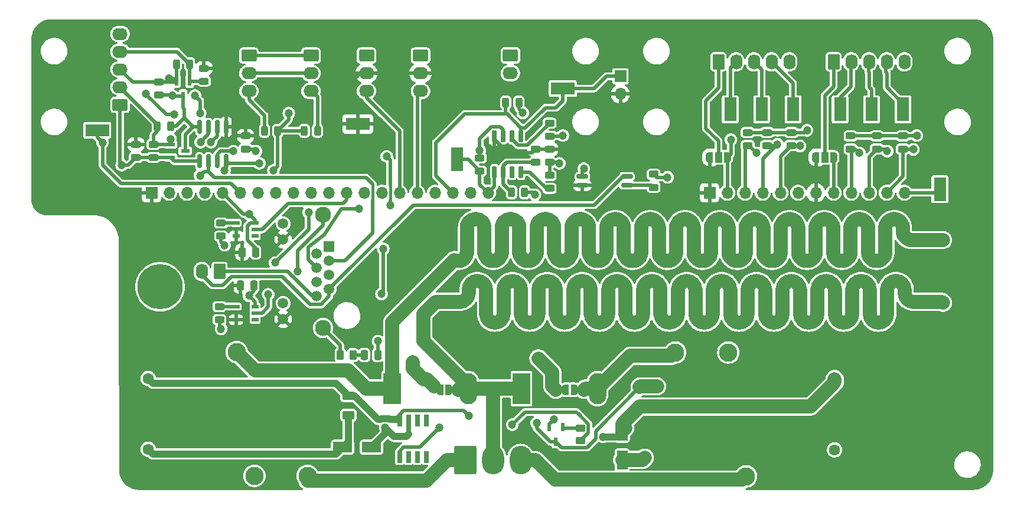
<source format=gtl>
%TF.GenerationSoftware,KiCad,Pcbnew,5.99.0-unknown-47cb7f53fd~143~ubuntu20.04.1*%
%TF.CreationDate,2021-11-23T21:24:53-08:00*%
%TF.ProjectId,acorn-odrive-interface,61636f72-6e2d-46f6-9472-6976652d696e,rev?*%
%TF.SameCoordinates,Original*%
%TF.FileFunction,Copper,L1,Top*%
%TF.FilePolarity,Positive*%
%FSLAX46Y46*%
G04 Gerber Fmt 4.6, Leading zero omitted, Abs format (unit mm)*
G04 Created by KiCad (PCBNEW 5.99.0-unknown-47cb7f53fd~143~ubuntu20.04.1) date 2021-11-23 21:24:53*
%MOMM*%
%LPD*%
G01*
G04 APERTURE LIST*
G04 Aperture macros list*
%AMRoundRect*
0 Rectangle with rounded corners*
0 $1 Rounding radius*
0 $2 $3 $4 $5 $6 $7 $8 $9 X,Y pos of 4 corners*
0 Add a 4 corners polygon primitive as box body*
4,1,4,$2,$3,$4,$5,$6,$7,$8,$9,$2,$3,0*
0 Add four circle primitives for the rounded corners*
1,1,$1+$1,$2,$3*
1,1,$1+$1,$4,$5*
1,1,$1+$1,$6,$7*
1,1,$1+$1,$8,$9*
0 Add four rect primitives between the rounded corners*
20,1,$1+$1,$2,$3,$4,$5,0*
20,1,$1+$1,$4,$5,$6,$7,0*
20,1,$1+$1,$6,$7,$8,$9,0*
20,1,$1+$1,$8,$9,$2,$3,0*%
%AMFreePoly0*
4,1,22,0.550000,-0.750000,0.000000,-0.750000,0.000000,-0.745033,-0.079941,-0.743568,-0.215256,-0.701293,-0.333266,-0.622738,-0.424486,-0.514219,-0.481581,-0.384460,-0.499164,-0.250000,-0.500000,-0.250000,-0.500000,0.250000,-0.499164,0.250000,-0.499963,0.256109,-0.478152,0.396186,-0.417904,0.524511,-0.324060,0.630769,-0.204165,0.706417,-0.067858,0.745374,0.000000,0.744959,0.000000,0.750000,
0.550000,0.750000,0.550000,-0.750000,0.550000,-0.750000,$1*%
%AMFreePoly1*
4,1,20,0.000000,0.744959,0.073905,0.744508,0.209726,0.703889,0.328688,0.626782,0.421226,0.519385,0.479903,0.390333,0.500000,0.250000,0.500000,-0.250000,0.499851,-0.262216,0.476331,-0.402017,0.414519,-0.529596,0.319384,-0.634700,0.198574,-0.708877,0.061801,-0.746166,0.000000,-0.745033,0.000000,-0.750000,-0.550000,-0.750000,-0.550000,0.750000,0.000000,0.750000,0.000000,0.744959,
0.000000,0.744959,$1*%
%AMFreePoly2*
4,1,22,0.500000,-0.750000,0.000000,-0.750000,0.000000,-0.745033,-0.079941,-0.743568,-0.215256,-0.701293,-0.333266,-0.622738,-0.424486,-0.514219,-0.481581,-0.384460,-0.499164,-0.250000,-0.500000,-0.250000,-0.500000,0.250000,-0.499164,0.250000,-0.499963,0.256109,-0.478152,0.396186,-0.417904,0.524511,-0.324060,0.630769,-0.204165,0.706417,-0.067858,0.745374,0.000000,0.744959,0.000000,0.750000,
0.500000,0.750000,0.500000,-0.750000,0.500000,-0.750000,$1*%
%AMFreePoly3*
4,1,20,0.000000,0.744959,0.073905,0.744508,0.209726,0.703889,0.328688,0.626782,0.421226,0.519385,0.479903,0.390333,0.500000,0.250000,0.500000,-0.250000,0.499851,-0.262216,0.476331,-0.402017,0.414519,-0.529596,0.319384,-0.634700,0.198574,-0.708877,0.061801,-0.746166,0.000000,-0.745033,0.000000,-0.750000,-0.500000,-0.750000,-0.500000,0.750000,0.000000,0.750000,0.000000,0.744959,
0.000000,0.744959,$1*%
G04 Aperture macros list end*
%TA.AperFunction,SMDPad,CuDef*%
%ADD10RoundRect,0.243750X-0.243750X-0.456250X0.243750X-0.456250X0.243750X0.456250X-0.243750X0.456250X0*%
%TD*%
%TA.AperFunction,SMDPad,CuDef*%
%ADD11RoundRect,0.243750X0.243750X0.456250X-0.243750X0.456250X-0.243750X-0.456250X0.243750X-0.456250X0*%
%TD*%
%TA.AperFunction,SMDPad,CuDef*%
%ADD12R,3.400000X1.800000*%
%TD*%
%TA.AperFunction,SMDPad,CuDef*%
%ADD13RoundRect,0.243750X-0.456250X0.243750X-0.456250X-0.243750X0.456250X-0.243750X0.456250X0.243750X0*%
%TD*%
%TA.AperFunction,ComponentPad*%
%ADD14RoundRect,0.250000X-0.845000X0.620000X-0.845000X-0.620000X0.845000X-0.620000X0.845000X0.620000X0*%
%TD*%
%TA.AperFunction,ComponentPad*%
%ADD15O,2.190000X1.740000*%
%TD*%
%TA.AperFunction,SMDPad,CuDef*%
%ADD16R,0.600000X1.300000*%
%TD*%
%TA.AperFunction,SMDPad,CuDef*%
%ADD17RoundRect,0.243750X0.456250X-0.243750X0.456250X0.243750X-0.456250X0.243750X-0.456250X-0.243750X0*%
%TD*%
%TA.AperFunction,SMDPad,CuDef*%
%ADD18RoundRect,0.150000X-0.150000X0.825000X-0.150000X-0.825000X0.150000X-0.825000X0.150000X0.825000X0*%
%TD*%
%TA.AperFunction,SMDPad,CuDef*%
%ADD19R,1.300000X0.600000*%
%TD*%
%TA.AperFunction,SMDPad,CuDef*%
%ADD20RoundRect,0.150000X0.662500X0.150000X-0.662500X0.150000X-0.662500X-0.150000X0.662500X-0.150000X0*%
%TD*%
%TA.AperFunction,SMDPad,CuDef*%
%ADD21RoundRect,0.150000X0.150000X-0.725000X0.150000X0.725000X-0.150000X0.725000X-0.150000X-0.725000X0*%
%TD*%
%TA.AperFunction,SMDPad,CuDef*%
%ADD22R,1.800000X3.400000*%
%TD*%
%TA.AperFunction,ComponentPad*%
%ADD23R,1.500000X1.500000*%
%TD*%
%TA.AperFunction,ComponentPad*%
%ADD24C,1.500000*%
%TD*%
%TA.AperFunction,ComponentPad*%
%ADD25C,2.300000*%
%TD*%
%TA.AperFunction,ComponentPad*%
%ADD26RoundRect,0.250000X0.620000X0.845000X-0.620000X0.845000X-0.620000X-0.845000X0.620000X-0.845000X0*%
%TD*%
%TA.AperFunction,ComponentPad*%
%ADD27O,1.740000X2.190000*%
%TD*%
%TA.AperFunction,SMDPad,CuDef*%
%ADD28FreePoly0,0.000000*%
%TD*%
%TA.AperFunction,SMDPad,CuDef*%
%ADD29R,1.000000X1.500000*%
%TD*%
%TA.AperFunction,SMDPad,CuDef*%
%ADD30FreePoly1,0.000000*%
%TD*%
%TA.AperFunction,ComponentPad*%
%ADD31RoundRect,0.250000X-0.620000X-0.845000X0.620000X-0.845000X0.620000X0.845000X-0.620000X0.845000X0*%
%TD*%
%TA.AperFunction,ComponentPad*%
%ADD32R,1.700000X1.700000*%
%TD*%
%TA.AperFunction,ComponentPad*%
%ADD33O,1.700000X1.700000*%
%TD*%
%TA.AperFunction,SMDPad,CuDef*%
%ADD34RoundRect,0.250000X0.625000X-0.375000X0.625000X0.375000X-0.625000X0.375000X-0.625000X-0.375000X0*%
%TD*%
%TA.AperFunction,SMDPad,CuDef*%
%ADD35FreePoly2,180.000000*%
%TD*%
%TA.AperFunction,SMDPad,CuDef*%
%ADD36FreePoly3,180.000000*%
%TD*%
%TA.AperFunction,SMDPad,CuDef*%
%ADD37RoundRect,0.250000X-0.250000X-0.475000X0.250000X-0.475000X0.250000X0.475000X-0.250000X0.475000X0*%
%TD*%
%TA.AperFunction,SMDPad,CuDef*%
%ADD38R,0.977900X0.508000*%
%TD*%
%TA.AperFunction,SMDPad,CuDef*%
%ADD39RoundRect,0.250000X-0.450000X0.262500X-0.450000X-0.262500X0.450000X-0.262500X0.450000X0.262500X0*%
%TD*%
%TA.AperFunction,ComponentPad*%
%ADD40C,2.616200*%
%TD*%
%TA.AperFunction,ComponentPad*%
%ADD41C,1.600200*%
%TD*%
%TA.AperFunction,SMDPad,CuDef*%
%ADD42RoundRect,0.250000X-1.137500X-0.550000X1.137500X-0.550000X1.137500X0.550000X-1.137500X0.550000X0*%
%TD*%
%TA.AperFunction,SMDPad,CuDef*%
%ADD43RoundRect,0.250000X0.250000X0.475000X-0.250000X0.475000X-0.250000X-0.475000X0.250000X-0.475000X0*%
%TD*%
%TA.AperFunction,SMDPad,CuDef*%
%ADD44R,0.650000X1.700000*%
%TD*%
%TA.AperFunction,ComponentPad*%
%ADD45RoundRect,0.250000X0.845000X-0.620000X0.845000X0.620000X-0.845000X0.620000X-0.845000X-0.620000X0*%
%TD*%
%TA.AperFunction,SMDPad,CuDef*%
%ADD46RoundRect,0.250000X-0.262500X-0.450000X0.262500X-0.450000X0.262500X0.450000X-0.262500X0.450000X0*%
%TD*%
%TA.AperFunction,ComponentPad*%
%ADD47RoundRect,0.250000X-1.330000X-1.800000X1.330000X-1.800000X1.330000X1.800000X-1.330000X1.800000X0*%
%TD*%
%TA.AperFunction,ComponentPad*%
%ADD48O,3.160000X4.100000*%
%TD*%
%TA.AperFunction,ComponentPad*%
%ADD49R,2.500000X4.500000*%
%TD*%
%TA.AperFunction,ComponentPad*%
%ADD50O,2.500000X4.500000*%
%TD*%
%TA.AperFunction,SMDPad,CuDef*%
%ADD51RoundRect,0.250000X-0.550000X1.137500X-0.550000X-1.137500X0.550000X-1.137500X0.550000X1.137500X0*%
%TD*%
%TA.AperFunction,ComponentPad*%
%ADD52C,6.500000*%
%TD*%
%TA.AperFunction,ViaPad*%
%ADD53C,1.200000*%
%TD*%
%TA.AperFunction,Conductor*%
%ADD54C,0.500000*%
%TD*%
%TA.AperFunction,Conductor*%
%ADD55C,1.000000*%
%TD*%
%TA.AperFunction,Conductor*%
%ADD56C,2.000000*%
%TD*%
%TA.AperFunction,Conductor*%
%ADD57C,0.700000*%
%TD*%
%TA.AperFunction,Conductor*%
%ADD58C,0.400000*%
%TD*%
G04 APERTURE END LIST*
D10*
X112727500Y-83820000D03*
X114602500Y-83820000D03*
D11*
X120317500Y-83820000D03*
X118442500Y-83820000D03*
D12*
X126100000Y-82850000D03*
X88750000Y-83750000D03*
D13*
X143590000Y-87722500D03*
X143590000Y-89597500D03*
X168500000Y-90062500D03*
X168500000Y-91937500D03*
D14*
X110490000Y-73025000D03*
D15*
X110490000Y-75565000D03*
X110490000Y-78105000D03*
D14*
X119380000Y-73025000D03*
D15*
X119380000Y-75565000D03*
X119380000Y-78105000D03*
D14*
X127340000Y-73025000D03*
D15*
X127340000Y-75565000D03*
X127340000Y-78105000D03*
D14*
X135090000Y-73025000D03*
D15*
X135090000Y-75565000D03*
X135090000Y-78105000D03*
D13*
X110000000Y-84562500D03*
X110000000Y-86437500D03*
D16*
X102000000Y-76718750D03*
X100100000Y-76718750D03*
X101050000Y-78818750D03*
D17*
X97550000Y-78706250D03*
X97550000Y-76831250D03*
D10*
X100112500Y-74268750D03*
X101987500Y-74268750D03*
D17*
X104050000Y-76706250D03*
X104050000Y-74831250D03*
D13*
X94300001Y-85762499D03*
X94300001Y-87637499D03*
D17*
X96800001Y-87637499D03*
X96800001Y-85762499D03*
D11*
X99237501Y-83199999D03*
X97362501Y-83199999D03*
D18*
X107205001Y-83224999D03*
X105935001Y-83224999D03*
X104665001Y-83224999D03*
X103395001Y-83224999D03*
X103395001Y-88174999D03*
X104665001Y-88174999D03*
X105935001Y-88174999D03*
X107205001Y-88174999D03*
D19*
X99250001Y-85749999D03*
X99250001Y-87649999D03*
X101350001Y-86699999D03*
D20*
X164687500Y-91635000D03*
X164687500Y-90365000D03*
X158312500Y-90365000D03*
X158312500Y-91635000D03*
D17*
X153590000Y-92097500D03*
X153590000Y-90222500D03*
D13*
X153590000Y-82722500D03*
X153590000Y-84597500D03*
X153590000Y-86472500D03*
X153590000Y-88347500D03*
D14*
X147980000Y-73000000D03*
D15*
X147980000Y-75540000D03*
D17*
X151590000Y-88347500D03*
X151590000Y-86472500D03*
D11*
X150027500Y-92660000D03*
X148152500Y-92660000D03*
D10*
X147312500Y-79750000D03*
X149187500Y-79750000D03*
D21*
X145685000Y-89735000D03*
X146955000Y-89735000D03*
X148225000Y-89735000D03*
X149495000Y-89735000D03*
X149495000Y-84585000D03*
X148225000Y-84585000D03*
X146955000Y-84585000D03*
X145685000Y-84585000D03*
D22*
X140340000Y-87910000D03*
D23*
X122000000Y-100436000D03*
D24*
X120220000Y-101452000D03*
X122000000Y-102468000D03*
X120220000Y-103484000D03*
X122000000Y-104500000D03*
X120220000Y-105516000D03*
X122000000Y-106532000D03*
X120220000Y-107548000D03*
X115400000Y-97136000D03*
X115400000Y-99426000D03*
X115400000Y-108566000D03*
X115400000Y-110856000D03*
D25*
X121110000Y-112126000D03*
X121110000Y-95866000D03*
D26*
X106270000Y-104000000D03*
D27*
X103730000Y-104000000D03*
D13*
X106500000Y-97062500D03*
X106500000Y-98937500D03*
X106260000Y-109062500D03*
X106260000Y-110937500D03*
D22*
X195250000Y-80750000D03*
D17*
X200500000Y-86437500D03*
X200500000Y-84562500D03*
D22*
X199750000Y-80750000D03*
D17*
X204250000Y-86437500D03*
X204250000Y-84562500D03*
D28*
X191740000Y-87630000D03*
D29*
X193040000Y-87630000D03*
D30*
X194340000Y-87630000D03*
D28*
X176500000Y-87630000D03*
D29*
X177800000Y-87630000D03*
D30*
X179100000Y-87630000D03*
D31*
X194310000Y-73914000D03*
D27*
X196850000Y-73914000D03*
X199390000Y-73914000D03*
X201930000Y-73914000D03*
X204470000Y-73914000D03*
D22*
X184000000Y-80750000D03*
D17*
X188250000Y-85937500D03*
X188250000Y-84062500D03*
D22*
X179500000Y-80750000D03*
D32*
X176530000Y-92710000D03*
D33*
X179070000Y-92710000D03*
X181610000Y-92710000D03*
X184150000Y-92710000D03*
X186690000Y-92710000D03*
X189230000Y-92710000D03*
X191770000Y-92710000D03*
X194310000Y-92710000D03*
X196850000Y-92710000D03*
X199390000Y-92710000D03*
X201930000Y-92710000D03*
X204470000Y-92710000D03*
D17*
X184750000Y-85937500D03*
X184750000Y-84062500D03*
X196750000Y-86437500D03*
X196750000Y-84562500D03*
D22*
X188500000Y-80750000D03*
X209550000Y-92202000D03*
D31*
X177800000Y-73914000D03*
D27*
X180340000Y-73914000D03*
X182880000Y-73914000D03*
X185420000Y-73914000D03*
X187960000Y-73914000D03*
D17*
X182000000Y-85937500D03*
X182000000Y-84062500D03*
D22*
X204250000Y-80750000D03*
D34*
X124750000Y-124650000D03*
X124750000Y-121850000D03*
D35*
X157150000Y-121000000D03*
D36*
X155850000Y-121000000D03*
D37*
X109300000Y-106000000D03*
X111200000Y-106000000D03*
D32*
X163750000Y-76000000D03*
D33*
X163750000Y-78540000D03*
D37*
X109550000Y-101250000D03*
X111450000Y-101250000D03*
D38*
X111365250Y-110950001D03*
X111365250Y-110000000D03*
X111365250Y-109049999D03*
X108634750Y-109049999D03*
X108634750Y-110950001D03*
D39*
X158000000Y-126500000D03*
X158000000Y-128325000D03*
D40*
X118895200Y-133356500D03*
X111275200Y-133356500D03*
X108735200Y-115576500D03*
D41*
X96035200Y-129546500D03*
X96035200Y-119386500D03*
D42*
X123937500Y-129250000D03*
X128062500Y-129250000D03*
D43*
X128950000Y-116000000D03*
X127050000Y-116000000D03*
D44*
X132095000Y-130625000D03*
X133365000Y-130625000D03*
X134635000Y-130625000D03*
X135905000Y-130625000D03*
X135905000Y-125375000D03*
X134635000Y-125375000D03*
X133365000Y-125375000D03*
X132095000Y-125375000D03*
D40*
X171604800Y-115643500D03*
X179224800Y-115643500D03*
X181764800Y-133423500D03*
D41*
X194464800Y-119453500D03*
X194464800Y-129613500D03*
D45*
X92020000Y-80080000D03*
D15*
X92020000Y-77540000D03*
X92020000Y-75000000D03*
X92020000Y-72460000D03*
X92020000Y-69920000D03*
D12*
X155500000Y-77750000D03*
D46*
X123587500Y-116000000D03*
X125412500Y-116000000D03*
D47*
X141540000Y-131105000D03*
D48*
X145500000Y-131105000D03*
X149460000Y-131105000D03*
D49*
X149550000Y-120820000D03*
D50*
X160450000Y-120820000D03*
D38*
X111365250Y-98950001D03*
X111365250Y-98000000D03*
X111365250Y-97049999D03*
X108634750Y-97049999D03*
X108634750Y-98950001D03*
D16*
X155450000Y-126362500D03*
X153550000Y-126362500D03*
X154500000Y-128462500D03*
D49*
X131050000Y-120820000D03*
D50*
X141950000Y-120820000D03*
D51*
X164000000Y-126937500D03*
X164000000Y-131062500D03*
D35*
X139150000Y-121000000D03*
D36*
X137850000Y-121000000D03*
D52*
X97750000Y-106210000D03*
D34*
X166500000Y-123400000D03*
X166500000Y-120600000D03*
D32*
X96520000Y-92710000D03*
D33*
X99060000Y-92710000D03*
X101600000Y-92710000D03*
X104140000Y-92710000D03*
X106680000Y-92710000D03*
X109220000Y-92710000D03*
X111760000Y-92710000D03*
X114300000Y-92710000D03*
X116840000Y-92710000D03*
X119380000Y-92710000D03*
X121920000Y-92710000D03*
X124460000Y-92710000D03*
X127000000Y-92710000D03*
X129540000Y-92710000D03*
X132080000Y-92710000D03*
X134620000Y-92710000D03*
X137160000Y-92710000D03*
X139700000Y-92710000D03*
X142240000Y-92710000D03*
X144780000Y-92710000D03*
D53*
X111500000Y-86750000D03*
X130029700Y-126450500D03*
X155000000Y-88500000D03*
X110500000Y-107500000D03*
X151500000Y-93000000D03*
X110500000Y-95750000D03*
X206250000Y-84500000D03*
X99500000Y-78750000D03*
X155500000Y-84500000D03*
X129000000Y-114000000D03*
X154250000Y-125250000D03*
X149750000Y-81250000D03*
X190500000Y-83750000D03*
X167250000Y-130750000D03*
X103550001Y-85449999D03*
X114250000Y-102750000D03*
X113250000Y-107299500D03*
X119049500Y-95500000D03*
X105050001Y-85449999D03*
X89500000Y-85500000D03*
X116205000Y-81280000D03*
X114000000Y-89500000D03*
X148250000Y-126000000D03*
X129500000Y-107250000D03*
X129750000Y-100750000D03*
X137799148Y-126450500D03*
X92250000Y-88750000D03*
X99250000Y-85000000D03*
X103500000Y-90250000D03*
X95750000Y-78500000D03*
X107000000Y-89500000D03*
X112000000Y-88500000D03*
X99750000Y-81500000D03*
X99050000Y-76268750D03*
X108250000Y-86750000D03*
X103500000Y-81299500D03*
X102750000Y-78750000D03*
X143590000Y-86660000D03*
X158500000Y-89250000D03*
X170500000Y-90500000D03*
X130750000Y-94500000D03*
X130250000Y-87500000D03*
X126250000Y-95000000D03*
X107000000Y-100250000D03*
X106500000Y-112250000D03*
X183250000Y-87000000D03*
X198000000Y-87000000D03*
X186250000Y-85750000D03*
X202000000Y-86750000D03*
X189500000Y-86000000D03*
X205750000Y-86500000D03*
X179578000Y-85090000D03*
X161250000Y-127750000D03*
X117500000Y-104000000D03*
X169000000Y-120500000D03*
X151750000Y-125750000D03*
X142000000Y-124750000D03*
X210000000Y-99500000D03*
X207000000Y-99500000D03*
X134000000Y-117000000D03*
X135500000Y-119500000D03*
X134500000Y-118500000D03*
X208500000Y-99500000D03*
X152000000Y-116500000D03*
X154000000Y-118500000D03*
X207000000Y-108500000D03*
X153000000Y-117500000D03*
X208500000Y-108500000D03*
X210000000Y-108500000D03*
D54*
X209042000Y-92710000D02*
X209550000Y-92202000D01*
X204470000Y-92710000D02*
X209042000Y-92710000D01*
X140340000Y-87910000D02*
X141902500Y-87910000D01*
X151160000Y-92660000D02*
X150027500Y-92660000D01*
X111365250Y-96615250D02*
X110500000Y-95750000D01*
D55*
X131289600Y-127710400D02*
X130029700Y-126450500D01*
D54*
X190187500Y-84062500D02*
X190500000Y-83750000D01*
X200500000Y-84562500D02*
X204250000Y-84562500D01*
X101350001Y-86699999D02*
X101350001Y-84349997D01*
X111450000Y-100700000D02*
X111450000Y-101250000D01*
X149187500Y-79750000D02*
X149187500Y-80687500D01*
X111365250Y-108365250D02*
X110500000Y-107500000D01*
X188250000Y-84062500D02*
X190187500Y-84062500D01*
X128950000Y-114000000D02*
X128950000Y-115700000D01*
X145685000Y-89735000D02*
X145685000Y-91805000D01*
X110673279Y-97049999D02*
X110250000Y-97473278D01*
X111365250Y-97049999D02*
X110673279Y-97049999D01*
X153590000Y-90222500D02*
X153590000Y-88347500D01*
X206187500Y-84562500D02*
X206250000Y-84500000D01*
D56*
X164000000Y-131062500D02*
X166937500Y-131062500D01*
D54*
X101050000Y-78818750D02*
X101050000Y-80550000D01*
D55*
X133039600Y-127710400D02*
X131289600Y-127710400D01*
D54*
X99500000Y-78750000D02*
X99568750Y-78818750D01*
X128950000Y-115700000D02*
X129000000Y-115750000D01*
X110250000Y-99500000D02*
X111450000Y-100700000D01*
X111365250Y-109049999D02*
X111365250Y-108365250D01*
X101350001Y-84349997D02*
X102474999Y-83224999D01*
X154847500Y-88347500D02*
X155000000Y-88500000D01*
X99456250Y-78706250D02*
X97550000Y-78706250D01*
X102474999Y-83224999D02*
X101250000Y-82000000D01*
X109720000Y-95750000D02*
X110500000Y-95750000D01*
X101050000Y-80550000D02*
X101250000Y-80750000D01*
X149187500Y-80687500D02*
X149750000Y-81250000D01*
X151500000Y-93000000D02*
X151160000Y-92660000D01*
X153550000Y-126362500D02*
X153550000Y-125950000D01*
X143590000Y-91520000D02*
X144780000Y-92710000D01*
D56*
X166937500Y-131062500D02*
X167250000Y-130750000D01*
D55*
X133365000Y-127385000D02*
X133039600Y-127710400D01*
D54*
X153550000Y-125950000D02*
X154250000Y-125250000D01*
X111200000Y-106000000D02*
X111200000Y-106800000D01*
X182000000Y-84062500D02*
X184750000Y-84062500D01*
X106680000Y-92710000D02*
X109720000Y-95750000D01*
X204250000Y-84562500D02*
X206187500Y-84562500D01*
X99237501Y-83199999D02*
X100050001Y-83199999D01*
X111187500Y-86437500D02*
X111500000Y-86750000D01*
X99568750Y-78818750D02*
X101050000Y-78818750D01*
X110000000Y-86437500D02*
X111187500Y-86437500D01*
X99500000Y-78750000D02*
X99456250Y-78706250D01*
X143590000Y-89597500D02*
X143590000Y-91520000D01*
D57*
X133365000Y-125375000D02*
X133365000Y-127385000D01*
D54*
X153590000Y-88347500D02*
X154847500Y-88347500D01*
X155402500Y-84597500D02*
X155500000Y-84500000D01*
X145685000Y-91805000D02*
X144780000Y-92710000D01*
X100050001Y-83199999D02*
X101250000Y-82000000D01*
X110250000Y-97473278D02*
X110250000Y-99500000D01*
X153590000Y-84597500D02*
X155402500Y-84597500D01*
X103395001Y-83224999D02*
X102474999Y-83224999D01*
D55*
X130029700Y-127282800D02*
X130029700Y-126450500D01*
X128062500Y-129250000D02*
X130029700Y-127282800D01*
D54*
X101250000Y-80750000D02*
X101250000Y-82000000D01*
X184750000Y-84062500D02*
X188250000Y-84062500D01*
X111365250Y-97049999D02*
X111365250Y-96615250D01*
X111200000Y-106800000D02*
X110500000Y-107500000D01*
X141902500Y-87910000D02*
X143590000Y-89597500D01*
X196750000Y-84562500D02*
X200500000Y-84562500D01*
X176530000Y-87660000D02*
X176500000Y-87630000D01*
X176530000Y-92710000D02*
X176530000Y-87660000D01*
X191770000Y-87660000D02*
X191740000Y-87630000D01*
X191770000Y-92710000D02*
X191770000Y-87660000D01*
X151104473Y-86958027D02*
X147604483Y-86958027D01*
X127340000Y-75525000D02*
X135090000Y-75525000D01*
X125300000Y-76750000D02*
X125300000Y-79650000D01*
X153590000Y-86472500D02*
X151590000Y-86472500D01*
X151590000Y-86472500D02*
X151104473Y-86958027D01*
X126485000Y-75565000D02*
X125300000Y-76750000D01*
X145685000Y-85038544D02*
X145685000Y-84585000D01*
X126100000Y-80450000D02*
X126100000Y-82850000D01*
X125300000Y-79650000D02*
X126100000Y-80450000D01*
X147604483Y-86958027D02*
X145685000Y-85038544D01*
X127340000Y-75565000D02*
X126485000Y-75565000D01*
X111365250Y-110000000D02*
X112354200Y-110000000D01*
X114250000Y-102750000D02*
X119049500Y-97950500D01*
X112354200Y-110000000D02*
X113250000Y-109104200D01*
X104000000Y-84945998D02*
X104000000Y-85000000D01*
X119049500Y-97950500D02*
X119049500Y-95500000D01*
X113250000Y-109104200D02*
X113250000Y-107299500D01*
X104665001Y-83224999D02*
X104665001Y-84280997D01*
X104665001Y-84280997D02*
X104000000Y-84945998D01*
X104000000Y-85000000D02*
X103550001Y-85449999D01*
X112354200Y-98000000D02*
X116104200Y-94250000D01*
X105935001Y-84334999D02*
X105935001Y-83224999D01*
X124000000Y-94250000D02*
X124500000Y-93750000D01*
X116104200Y-94250000D02*
X124000000Y-94250000D01*
X105935001Y-84564999D02*
X105050001Y-85449999D01*
X111365250Y-98000000D02*
X112354200Y-98000000D01*
X124500000Y-93750000D02*
X124500000Y-92750000D01*
X124500000Y-92750000D02*
X124460000Y-92710000D01*
X105935001Y-83224999D02*
X105935001Y-84564999D01*
X110490000Y-78025000D02*
X110490000Y-79375000D01*
X112727500Y-81612500D02*
X112727500Y-83820000D01*
X110490000Y-79375000D02*
X112727500Y-81612500D01*
X120317500Y-78962500D02*
X119380000Y-78025000D01*
X120317500Y-83820000D02*
X120317500Y-78962500D01*
X88750000Y-84750000D02*
X88750000Y-83750000D01*
X89500000Y-85500000D02*
X88750000Y-84750000D01*
X89500000Y-88750000D02*
X92160489Y-91410489D01*
X107920489Y-91410489D02*
X109220000Y-92710000D01*
X119380000Y-75565000D02*
X110490000Y-75565000D01*
X89500000Y-85500000D02*
X89500000Y-88750000D01*
X92160489Y-91410489D02*
X107920489Y-91410489D01*
X110490000Y-73025000D02*
X119380000Y-73025000D01*
X114602500Y-83820000D02*
X118442500Y-83820000D01*
X116205000Y-82217500D02*
X114602500Y-83820000D01*
X114602500Y-88897500D02*
X114602500Y-83820000D01*
X114000000Y-89500000D02*
X114602500Y-88897500D01*
X116205000Y-81280000D02*
X116205000Y-82217500D01*
X132080000Y-83820000D02*
X132080000Y-87630000D01*
X127340000Y-79080000D02*
X132080000Y-83820000D01*
X132080000Y-87630000D02*
X132080000Y-92710000D01*
X127340000Y-78025000D02*
X127340000Y-79080000D01*
X134620000Y-78495000D02*
X135090000Y-78025000D01*
X134620000Y-92710000D02*
X134620000Y-78495000D01*
X150049511Y-124200489D02*
X148250000Y-126000000D01*
X129750000Y-107000000D02*
X129500000Y-107250000D01*
X132095000Y-130625000D02*
X132095000Y-129820978D01*
X157750000Y-124500000D02*
X157450489Y-124200489D01*
X158000000Y-128325000D02*
X159149520Y-127175480D01*
X132665978Y-129250000D02*
X134999648Y-129250000D01*
X157450489Y-124200489D02*
X150049511Y-124200489D01*
X159149520Y-127175480D02*
X159149520Y-125899520D01*
X129750000Y-100750000D02*
X129750000Y-107000000D01*
X159149520Y-125899520D02*
X157750000Y-124500000D01*
X132095000Y-129820978D02*
X132665978Y-129250000D01*
X134999648Y-129250000D02*
X137799148Y-126450500D01*
X150105000Y-83395000D02*
X153000000Y-80500000D01*
X147312500Y-79750000D02*
X147312500Y-81212500D01*
X137300000Y-90310000D02*
X139700000Y-92710000D01*
X149495000Y-84585000D02*
X149495000Y-83395000D01*
X161750000Y-76000000D02*
X163750000Y-76000000D01*
X147500000Y-81400000D02*
X141400000Y-81400000D01*
X149495000Y-83395000D02*
X150105000Y-83395000D01*
X153000000Y-80500000D02*
X154500000Y-80500000D01*
X155500000Y-77750000D02*
X160000000Y-77750000D01*
X147312500Y-81212500D02*
X147500000Y-81400000D01*
X137300000Y-85500000D02*
X137300000Y-90310000D01*
X149495000Y-83395000D02*
X147500000Y-81400000D01*
X160000000Y-77750000D02*
X161750000Y-76000000D01*
X155500000Y-79500000D02*
X155500000Y-77750000D01*
X154500000Y-80500000D02*
X155500000Y-79500000D01*
X141400000Y-81400000D02*
X137300000Y-85500000D01*
X153097500Y-92097500D02*
X150735000Y-89735000D01*
X150735000Y-89735000D02*
X149495000Y-89735000D01*
X153590000Y-92097500D02*
X153097500Y-92097500D01*
X93187500Y-88750000D02*
X94300001Y-87637499D01*
X92250000Y-88750000D02*
X93187500Y-88750000D01*
X99250001Y-87649999D02*
X96812501Y-87649999D01*
X92250000Y-88750000D02*
X92020000Y-88520000D01*
X92020000Y-88520000D02*
X92020000Y-80080000D01*
X96812501Y-87649999D02*
X96800001Y-87637499D01*
X99775001Y-88174999D02*
X99250001Y-87649999D01*
X94300001Y-87637499D02*
X96800001Y-87637499D01*
X103395001Y-88174999D02*
X99775001Y-88174999D01*
X104665001Y-89665001D02*
X104084999Y-89665001D01*
X124282000Y-102468000D02*
X128250000Y-98500000D01*
X96800001Y-84449999D02*
X96800001Y-85762499D01*
X104665001Y-89665001D02*
X104665001Y-88174999D01*
X105549501Y-90549501D02*
X104665001Y-89665001D01*
X122000000Y-102468000D02*
X124282000Y-102468000D01*
X127299501Y-90549501D02*
X105549501Y-90549501D01*
X99250001Y-85749999D02*
X99250000Y-85000000D01*
X128250000Y-91500000D02*
X127299501Y-90549501D01*
X97362501Y-83199999D02*
X97362501Y-83887499D01*
X104084999Y-89665001D02*
X103500000Y-90250000D01*
X97362501Y-82882501D02*
X97362501Y-83199999D01*
D58*
X128250000Y-93750000D02*
X128250000Y-91500000D01*
D54*
X97362501Y-83887499D02*
X96800001Y-84449999D01*
X92020000Y-77540000D02*
X97362501Y-82882501D01*
X99250001Y-85749999D02*
X96812501Y-85749999D01*
X128250000Y-98500000D02*
X128250000Y-93750000D01*
X96812501Y-85749999D02*
X96800001Y-85762499D01*
X107205001Y-88174999D02*
X107205001Y-89294999D01*
X100178750Y-72460000D02*
X92020000Y-72460000D01*
X107205001Y-89294999D02*
X107000000Y-89500000D01*
X104050000Y-76706250D02*
X102012500Y-76706250D01*
X112000000Y-88500000D02*
X107530002Y-88500000D01*
X102000000Y-74281250D02*
X101987500Y-74268750D01*
X107530002Y-88500000D02*
X107205001Y-88174999D01*
X101987500Y-74268750D02*
X100178750Y-72460000D01*
X98656564Y-81500000D02*
X95750000Y-78593436D01*
X102012500Y-76706250D02*
X102000000Y-76718750D01*
X95750000Y-78593436D02*
X95750000Y-78500000D01*
X99750000Y-81500000D02*
X98656564Y-81500000D01*
X102000000Y-76718750D02*
X102000000Y-74281250D01*
X99050000Y-76268750D02*
X99650000Y-76268750D01*
X100100000Y-76718750D02*
X100100000Y-74281250D01*
X99650000Y-76268750D02*
X100100000Y-76718750D01*
X103500000Y-79500000D02*
X102750000Y-78750000D01*
X97550000Y-76831250D02*
X93851250Y-76831250D01*
X93851250Y-76831250D02*
X92020000Y-75000000D01*
X106385001Y-86750000D02*
X105935001Y-87200000D01*
X100100000Y-74281250D02*
X100112500Y-74268750D01*
X97550000Y-76831250D02*
X99987500Y-76831250D01*
X99987500Y-76831250D02*
X100100000Y-76718750D01*
X105935001Y-87200000D02*
X105935001Y-88174999D01*
X103500000Y-81299500D02*
X103500000Y-79500000D01*
X108250000Y-86750000D02*
X106385001Y-86750000D01*
X168197500Y-91635000D02*
X168500000Y-91937500D01*
X164687500Y-91635000D02*
X168197500Y-91635000D01*
X148225000Y-85038544D02*
X148225000Y-84585000D01*
X149096466Y-85910010D02*
X148225000Y-85038544D01*
X153590000Y-82722500D02*
X150402490Y-85910010D01*
X150402490Y-85910010D02*
X149096466Y-85910010D01*
X143590000Y-86660000D02*
X143590000Y-87722500D01*
X158312500Y-89437500D02*
X158500000Y-89250000D01*
X143590000Y-84956456D02*
X145286466Y-83259990D01*
X158312500Y-90365000D02*
X158312500Y-89437500D01*
X145286466Y-83259990D02*
X146504990Y-83259990D01*
X146504990Y-83259990D02*
X146955000Y-83710000D01*
X146955000Y-83710000D02*
X146955000Y-84585000D01*
X143590000Y-86660000D02*
X143590000Y-84956456D01*
X146955000Y-88860000D02*
X146955000Y-89735000D01*
X147467500Y-88347500D02*
X146955000Y-88860000D01*
X151590000Y-88347500D02*
X147467500Y-88347500D01*
X146955000Y-91462500D02*
X148152500Y-92660000D01*
X146955000Y-89735000D02*
X146955000Y-91462500D01*
X120220000Y-107548000D02*
X119563780Y-107548000D01*
X119563780Y-107548000D02*
X116015780Y-104000000D01*
X116015780Y-104000000D02*
X106270000Y-104000000D01*
X168937500Y-90500000D02*
X168500000Y-90062500D01*
X170500000Y-90500000D02*
X168937500Y-90500000D01*
X103730000Y-104000000D02*
X103730000Y-104480000D01*
X122000000Y-106532000D02*
X134032000Y-94500000D01*
X164135000Y-90365000D02*
X164687500Y-90365000D01*
X160000000Y-94500000D02*
X164135000Y-90365000D01*
X108000000Y-104750000D02*
X115250000Y-104750000D01*
X106750000Y-106000000D02*
X108000000Y-104750000D01*
X120842660Y-108750000D02*
X122000000Y-107592660D01*
X119250000Y-108750000D02*
X120842660Y-108750000D01*
X115250000Y-104750000D02*
X119250000Y-108750000D01*
X103730000Y-104480000D02*
X105250000Y-106000000D01*
X122000000Y-107592660D02*
X122000000Y-106532000D01*
X134032000Y-94500000D02*
X160000000Y-94500000D01*
X105250000Y-106000000D02*
X106750000Y-106000000D01*
D58*
X130800000Y-93750000D02*
X130800000Y-91750000D01*
D54*
X130750000Y-91750000D02*
X130750000Y-88000000D01*
X126250000Y-95000000D02*
X123750000Y-95000000D01*
X130750000Y-88000000D02*
X130250000Y-87500000D01*
X123750000Y-95000000D02*
X121250000Y-98750000D01*
X119020489Y-100513844D02*
X119020489Y-102284489D01*
X130750000Y-94500000D02*
X130750000Y-93750000D01*
X121250000Y-98750000D02*
X119020489Y-100513844D01*
X119020489Y-102284489D02*
X120220000Y-103484000D01*
X106500000Y-98937500D02*
X106500000Y-99750000D01*
X106500000Y-99750000D02*
X107000000Y-100250000D01*
X106260000Y-112010000D02*
X106500000Y-112250000D01*
X106260000Y-110937500D02*
X106260000Y-112010000D01*
X182000000Y-85937500D02*
X182187500Y-85937500D01*
X179500000Y-74754000D02*
X180340000Y-73914000D01*
X182187500Y-85937500D02*
X183250000Y-87000000D01*
X179500000Y-80750000D02*
X179500000Y-74754000D01*
X181610000Y-86327500D02*
X182000000Y-85937500D01*
X181610000Y-92710000D02*
X181610000Y-86327500D01*
X196810000Y-73914000D02*
X196810000Y-77470000D01*
X197437500Y-86437500D02*
X198000000Y-87000000D01*
X196750000Y-86437500D02*
X197437500Y-86437500D01*
X196850000Y-92710000D02*
X196850000Y-86537500D01*
X196850000Y-86537500D02*
X196750000Y-86437500D01*
X195250000Y-79030000D02*
X196810000Y-77470000D01*
X195250000Y-80750000D02*
X195250000Y-79030000D01*
X184750000Y-85937500D02*
X186062500Y-85937500D01*
X186062500Y-85937500D02*
X186250000Y-85750000D01*
X184150000Y-87850000D02*
X186250000Y-85750000D01*
X184000000Y-75034000D02*
X182880000Y-73914000D01*
X184150000Y-92710000D02*
X184150000Y-87850000D01*
X184000000Y-80750000D02*
X184000000Y-75034000D01*
X199390000Y-75469000D02*
X199390000Y-77550000D01*
X199310000Y-75389000D02*
X199390000Y-75469000D01*
X199310000Y-73914000D02*
X199310000Y-75389000D01*
X199750000Y-80750000D02*
X199750000Y-77910000D01*
X200500000Y-86437500D02*
X201687500Y-86437500D01*
X199390000Y-87547500D02*
X200500000Y-86437500D01*
X199390000Y-92710000D02*
X199390000Y-87547500D01*
X199750000Y-77910000D02*
X199390000Y-77550000D01*
X201687500Y-86437500D02*
X202000000Y-86750000D01*
X186690000Y-92710000D02*
X186690000Y-87497500D01*
X186690000Y-87497500D02*
X188250000Y-85937500D01*
X189437500Y-85937500D02*
X189500000Y-86000000D01*
X188500000Y-76994000D02*
X185420000Y-73914000D01*
X188500000Y-80750000D02*
X188500000Y-76994000D01*
X188250000Y-85937500D02*
X189437500Y-85937500D01*
X201930000Y-75509000D02*
X201930000Y-77590000D01*
X201810000Y-75389000D02*
X201930000Y-75509000D01*
X201810000Y-73914000D02*
X201810000Y-75389000D01*
X204250000Y-80750000D02*
X204250000Y-79910000D01*
X204250000Y-79910000D02*
X201930000Y-77590000D01*
X205687500Y-86437500D02*
X205750000Y-86500000D01*
X201930000Y-92710000D02*
X204250000Y-90390000D01*
X204250000Y-86437500D02*
X205687500Y-86437500D01*
X204250000Y-90390000D02*
X204250000Y-86437500D01*
X194340000Y-87630000D02*
X194340000Y-92680000D01*
X179578000Y-87152000D02*
X179100000Y-87630000D01*
X179578000Y-85090000D02*
X179578000Y-87152000D01*
X179070000Y-87660000D02*
X179100000Y-87630000D01*
X179070000Y-92710000D02*
X179070000Y-87660000D01*
X194340000Y-92680000D02*
X194310000Y-92710000D01*
D56*
X164000000Y-126937500D02*
X164437500Y-126500000D01*
X194464800Y-119953500D02*
X194464800Y-119453500D01*
D55*
X124750000Y-124650000D02*
X124750000Y-128437500D01*
D56*
X164000000Y-125900000D02*
X166500000Y-123400000D01*
X166500000Y-123400000D02*
X191018300Y-123400000D01*
D55*
X96715200Y-130226500D02*
X122961000Y-130226500D01*
D56*
X191018300Y-123400000D02*
X194464800Y-119953500D01*
D55*
X124750000Y-128437500D02*
X123937500Y-129250000D01*
X163187500Y-127750000D02*
X164000000Y-126937500D01*
X96035200Y-129546500D02*
X96715200Y-130226500D01*
X161250000Y-127750000D02*
X163187500Y-127750000D01*
D56*
X164000000Y-126937500D02*
X164000000Y-125900000D01*
D55*
X122961000Y-130226500D02*
X123937500Y-129250000D01*
D54*
X193040000Y-87630000D02*
X193040000Y-78740000D01*
X193040000Y-78740000D02*
X194310000Y-77470000D01*
X194310000Y-77470000D02*
X194310000Y-73914000D01*
X176000000Y-83500000D02*
X177800000Y-85300000D01*
X176000000Y-79500000D02*
X176000000Y-83500000D01*
X177800000Y-77700000D02*
X176000000Y-79500000D01*
X177800000Y-73914000D02*
X177800000Y-77700000D01*
X177800000Y-85300000D02*
X177800000Y-87630000D01*
X125412500Y-116000000D02*
X127050000Y-116000000D01*
X121110000Y-112126000D02*
X123587500Y-114603500D01*
X121110000Y-97390000D02*
X117750000Y-100750000D01*
X117750000Y-100750000D02*
X117500000Y-101000000D01*
X117500000Y-101000000D02*
X117500000Y-104000000D01*
X123587500Y-114603500D02*
X123587500Y-116000000D01*
X121110000Y-95866000D02*
X121110000Y-97390000D01*
X106512501Y-97049999D02*
X106500000Y-97062500D01*
X108634750Y-97049999D02*
X106512501Y-97049999D01*
X108622249Y-109062500D02*
X108634750Y-109049999D01*
X106260000Y-109062500D02*
X108622249Y-109062500D01*
D55*
X96035200Y-119386500D02*
X96715200Y-120066500D01*
D54*
X153700000Y-128462500D02*
X154500000Y-128462500D01*
X158962980Y-129287020D02*
X160200489Y-128049511D01*
X132665978Y-124000000D02*
X133000000Y-124000000D01*
X141250000Y-124000000D02*
X142000000Y-124750000D01*
X154500000Y-128462500D02*
X155324520Y-129287020D01*
D55*
X129025000Y-125250000D02*
X125625000Y-121850000D01*
D54*
X131875000Y-125375000D02*
X132095000Y-125375000D01*
X160200489Y-128049511D02*
X160200489Y-126899511D01*
X131750000Y-124915978D02*
X132665978Y-124000000D01*
D56*
X166600000Y-120500000D02*
X166500000Y-120600000D01*
D54*
X160200489Y-126899511D02*
X166500000Y-120600000D01*
D55*
X130567972Y-125150999D02*
X129491428Y-125150999D01*
X129491428Y-125150999D02*
X129392427Y-125250000D01*
X130666973Y-125250000D02*
X130567972Y-125150999D01*
X96715200Y-120066500D02*
X122966500Y-120066500D01*
D54*
X131750000Y-125250000D02*
X131750000Y-124915978D01*
D55*
X131750000Y-125250000D02*
X130666973Y-125250000D01*
D54*
X133000000Y-124000000D02*
X141250000Y-124000000D01*
D55*
X129392427Y-125250000D02*
X129025000Y-125250000D01*
D54*
X131750000Y-125250000D02*
X131875000Y-125375000D01*
D55*
X122966500Y-120066500D02*
X124750000Y-121850000D01*
D54*
X151750000Y-126512500D02*
X153700000Y-128462500D01*
X151750000Y-125750000D02*
X151750000Y-126512500D01*
D55*
X125625000Y-121850000D02*
X124750000Y-121850000D01*
D54*
X155324520Y-129287020D02*
X158962980Y-129287020D01*
D56*
X169000000Y-120500000D02*
X166600000Y-120500000D01*
D54*
X158000000Y-126500000D02*
X155587500Y-126500000D01*
X155587500Y-126500000D02*
X155450000Y-126362500D01*
D56*
X151605000Y-131105000D02*
X154423500Y-133923500D01*
X181264800Y-133923500D02*
X181764800Y-133423500D01*
X154423500Y-133923500D02*
X181264800Y-133923500D01*
X149460000Y-131105000D02*
X151605000Y-131105000D01*
X156053928Y-102373255D02*
X155902575Y-102435948D01*
X189041344Y-97054197D02*
X188941614Y-96924227D01*
X199314052Y-101652575D02*
X199271651Y-101494334D01*
X191685948Y-101652575D02*
X191623255Y-101803928D01*
X144185948Y-97347425D02*
X144123255Y-97196072D01*
X154250000Y-97750000D02*
X154249732Y-97668088D01*
X189249732Y-97668088D02*
X189228349Y-97505666D01*
X167446072Y-96626745D02*
X167304197Y-96708656D01*
X174249732Y-97668088D02*
X174228349Y-97505666D01*
X186441614Y-102075773D02*
X186325773Y-102191614D01*
X151441614Y-102075773D02*
X151325773Y-102191614D01*
X157058386Y-96924227D02*
X156958656Y-97054197D01*
X200255666Y-102478349D02*
X200097425Y-102435948D01*
X198081912Y-96500268D02*
X198000000Y-96500000D01*
X144271651Y-101494334D02*
X144250268Y-101331912D01*
X199123255Y-97196072D02*
X199041344Y-97054197D01*
X178941614Y-96924227D02*
X178825773Y-96808386D01*
X188941614Y-96924227D02*
X188825773Y-96808386D01*
X168825773Y-96808386D02*
X168695803Y-96708656D01*
X174804197Y-102291344D02*
X174674227Y-102191614D01*
X157304197Y-96708656D02*
X157174227Y-96808386D01*
X149271651Y-101494334D02*
X149250268Y-101331912D01*
X165255666Y-102478349D02*
X165097425Y-102435948D01*
X184041344Y-97054197D02*
X183941614Y-96924227D01*
X158000000Y-96500000D02*
X157918088Y-96500268D01*
X175744334Y-102478349D02*
X175581912Y-102499732D01*
X174946072Y-102373255D02*
X174804197Y-102291344D01*
X199674227Y-102191614D02*
X199558386Y-102075773D01*
X189271651Y-101494334D02*
X189250268Y-101331912D01*
X171750268Y-97668088D02*
X171750000Y-97750000D01*
X186325773Y-102191614D02*
X186195803Y-102291344D01*
X192446072Y-96626745D02*
X192304197Y-96708656D01*
X148402575Y-96564052D02*
X148244334Y-96521651D01*
X143695803Y-96708656D02*
X143553928Y-96626745D01*
X159674227Y-102191614D02*
X159558386Y-102075773D01*
X193402575Y-96564052D02*
X193244334Y-96521651D01*
X199558386Y-102075773D02*
X199458656Y-101945803D01*
X154458656Y-101945803D02*
X154376745Y-101803928D01*
X201749732Y-101331912D02*
X201728349Y-101494334D01*
X198402575Y-96564052D02*
X198244334Y-96521651D01*
X159458656Y-101945803D02*
X159376745Y-101803928D01*
X200500000Y-102500000D02*
X200418088Y-102499732D01*
X203695803Y-96708656D02*
X203553928Y-96626745D01*
X174558386Y-102075773D02*
X174458656Y-101945803D01*
X189250000Y-97750000D02*
X189249732Y-97668088D01*
X198941614Y-96924227D02*
X198825773Y-96808386D01*
X171771651Y-97505666D02*
X171750268Y-97668088D01*
X176771651Y-97505666D02*
X176750268Y-97668088D01*
X176814052Y-97347425D02*
X176771651Y-97505666D01*
X156195803Y-102291344D02*
X156053928Y-102373255D01*
X161750000Y-97750000D02*
X161750000Y-101250000D01*
X149376745Y-101803928D02*
X149314052Y-101652575D01*
X195902575Y-102435948D02*
X195744334Y-102478349D01*
X205097425Y-99435948D02*
X204946072Y-99373255D01*
X142597425Y-96564052D02*
X142446072Y-96626745D01*
X163402575Y-96564052D02*
X163244334Y-96521651D01*
X184123255Y-97196072D02*
X184041344Y-97054197D01*
X167174227Y-96808386D02*
X167058386Y-96924227D01*
X161876745Y-97196072D02*
X161814052Y-97347425D01*
X166958656Y-97054197D02*
X166876745Y-97196072D01*
X181958656Y-97054197D02*
X181876745Y-97196072D01*
X141771651Y-97505666D02*
X141750268Y-97668088D01*
X201685948Y-101652575D02*
X201623255Y-101803928D01*
X135500000Y-119500000D02*
X136000000Y-119500000D01*
X173244334Y-96521651D02*
X173081912Y-96500268D01*
X183553928Y-96626745D02*
X183402575Y-96564052D01*
X187597425Y-96564052D02*
X187446072Y-96626745D01*
X174228349Y-97505666D02*
X174185948Y-97347425D01*
X181685948Y-101652575D02*
X181623255Y-101803928D01*
X184250268Y-101331912D02*
X184250000Y-101250000D01*
X194946072Y-102373255D02*
X194804197Y-102291344D01*
X174123255Y-97196072D02*
X174041344Y-97054197D01*
X149249732Y-97668088D02*
X149228349Y-97505666D01*
X142058386Y-96924227D02*
X141958656Y-97054197D01*
X193000000Y-96500000D02*
X192918088Y-96500268D01*
X151623255Y-101803928D02*
X151541344Y-101945803D01*
X186685948Y-101652575D02*
X186623255Y-101803928D01*
X168081912Y-96500268D02*
X168000000Y-96500000D01*
X154228349Y-97505666D02*
X154185948Y-97347425D01*
X152304197Y-96708656D02*
X152174227Y-96808386D01*
X144123255Y-97196072D02*
X144041344Y-97054197D01*
X147918088Y-96500268D02*
X147755666Y-96521651D01*
X165744334Y-102478349D02*
X165581912Y-102499732D01*
X179250000Y-101250000D02*
X179250000Y-97750000D01*
X176876745Y-97196072D02*
X176814052Y-97347425D01*
X134500000Y-118500000D02*
X135500000Y-119500000D01*
X164946072Y-102373255D02*
X164804197Y-102291344D01*
X203553928Y-96626745D02*
X203402575Y-96564052D01*
X179376745Y-101803928D02*
X179314052Y-101652575D01*
X159250000Y-97750000D02*
X159249732Y-97668088D01*
X176053928Y-102373255D02*
X175902575Y-102435948D01*
X193825773Y-96808386D02*
X193695803Y-96708656D01*
X186728349Y-101494334D02*
X186685948Y-101652575D01*
X142174227Y-96808386D02*
X142058386Y-96924227D01*
X210000000Y-99500000D02*
X205500000Y-99500000D01*
X201053928Y-102373255D02*
X200902575Y-102435948D01*
X146623255Y-101803928D02*
X146541344Y-101945803D01*
X148000000Y-96500000D02*
X147918088Y-96500268D01*
X184674227Y-102191614D02*
X184558386Y-102075773D01*
X156814052Y-97347425D02*
X156771651Y-97505666D01*
X197755666Y-96521651D02*
X197597425Y-96564052D01*
X151771651Y-97505666D02*
X151750268Y-97668088D01*
X179228349Y-97505666D02*
X179185948Y-97347425D01*
X151750000Y-101250000D02*
X151749732Y-101331912D01*
X179185948Y-97347425D02*
X179123255Y-97196072D01*
X199185948Y-97347425D02*
X199123255Y-97196072D01*
X163695803Y-96708656D02*
X163553928Y-96626745D01*
X179250268Y-101331912D02*
X179250000Y-101250000D01*
X183244334Y-96521651D02*
X183081912Y-96500268D01*
X169458656Y-101945803D02*
X169376745Y-101803928D01*
X160418088Y-102499732D02*
X160255666Y-102478349D01*
X188825773Y-96808386D02*
X188695803Y-96708656D01*
X158244334Y-96521651D02*
X158081912Y-96500268D01*
X166750268Y-97668088D02*
X166750000Y-97750000D01*
X158695803Y-96708656D02*
X158553928Y-96626745D01*
X191750268Y-97668088D02*
X191750000Y-97750000D01*
X181541344Y-101945803D02*
X181441614Y-102075773D01*
X147058386Y-96924227D02*
X146958656Y-97054197D01*
X188081912Y-96500268D02*
X188000000Y-96500000D01*
X159250000Y-101250000D02*
X159250000Y-97750000D01*
X203825773Y-96808386D02*
X203695803Y-96708656D01*
X196749732Y-101331912D02*
X196728349Y-101494334D01*
X187755666Y-96521651D02*
X187597425Y-96564052D01*
X158553928Y-96626745D02*
X158402575Y-96564052D01*
X201814052Y-97347425D02*
X201771651Y-97505666D01*
X188553928Y-96626745D02*
X188402575Y-96564052D01*
X173402575Y-96564052D02*
X173244334Y-96521651D01*
X181441614Y-102075773D02*
X181325773Y-102191614D01*
X191053928Y-102373255D02*
X190902575Y-102435948D01*
X169558386Y-102075773D02*
X169458656Y-101945803D01*
X144228349Y-97505666D02*
X144185948Y-97347425D01*
X167755666Y-96521651D02*
X167597425Y-96564052D01*
X186958656Y-97054197D02*
X186876745Y-97196072D01*
X170902575Y-102435948D02*
X170744334Y-102478349D01*
X179946072Y-102373255D02*
X179804197Y-102291344D01*
X166623255Y-101803928D02*
X166541344Y-101945803D01*
X146053928Y-102373255D02*
X145902575Y-102435948D01*
X163941614Y-96924227D02*
X163825773Y-96808386D01*
X169250268Y-101331912D02*
X169250000Y-101250000D01*
X144041344Y-97054197D02*
X143941614Y-96924227D01*
X187058386Y-96924227D02*
X186958656Y-97054197D01*
X146195803Y-102291344D02*
X146053928Y-102373255D01*
X154185948Y-97347425D02*
X154123255Y-97196072D01*
X186750000Y-97750000D02*
X186750000Y-101250000D01*
X149558386Y-102075773D02*
X149458656Y-101945803D01*
X151958656Y-97054197D02*
X151876745Y-97196072D01*
X202446072Y-96626745D02*
X202304197Y-96708656D01*
X183000000Y-96500000D02*
X182918088Y-96500268D01*
X156771651Y-97505666D02*
X156750268Y-97668088D01*
X164185948Y-97347425D02*
X164123255Y-97196072D01*
X167597425Y-96564052D02*
X167446072Y-96626745D01*
X179558386Y-102075773D02*
X179458656Y-101945803D01*
X147597425Y-96564052D02*
X147446072Y-96626745D01*
X179250000Y-97750000D02*
X179249732Y-97668088D01*
X164674227Y-102191614D02*
X164558386Y-102075773D01*
X188695803Y-96708656D02*
X188553928Y-96626745D01*
X170581912Y-102499732D02*
X170500000Y-102500000D01*
X141958656Y-97054197D02*
X141876745Y-97196072D01*
X143941614Y-96924227D02*
X143825773Y-96808386D01*
X163825773Y-96808386D02*
X163695803Y-96708656D01*
X149458656Y-101945803D02*
X149376745Y-101803928D01*
X159314052Y-101652575D02*
X159271651Y-101494334D01*
X200418088Y-102499732D02*
X200255666Y-102478349D01*
X196814052Y-97347425D02*
X196771651Y-97505666D01*
X201195803Y-102291344D02*
X201053928Y-102373255D01*
X189946072Y-102373255D02*
X189804197Y-102291344D01*
X204458656Y-98945803D02*
X204376745Y-98803928D01*
X160902575Y-102435948D02*
X160744334Y-102478349D01*
X157174227Y-96808386D02*
X157058386Y-96924227D01*
X184185948Y-97347425D02*
X184123255Y-97196072D01*
X160097425Y-102435948D02*
X159946072Y-102373255D01*
X184804197Y-102291344D02*
X184674227Y-102191614D01*
X180500000Y-102500000D02*
X180418088Y-102499732D01*
X145097425Y-102435948D02*
X144946072Y-102373255D01*
X199250268Y-101331912D02*
X199250000Y-101250000D01*
X204804197Y-99291344D02*
X204674227Y-99191614D01*
X177755666Y-96521651D02*
X177597425Y-96564052D01*
X204376745Y-98803928D02*
X204314052Y-98652575D01*
X145581912Y-102499732D02*
X145500000Y-102500000D01*
X184249732Y-97668088D02*
X184228349Y-97505666D01*
X151541344Y-101945803D02*
X151441614Y-102075773D01*
X127320000Y-120820000D02*
X124750000Y-118250000D01*
X178000000Y-96500000D02*
X177918088Y-96500268D01*
X145500000Y-102500000D02*
X145418088Y-102499732D01*
X150097425Y-102435948D02*
X149946072Y-102373255D01*
X144458656Y-101945803D02*
X144376745Y-101803928D01*
X158402575Y-96564052D02*
X158244334Y-96521651D01*
X144674227Y-102191614D02*
X144558386Y-102075773D01*
X156728349Y-101494334D02*
X156685948Y-101652575D01*
X196325773Y-102191614D02*
X196195803Y-102291344D01*
X141750000Y-97750000D02*
X141750000Y-101250000D01*
X199041344Y-97054197D02*
X198941614Y-96924227D01*
X205255666Y-99478349D02*
X205097425Y-99435948D01*
X141441614Y-102075773D02*
X141325773Y-102191614D01*
X161541344Y-101945803D02*
X161441614Y-102075773D01*
X165902575Y-102435948D02*
X165744334Y-102478349D01*
X159185948Y-97347425D02*
X159123255Y-97196072D01*
X154376745Y-101803928D02*
X154314052Y-101652575D01*
X183695803Y-96708656D02*
X183553928Y-96626745D01*
X149250000Y-101250000D02*
X149250000Y-97750000D01*
X150744334Y-102478349D02*
X150581912Y-102499732D01*
X186623255Y-101803928D02*
X186541344Y-101945803D01*
X202597425Y-96564052D02*
X202446072Y-96626745D01*
X190418088Y-102499732D02*
X190255666Y-102478349D01*
X179123255Y-97196072D02*
X179041344Y-97054197D01*
X141685948Y-101652575D02*
X141623255Y-101803928D01*
X181876745Y-97196072D02*
X181814052Y-97347425D01*
X175902575Y-102435948D02*
X175744334Y-102478349D01*
X192058386Y-96924227D02*
X191958656Y-97054197D01*
X159123255Y-97196072D02*
X159041344Y-97054197D01*
X142446072Y-96626745D02*
X142304197Y-96708656D01*
X146750000Y-97750000D02*
X146750000Y-101250000D01*
X140097425Y-102435948D02*
X139946072Y-102373255D01*
X171623255Y-101803928D02*
X171541344Y-101945803D01*
X148244334Y-96521651D02*
X148081912Y-96500268D01*
X175581912Y-102499732D02*
X175500000Y-102500000D01*
X150255666Y-102478349D02*
X150097425Y-102435948D01*
X156750268Y-97668088D02*
X156750000Y-97750000D01*
X171441614Y-102075773D02*
X171325773Y-102191614D01*
X151325773Y-102191614D02*
X151195803Y-102291344D01*
X194271651Y-101494334D02*
X194250268Y-101331912D01*
X173553928Y-96626745D02*
X173402575Y-96564052D01*
X197918088Y-96500268D02*
X197755666Y-96521651D01*
X143081912Y-96500268D02*
X143000000Y-96500000D01*
X176750268Y-97668088D02*
X176750000Y-97750000D01*
X199250000Y-97750000D02*
X199249732Y-97668088D01*
X160581912Y-102499732D02*
X160500000Y-102500000D01*
X161325773Y-102191614D02*
X161195803Y-102291344D01*
X163244334Y-96521651D02*
X163081912Y-96500268D01*
X172755666Y-96521651D02*
X172597425Y-96564052D01*
X165418088Y-102499732D02*
X165255666Y-102478349D01*
X161728349Y-101494334D02*
X161685948Y-101652575D01*
X194123255Y-97196072D02*
X194041344Y-97054197D01*
X169185948Y-97347425D02*
X169123255Y-97196072D01*
X177597425Y-96564052D02*
X177446072Y-96626745D01*
X187304197Y-96708656D02*
X187174227Y-96808386D01*
X153825773Y-96808386D02*
X153695803Y-96708656D01*
X183402575Y-96564052D02*
X183244334Y-96521651D01*
X140500000Y-102500000D02*
X140418088Y-102499732D01*
X199376745Y-101803928D02*
X199314052Y-101652575D01*
X173825773Y-96808386D02*
X173695803Y-96708656D01*
X191750000Y-101250000D02*
X191749732Y-101331912D01*
X188000000Y-96500000D02*
X187918088Y-96500268D01*
X147755666Y-96521651D02*
X147597425Y-96564052D01*
X156750000Y-101250000D02*
X156749732Y-101331912D01*
X203941614Y-96924227D02*
X203825773Y-96808386D01*
X169314052Y-101652575D02*
X169271651Y-101494334D01*
X196750268Y-97668088D02*
X196750000Y-97750000D01*
X144946072Y-102373255D02*
X144804197Y-102291344D01*
X203000000Y-96500000D02*
X202918088Y-96500268D01*
X168244334Y-96521651D02*
X168081912Y-96500268D01*
X146958656Y-97054197D02*
X146876745Y-97196072D01*
X146541344Y-101945803D02*
X146441614Y-102075773D01*
X194228349Y-97505666D02*
X194185948Y-97347425D01*
X156958656Y-97054197D02*
X156876745Y-97196072D01*
X191623255Y-101803928D02*
X191541344Y-101945803D01*
X164041344Y-97054197D02*
X163941614Y-96924227D01*
X192304197Y-96708656D02*
X192174227Y-96808386D01*
X171728349Y-101494334D02*
X171685948Y-101652575D01*
X166749732Y-101331912D02*
X166728349Y-101494334D01*
X191441614Y-102075773D02*
X191325773Y-102191614D01*
X178695803Y-96708656D02*
X178553928Y-96626745D01*
X201325773Y-102191614D02*
X201195803Y-102291344D01*
X161749732Y-101331912D02*
X161728349Y-101494334D01*
X146876745Y-97196072D02*
X146814052Y-97347425D01*
X152446072Y-96626745D02*
X152304197Y-96708656D01*
X131050000Y-120820000D02*
X127320000Y-120820000D01*
X142918088Y-96500268D02*
X142755666Y-96521651D01*
X189185948Y-97347425D02*
X189123255Y-97196072D01*
X199804197Y-102291344D02*
X199674227Y-102191614D01*
X191541344Y-101945803D02*
X191441614Y-102075773D01*
X176749732Y-101331912D02*
X176728349Y-101494334D01*
X189228349Y-97505666D02*
X189185948Y-97347425D01*
X169249732Y-97668088D02*
X169228349Y-97505666D01*
X176728349Y-101494334D02*
X176685948Y-101652575D01*
X205418088Y-99499732D02*
X205255666Y-99478349D01*
X203081912Y-96500268D02*
X203000000Y-96500000D01*
X193081912Y-96500268D02*
X193000000Y-96500000D01*
X202304197Y-96708656D02*
X202174227Y-96808386D01*
X171749732Y-101331912D02*
X171728349Y-101494334D01*
X180902575Y-102435948D02*
X180744334Y-102478349D01*
X163553928Y-96626745D02*
X163402575Y-96564052D01*
X168695803Y-96708656D02*
X168553928Y-96626745D01*
X198695803Y-96708656D02*
X198553928Y-96626745D01*
X194250268Y-101331912D02*
X194250000Y-101250000D01*
X197304197Y-96708656D02*
X197174227Y-96808386D01*
X146749732Y-101331912D02*
X146728349Y-101494334D01*
X202174227Y-96808386D02*
X202058386Y-96924227D01*
X153695803Y-96708656D02*
X153553928Y-96626745D01*
X189558386Y-102075773D02*
X189458656Y-101945803D01*
X201750000Y-97750000D02*
X201750000Y-101250000D01*
X146685948Y-101652575D02*
X146623255Y-101803928D01*
X166750000Y-101250000D02*
X166749732Y-101331912D01*
X174250000Y-101250000D02*
X174250000Y-97750000D01*
X188402575Y-96564052D02*
X188244334Y-96521651D01*
X141195803Y-102291344D02*
X141053928Y-102373255D01*
X146728349Y-101494334D02*
X146685948Y-101652575D01*
X201750268Y-97668088D02*
X201750000Y-97750000D01*
X181749732Y-101331912D02*
X181728349Y-101494334D01*
X151876745Y-97196072D02*
X151814052Y-97347425D01*
X156749732Y-101331912D02*
X156728349Y-101494334D01*
X143553928Y-96626745D02*
X143402575Y-96564052D01*
X161195803Y-102291344D02*
X161053928Y-102373255D01*
X180581912Y-102499732D02*
X180500000Y-102500000D01*
X144314052Y-101652575D02*
X144271651Y-101494334D01*
X205500000Y-99500000D02*
X205418088Y-99499732D01*
X141325773Y-102191614D02*
X141195803Y-102291344D01*
X181325773Y-102191614D02*
X181195803Y-102291344D01*
X191325773Y-102191614D02*
X191195803Y-102291344D01*
X162918088Y-96500268D02*
X162755666Y-96521651D01*
X155902575Y-102435948D02*
X155744334Y-102478349D01*
X176441614Y-102075773D02*
X176325773Y-102191614D01*
X169041344Y-97054197D02*
X168941614Y-96924227D01*
X142755666Y-96521651D02*
X142597425Y-96564052D01*
X154558386Y-102075773D02*
X154458656Y-101945803D01*
X196728349Y-101494334D02*
X196685948Y-101652575D01*
X203244334Y-96521651D02*
X203081912Y-96500268D01*
X155418088Y-102499732D02*
X155255666Y-102478349D01*
X148825773Y-96808386D02*
X148695803Y-96708656D01*
X182304197Y-96708656D02*
X182174227Y-96808386D01*
X201441614Y-102075773D02*
X201325773Y-102191614D01*
X157446072Y-96626745D02*
X157304197Y-96708656D01*
X144250000Y-101250000D02*
X144250000Y-97750000D01*
X162174227Y-96808386D02*
X162058386Y-96924227D01*
X169804197Y-102291344D02*
X169674227Y-102191614D01*
X144558386Y-102075773D02*
X144458656Y-101945803D01*
X141053928Y-102373255D02*
X140902575Y-102435948D01*
X176195803Y-102291344D02*
X176053928Y-102373255D01*
X151750268Y-97668088D02*
X151750000Y-97750000D01*
X189458656Y-101945803D02*
X189376745Y-101803928D01*
X178553928Y-96626745D02*
X178402575Y-96564052D01*
X171541344Y-101945803D02*
X171441614Y-102075773D01*
X164250268Y-101331912D02*
X164250000Y-101250000D01*
X151814052Y-97347425D02*
X151771651Y-97505666D01*
X176750000Y-101250000D02*
X176749732Y-101331912D01*
X134000000Y-117000000D02*
X134000000Y-118000000D01*
X164558386Y-102075773D02*
X164458656Y-101945803D01*
X179804197Y-102291344D02*
X179674227Y-102191614D01*
X189123255Y-97196072D02*
X189041344Y-97054197D01*
X173081912Y-96500268D02*
X173000000Y-96500000D01*
X166541344Y-101945803D02*
X166441614Y-102075773D01*
X184946072Y-102373255D02*
X184804197Y-102291344D01*
X146441614Y-102075773D02*
X146325773Y-102191614D01*
X183825773Y-96808386D02*
X183695803Y-96708656D01*
X185744334Y-102478349D02*
X185581912Y-102499732D01*
X172058386Y-96924227D02*
X171958656Y-97054197D01*
X154804197Y-102291344D02*
X154674227Y-102191614D01*
X198825773Y-96808386D02*
X198695803Y-96708656D01*
X159376745Y-101803928D02*
X159314052Y-101652575D01*
X197597425Y-96564052D02*
X197446072Y-96626745D01*
X187174227Y-96808386D02*
X187058386Y-96924227D01*
X149228349Y-97505666D02*
X149185948Y-97347425D01*
X139946072Y-102373255D02*
X131050000Y-111269327D01*
X183941614Y-96924227D02*
X183825773Y-96808386D01*
X185902575Y-102435948D02*
X185744334Y-102478349D01*
X199271651Y-101494334D02*
X199250268Y-101331912D01*
X177446072Y-96626745D02*
X177304197Y-96708656D01*
X145418088Y-102499732D02*
X145255666Y-102478349D01*
X190097425Y-102435948D02*
X189946072Y-102373255D01*
X196441614Y-102075773D02*
X196325773Y-102191614D01*
X174250268Y-101331912D02*
X174250000Y-101250000D01*
X186541344Y-101945803D02*
X186441614Y-102075773D01*
X188244334Y-96521651D02*
X188081912Y-96500268D01*
X182755666Y-96521651D02*
X182597425Y-96564052D01*
X141814052Y-97347425D02*
X141771651Y-97505666D01*
X181814052Y-97347425D02*
X181771651Y-97505666D01*
X155255666Y-102478349D02*
X155097425Y-102435948D01*
X197174227Y-96808386D02*
X197058386Y-96924227D01*
X149250000Y-97750000D02*
X149249732Y-97668088D01*
X187918088Y-96500268D02*
X187755666Y-96521651D01*
X174314052Y-101652575D02*
X174271651Y-101494334D01*
X201876745Y-97196072D02*
X201814052Y-97347425D01*
X201623255Y-101803928D02*
X201541344Y-101945803D01*
X184458656Y-101945803D02*
X184376745Y-101803928D01*
X173941614Y-96924227D02*
X173825773Y-96808386D01*
X155500000Y-102500000D02*
X155418088Y-102499732D01*
X168941614Y-96924227D02*
X168825773Y-96808386D01*
X199228349Y-97505666D02*
X199185948Y-97347425D01*
X167304197Y-96708656D02*
X167174227Y-96808386D01*
X184271651Y-101494334D02*
X184250268Y-101331912D01*
X190255666Y-102478349D02*
X190097425Y-102435948D01*
X160500000Y-102500000D02*
X160418088Y-102499732D01*
X169250000Y-97750000D02*
X169249732Y-97668088D01*
X145744334Y-102478349D02*
X145581912Y-102499732D01*
X171750000Y-101250000D02*
X171749732Y-101331912D01*
X152058386Y-96924227D02*
X151958656Y-97054197D01*
X144249732Y-97668088D02*
X144228349Y-97505666D01*
X181623255Y-101803928D02*
X181541344Y-101945803D01*
X190581912Y-102499732D02*
X190500000Y-102500000D01*
X166728349Y-101494334D02*
X166685948Y-101652575D01*
X184558386Y-102075773D02*
X184458656Y-101945803D01*
X142304197Y-96708656D02*
X142174227Y-96808386D01*
X198553928Y-96626745D02*
X198402575Y-96564052D01*
X162755666Y-96521651D02*
X162597425Y-96564052D01*
X164376745Y-101803928D02*
X164314052Y-101652575D01*
X152174227Y-96808386D02*
X152058386Y-96924227D01*
X186750268Y-97668088D02*
X186750000Y-97750000D01*
X171325773Y-102191614D02*
X171195803Y-102291344D01*
X163081912Y-96500268D02*
X163000000Y-96500000D01*
X200744334Y-102478349D02*
X200581912Y-102499732D01*
X194249732Y-97668088D02*
X194228349Y-97505666D01*
X156623255Y-101803928D02*
X156541344Y-101945803D01*
X192918088Y-96500268D02*
X192755666Y-96521651D01*
X180255666Y-102478349D02*
X180097425Y-102435948D01*
X177058386Y-96924227D02*
X176958656Y-97054197D01*
X186749732Y-101331912D02*
X186728349Y-101494334D01*
X152755666Y-96521651D02*
X152597425Y-96564052D01*
X148553928Y-96626745D02*
X148402575Y-96564052D01*
X140744334Y-102478349D02*
X140581912Y-102499732D01*
X192755666Y-96521651D02*
X192597425Y-96564052D01*
X170255666Y-102478349D02*
X170097425Y-102435948D01*
X180097425Y-102435948D02*
X179946072Y-102373255D01*
X183081912Y-96500268D02*
X183000000Y-96500000D01*
X202058386Y-96924227D02*
X201958656Y-97054197D01*
X161814052Y-97347425D02*
X161771651Y-97505666D01*
X192597425Y-96564052D02*
X192446072Y-96626745D01*
X193695803Y-96708656D02*
X193553928Y-96626745D01*
X171685948Y-101652575D02*
X171623255Y-101803928D01*
X166685948Y-101652575D02*
X166623255Y-101803928D01*
X164228349Y-97505666D02*
X164185948Y-97347425D01*
X134000000Y-118000000D02*
X134500000Y-118500000D01*
X186771651Y-97505666D02*
X186750268Y-97668088D01*
X176541344Y-101945803D02*
X176441614Y-102075773D01*
X159250268Y-101331912D02*
X159250000Y-101250000D01*
X196771651Y-97505666D02*
X196750268Y-97668088D01*
X157918088Y-96500268D02*
X157755666Y-96521651D01*
X191771651Y-97505666D02*
X191750268Y-97668088D01*
X166771651Y-97505666D02*
X166750268Y-97668088D01*
X195255666Y-102478349D02*
X195097425Y-102435948D01*
X169376745Y-101803928D02*
X169314052Y-101652575D01*
X198244334Y-96521651D02*
X198081912Y-96500268D01*
X204946072Y-99373255D02*
X204804197Y-99291344D01*
X154314052Y-101652575D02*
X154271651Y-101494334D01*
X150418088Y-102499732D02*
X150255666Y-102478349D01*
X136000000Y-119500000D02*
X137000000Y-120500000D01*
X154250268Y-101331912D02*
X154250000Y-101250000D01*
X197446072Y-96626745D02*
X197304197Y-96708656D01*
X164458656Y-101945803D02*
X164376745Y-101803928D01*
X153402575Y-96564052D02*
X153244334Y-96521651D01*
X175255666Y-102478349D02*
X175097425Y-102435948D01*
X159946072Y-102373255D02*
X159804197Y-102291344D01*
X189376745Y-101803928D02*
X189314052Y-101652575D01*
X174674227Y-102191614D02*
X174558386Y-102075773D01*
X164249732Y-97668088D02*
X164228349Y-97505666D01*
X146771651Y-97505666D02*
X146750268Y-97668088D01*
X162304197Y-96708656D02*
X162174227Y-96808386D01*
X204250268Y-98331912D02*
X204250000Y-98250000D01*
X148695803Y-96708656D02*
X148553928Y-96626745D01*
X190902575Y-102435948D02*
X190744334Y-102478349D01*
X179041344Y-97054197D02*
X178941614Y-96924227D01*
X161053928Y-102373255D02*
X160902575Y-102435948D01*
X175418088Y-102499732D02*
X175255666Y-102478349D01*
X166814052Y-97347425D02*
X166771651Y-97505666D01*
X196195803Y-102291344D02*
X196053928Y-102373255D01*
X149185948Y-97347425D02*
X149123255Y-97196072D01*
X196750000Y-101250000D02*
X196749732Y-101331912D01*
X141623255Y-101803928D02*
X141541344Y-101945803D01*
X182597425Y-96564052D02*
X182446072Y-96626745D01*
X204250000Y-98250000D02*
X204250000Y-97750000D01*
X196876745Y-97196072D02*
X196814052Y-97347425D01*
X172304197Y-96708656D02*
X172174227Y-96808386D01*
X165097425Y-102435948D02*
X164946072Y-102373255D01*
X198000000Y-96500000D02*
X197918088Y-96500268D01*
X156750000Y-97750000D02*
X156750000Y-101250000D01*
X194250000Y-101250000D02*
X194250000Y-97750000D01*
X196053928Y-102373255D02*
X195902575Y-102435948D01*
X153941614Y-96924227D02*
X153825773Y-96808386D01*
X154123255Y-97196072D02*
X154041344Y-97054197D01*
X169250000Y-101250000D02*
X169250000Y-97750000D01*
X189250268Y-101331912D02*
X189250000Y-101250000D01*
X155581912Y-102499732D02*
X155500000Y-102500000D01*
X189674227Y-102191614D02*
X189558386Y-102075773D01*
X182058386Y-96924227D02*
X181958656Y-97054197D01*
X179674227Y-102191614D02*
X179558386Y-102075773D01*
X176750000Y-97750000D02*
X176750000Y-101250000D01*
X193244334Y-96521651D02*
X193081912Y-96500268D01*
X175097425Y-102435948D02*
X174946072Y-102373255D01*
X140418088Y-102499732D02*
X140255666Y-102478349D01*
X174271651Y-101494334D02*
X174250268Y-101331912D01*
X165500000Y-102500000D02*
X165418088Y-102499732D01*
X164804197Y-102291344D02*
X164674227Y-102191614D01*
X177304197Y-96708656D02*
X177174227Y-96808386D01*
X161750000Y-101250000D02*
X161749732Y-101331912D01*
X144804197Y-102291344D02*
X144674227Y-102191614D01*
X196958656Y-97054197D02*
X196876745Y-97196072D01*
X193941614Y-96924227D02*
X193825773Y-96808386D01*
X146325773Y-102191614D02*
X146195803Y-102291344D01*
X149250268Y-101331912D02*
X149250000Y-101250000D01*
X194250000Y-97750000D02*
X194249732Y-97668088D01*
X166195803Y-102291344D02*
X166053928Y-102373255D01*
X175500000Y-102500000D02*
X175418088Y-102499732D01*
X151195803Y-102291344D02*
X151053928Y-102373255D01*
X186814052Y-97347425D02*
X186771651Y-97505666D01*
X153553928Y-96626745D02*
X153402575Y-96564052D01*
X170097425Y-102435948D02*
X169946072Y-102373255D01*
X151728349Y-101494334D02*
X151685948Y-101652575D01*
X172597425Y-96564052D02*
X172446072Y-96626745D01*
X204249732Y-97668088D02*
X204228349Y-97505666D01*
X160744334Y-102478349D02*
X160581912Y-102499732D01*
X176325773Y-102191614D02*
X176195803Y-102291344D01*
X179314052Y-101652575D02*
X179271651Y-101494334D01*
X159041344Y-97054197D02*
X158941614Y-96924227D01*
X169674227Y-102191614D02*
X169558386Y-102075773D01*
X156876745Y-97196072D02*
X156814052Y-97347425D01*
X194314052Y-101652575D02*
X194271651Y-101494334D01*
X184250000Y-101250000D02*
X184250000Y-97750000D01*
X179271651Y-101494334D02*
X179250268Y-101331912D01*
X179458656Y-101945803D02*
X179376745Y-101803928D01*
X178081912Y-96500268D02*
X178000000Y-96500000D01*
X191876745Y-97196072D02*
X191814052Y-97347425D01*
X199250000Y-101250000D02*
X199250000Y-97750000D01*
X189804197Y-102291344D02*
X189674227Y-102191614D01*
X184314052Y-101652575D02*
X184271651Y-101494334D01*
X185500000Y-102500000D02*
X185418088Y-102499732D01*
X178825773Y-96808386D02*
X178695803Y-96708656D01*
X163000000Y-96500000D02*
X162918088Y-96500268D01*
X149123255Y-97196072D02*
X149041344Y-97054197D01*
X166441614Y-102075773D02*
X166325773Y-102191614D01*
X176958656Y-97054197D02*
X176876745Y-97196072D01*
X201771651Y-97505666D02*
X201750268Y-97668088D01*
X180418088Y-102499732D02*
X180255666Y-102478349D01*
X170418088Y-102499732D02*
X170255666Y-102478349D01*
X194458656Y-101945803D02*
X194376745Y-101803928D01*
X147304197Y-96708656D02*
X147174227Y-96808386D01*
X174185948Y-97347425D02*
X174123255Y-97196072D01*
X194041344Y-97054197D02*
X193941614Y-96924227D01*
X179249732Y-97668088D02*
X179228349Y-97505666D01*
X170744334Y-102478349D02*
X170581912Y-102499732D01*
X173000000Y-96500000D02*
X172918088Y-96500268D01*
X171053928Y-102373255D02*
X170902575Y-102435948D01*
X152597425Y-96564052D02*
X152446072Y-96626745D01*
X171750000Y-97750000D02*
X171750000Y-101250000D01*
X201750000Y-101250000D02*
X201749732Y-101331912D01*
X166325773Y-102191614D02*
X166195803Y-102291344D01*
X171958656Y-97054197D02*
X171876745Y-97196072D01*
X162058386Y-96924227D02*
X161958656Y-97054197D01*
X191728349Y-101494334D02*
X191685948Y-101652575D01*
X167918088Y-96500268D02*
X167755666Y-96521651D01*
X153081912Y-96500268D02*
X153000000Y-96500000D01*
X203402575Y-96564052D02*
X203244334Y-96521651D01*
X151685948Y-101652575D02*
X151623255Y-101803928D01*
X148081912Y-96500268D02*
X148000000Y-96500000D01*
X196623255Y-101803928D02*
X196541344Y-101945803D01*
X140255666Y-102478349D02*
X140097425Y-102435948D01*
X196685948Y-101652575D02*
X196623255Y-101803928D01*
X144376745Y-101803928D02*
X144314052Y-101652575D01*
X156541344Y-101945803D02*
X156441614Y-102075773D01*
X153244334Y-96521651D02*
X153081912Y-96500268D01*
X174250000Y-97750000D02*
X174249732Y-97668088D01*
X152918088Y-96500268D02*
X152755666Y-96521651D01*
X190744334Y-102478349D02*
X190581912Y-102499732D01*
X149314052Y-101652575D02*
X149271651Y-101494334D01*
X204674227Y-99191614D02*
X204558386Y-99075773D01*
X141749732Y-101331912D02*
X141728349Y-101494334D01*
X204314052Y-98652575D02*
X204271651Y-98494334D01*
X191814052Y-97347425D02*
X191771651Y-97505666D01*
X204041344Y-97054197D02*
X203941614Y-96924227D01*
X196750000Y-97750000D02*
X196750000Y-101250000D01*
X159271651Y-101494334D02*
X159250268Y-101331912D01*
X151750000Y-97750000D02*
X151750000Y-101250000D01*
X204123255Y-97196072D02*
X204041344Y-97054197D01*
X177918088Y-96500268D02*
X177755666Y-96521651D01*
X159249732Y-97668088D02*
X159228349Y-97505666D01*
X178402575Y-96564052D02*
X178244334Y-96521651D01*
X189250000Y-101250000D02*
X189250000Y-97750000D01*
X178244334Y-96521651D02*
X178081912Y-96500268D01*
X169271651Y-101494334D02*
X169250268Y-101331912D01*
X181053928Y-102373255D02*
X180902575Y-102435948D01*
X158081912Y-96500268D02*
X158000000Y-96500000D01*
X161441614Y-102075773D02*
X161325773Y-102191614D01*
X204228349Y-97505666D02*
X204185948Y-97347425D01*
X174458656Y-101945803D02*
X174376745Y-101803928D01*
X181750000Y-97750000D02*
X181750000Y-101250000D01*
X190500000Y-102500000D02*
X190418088Y-102499732D01*
X185581912Y-102499732D02*
X185500000Y-102500000D01*
X176685948Y-101652575D02*
X176623255Y-101803928D01*
X167058386Y-96924227D02*
X166958656Y-97054197D01*
X194804197Y-102291344D02*
X194674227Y-102191614D01*
X161771651Y-97505666D02*
X161750268Y-97668088D01*
X156685948Y-101652575D02*
X156623255Y-101803928D01*
X186876745Y-97196072D02*
X186814052Y-97347425D01*
X147446072Y-96626745D02*
X147304197Y-96708656D01*
X199946072Y-102373255D02*
X199804197Y-102291344D01*
X202755666Y-96521651D02*
X202597425Y-96564052D01*
X149946072Y-102373255D02*
X149804197Y-102291344D01*
X149041344Y-97054197D02*
X148941614Y-96924227D01*
X159228349Y-97505666D02*
X159185948Y-97347425D01*
X159804197Y-102291344D02*
X159674227Y-102191614D01*
X195581912Y-102499732D02*
X195500000Y-102500000D01*
X204250000Y-97750000D02*
X204249732Y-97668088D01*
X153000000Y-96500000D02*
X152918088Y-96500268D01*
X151749732Y-101331912D02*
X151728349Y-101494334D01*
X143244334Y-96521651D02*
X143081912Y-96500268D01*
X131050000Y-111269327D02*
X131050000Y-120820000D01*
X185255666Y-102478349D02*
X185097425Y-102435948D01*
X157755666Y-96521651D02*
X157597425Y-96564052D01*
X202918088Y-96500268D02*
X202755666Y-96521651D01*
X201958656Y-97054197D02*
X201876745Y-97196072D01*
X166876745Y-97196072D02*
X166814052Y-97347425D01*
X146814052Y-97347425D02*
X146771651Y-97505666D01*
X141541344Y-101945803D02*
X141441614Y-102075773D01*
X181750268Y-97668088D02*
X181750000Y-97750000D01*
X191195803Y-102291344D02*
X191053928Y-102373255D01*
X156325773Y-102191614D02*
X156195803Y-102291344D01*
X159558386Y-102075773D02*
X159458656Y-101945803D01*
X154946072Y-102373255D02*
X154804197Y-102291344D01*
X184250000Y-97750000D02*
X184249732Y-97668088D01*
X124750000Y-118250000D02*
X111408700Y-118250000D01*
X154271651Y-101494334D02*
X154250268Y-101331912D01*
X182446072Y-96626745D02*
X182304197Y-96708656D01*
X199249732Y-97668088D02*
X199228349Y-97505666D01*
X149804197Y-102291344D02*
X149674227Y-102191614D01*
X146750268Y-97668088D02*
X146750000Y-97750000D01*
X174376745Y-101803928D02*
X174314052Y-101652575D01*
X196541344Y-101945803D02*
X196441614Y-102075773D01*
X173695803Y-96708656D02*
X173553928Y-96626745D01*
X161623255Y-101803928D02*
X161541344Y-101945803D01*
X143825773Y-96808386D02*
X143695803Y-96708656D01*
X184228349Y-97505666D02*
X184185948Y-97347425D01*
X176623255Y-101803928D02*
X176541344Y-101945803D01*
X194185948Y-97347425D02*
X194123255Y-97196072D01*
X194376745Y-101803928D02*
X194314052Y-101652575D01*
X161685948Y-101652575D02*
X161623255Y-101803928D01*
X161958656Y-97054197D02*
X161876745Y-97196072D01*
X180744334Y-102478349D02*
X180581912Y-102499732D01*
X171814052Y-97347425D02*
X171771651Y-97505666D01*
X146750000Y-101250000D02*
X146749732Y-101331912D01*
X143000000Y-96500000D02*
X142918088Y-96500268D01*
X191750000Y-97750000D02*
X191750000Y-101250000D01*
X141876745Y-97196072D02*
X141814052Y-97347425D01*
X155097425Y-102435948D02*
X154946072Y-102373255D01*
X145255666Y-102478349D02*
X145097425Y-102435948D01*
X200902575Y-102435948D02*
X200744334Y-102478349D01*
X143402575Y-96564052D02*
X143244334Y-96521651D01*
X191749732Y-101331912D02*
X191728349Y-101494334D01*
X150581912Y-102499732D02*
X150500000Y-102500000D01*
X195418088Y-102499732D02*
X195255666Y-102478349D01*
X195744334Y-102478349D02*
X195581912Y-102499732D01*
X166750000Y-97750000D02*
X166750000Y-101250000D01*
X145902575Y-102435948D02*
X145744334Y-102478349D01*
X168000000Y-96500000D02*
X167918088Y-96500268D01*
X181195803Y-102291344D02*
X181053928Y-102373255D01*
X204271651Y-98494334D02*
X204250268Y-98331912D01*
X150902575Y-102435948D02*
X150744334Y-102478349D01*
X141750268Y-97668088D02*
X141750000Y-97750000D01*
X154041344Y-97054197D02*
X153941614Y-96924227D01*
X171195803Y-102291344D02*
X171053928Y-102373255D01*
X177174227Y-96808386D02*
X177058386Y-96924227D01*
X141750000Y-101250000D02*
X141749732Y-101331912D01*
X168553928Y-96626745D02*
X168402575Y-96564052D01*
X156441614Y-102075773D02*
X156325773Y-102191614D01*
X200097425Y-102435948D02*
X199946072Y-102373255D01*
X195500000Y-102500000D02*
X195418088Y-102499732D01*
X154674227Y-102191614D02*
X154558386Y-102075773D01*
X172174227Y-96808386D02*
X172058386Y-96924227D01*
X185418088Y-102499732D02*
X185255666Y-102478349D01*
X187446072Y-96626745D02*
X187304197Y-96708656D01*
X200581912Y-102499732D02*
X200500000Y-102500000D01*
X181750000Y-101250000D02*
X181749732Y-101331912D01*
X164271651Y-101494334D02*
X164250268Y-101331912D01*
X194674227Y-102191614D02*
X194558386Y-102075773D01*
X141728349Y-101494334D02*
X141685948Y-101652575D01*
X182918088Y-96500268D02*
X182755666Y-96521651D01*
X169228349Y-97505666D02*
X169185948Y-97347425D01*
X172918088Y-96500268D02*
X172755666Y-96521651D01*
X165581912Y-102499732D02*
X165500000Y-102500000D01*
X201728349Y-101494334D02*
X201685948Y-101652575D01*
X111408700Y-118250000D02*
X108735200Y-115576500D01*
X162597425Y-96564052D02*
X162446072Y-96626745D01*
X162446072Y-96626745D02*
X162304197Y-96708656D01*
X164250000Y-101250000D02*
X164250000Y-97750000D01*
X154250000Y-101250000D02*
X154250000Y-97750000D01*
X166053928Y-102373255D02*
X165902575Y-102435948D01*
X185097425Y-102435948D02*
X184946072Y-102373255D01*
X161750268Y-97668088D02*
X161750000Y-97750000D01*
X149674227Y-102191614D02*
X149558386Y-102075773D01*
X169946072Y-102373255D02*
X169804197Y-102291344D01*
X169123255Y-97196072D02*
X169041344Y-97054197D01*
X140581912Y-102499732D02*
X140500000Y-102500000D01*
X150500000Y-102500000D02*
X150418088Y-102499732D01*
X172446072Y-96626745D02*
X172304197Y-96708656D01*
X197058386Y-96924227D02*
X196958656Y-97054197D01*
X189314052Y-101652575D02*
X189271651Y-101494334D01*
X171876745Y-97196072D02*
X171814052Y-97347425D01*
X151053928Y-102373255D02*
X150902575Y-102435948D01*
X168402575Y-96564052D02*
X168244334Y-96521651D01*
X174041344Y-97054197D02*
X173941614Y-96924227D01*
X154249732Y-97668088D02*
X154228349Y-97505666D01*
X170500000Y-102500000D02*
X170418088Y-102499732D01*
X193553928Y-96626745D02*
X193402575Y-96564052D01*
X140902575Y-102435948D02*
X140744334Y-102478349D01*
X144250268Y-101331912D02*
X144250000Y-101250000D01*
X157597425Y-96564052D02*
X157446072Y-96626745D01*
X204558386Y-99075773D02*
X204458656Y-98945803D01*
X199458656Y-101945803D02*
X199376745Y-101803928D01*
X186750000Y-101250000D02*
X186749732Y-101331912D01*
X186195803Y-102291344D02*
X186053928Y-102373255D01*
X184376745Y-101803928D02*
X184314052Y-101652575D01*
X194558386Y-102075773D02*
X194458656Y-101945803D01*
X164314052Y-101652575D02*
X164271651Y-101494334D01*
X201541344Y-101945803D02*
X201441614Y-102075773D01*
X147174227Y-96808386D02*
X147058386Y-96924227D01*
X182174227Y-96808386D02*
X182058386Y-96924227D01*
X164250000Y-97750000D02*
X164249732Y-97668088D01*
X186053928Y-102373255D02*
X185902575Y-102435948D01*
X192174227Y-96808386D02*
X192058386Y-96924227D01*
X160255666Y-102478349D02*
X160097425Y-102435948D01*
X158825773Y-96808386D02*
X158695803Y-96708656D01*
X195097425Y-102435948D02*
X194946072Y-102373255D01*
X204185948Y-97347425D02*
X204123255Y-97196072D01*
X158941614Y-96924227D02*
X158825773Y-96808386D01*
X164123255Y-97196072D02*
X164041344Y-97054197D01*
X155744334Y-102478349D02*
X155581912Y-102499732D01*
X148941614Y-96924227D02*
X148825773Y-96808386D01*
X181728349Y-101494334D02*
X181685948Y-101652575D01*
X181771651Y-97505666D02*
X181750268Y-97668088D01*
X144250000Y-97750000D02*
X144249732Y-97668088D01*
X191958656Y-97054197D02*
X191876745Y-97196072D01*
X164500000Y-106625000D02*
X164500000Y-110125000D01*
X141950000Y-120820000D02*
X141950000Y-120450000D01*
X154000000Y-118500000D02*
X154000000Y-120500000D01*
X147000000Y-110125000D02*
X147000000Y-106625000D01*
X205750000Y-108375000D02*
X209750000Y-108375000D01*
X145680000Y-120820000D02*
X141950000Y-120820000D01*
X145500000Y-131105000D02*
X145500000Y-121000000D01*
X135500000Y-114000000D02*
X135500000Y-110125000D01*
X194500000Y-106625000D02*
X194500000Y-110125000D01*
X145500000Y-121000000D02*
X145680000Y-120820000D01*
X144500000Y-106625000D02*
X144500000Y-110125000D01*
X141950000Y-120820000D02*
X140680000Y-120820000D01*
X141950000Y-120450000D02*
X135500000Y-114000000D01*
X159500000Y-106625000D02*
X159500000Y-110125000D01*
X154000000Y-120500000D02*
X154500000Y-121000000D01*
X199500000Y-106625000D02*
X199500000Y-110125000D01*
X209875000Y-108375000D02*
X210000000Y-108500000D01*
X169500000Y-106625000D02*
X169500000Y-110125000D01*
X204500000Y-106625000D02*
X204500000Y-107125000D01*
X187000000Y-110125000D02*
X187000000Y-106625000D01*
X149500000Y-106625000D02*
X149500000Y-110125000D01*
X157000000Y-110125000D02*
X157000000Y-106625000D01*
X142000000Y-107125000D02*
X142000000Y-106625000D01*
X152000000Y-110125000D02*
X152000000Y-106625000D01*
X192000000Y-110125000D02*
X192000000Y-106625000D01*
X182000000Y-110125000D02*
X182000000Y-106625000D01*
X167000000Y-110125000D02*
X167000000Y-106625000D01*
X149550000Y-120820000D02*
X145680000Y-120820000D01*
X140680000Y-120820000D02*
X140500000Y-121000000D01*
X135500000Y-110125000D02*
X137250000Y-108375000D01*
X197000000Y-110125000D02*
X197000000Y-106625000D01*
X189500000Y-106625000D02*
X189500000Y-110125000D01*
X209750000Y-108375000D02*
X209875000Y-108375000D01*
X172000000Y-110125000D02*
X172000000Y-106625000D01*
X177000000Y-110125000D02*
X177000000Y-106625000D01*
X137250000Y-108375000D02*
X140750000Y-108375000D01*
X154500000Y-106625000D02*
X154500000Y-110125000D01*
X162000000Y-110125000D02*
X162000000Y-106625000D01*
X152000000Y-116500000D02*
X153000000Y-117500000D01*
X184500000Y-106625000D02*
X184500000Y-110125000D01*
X179500000Y-106625000D02*
X179500000Y-110125000D01*
X153000000Y-117500000D02*
X154000000Y-118500000D01*
X174500000Y-106625000D02*
X174500000Y-110125000D01*
X202000000Y-110125000D02*
X202000000Y-106625000D01*
X194500000Y-106625000D02*
G75*
G03*
X193250000Y-105375000I-1250002J-2D01*
G01*
X172000000Y-110125000D02*
G75*
G02*
X170750000Y-111375000I-1250002J2D01*
G01*
X204500000Y-106625000D02*
G75*
G03*
X203250000Y-105375000I-1250002J-2D01*
G01*
X183250000Y-105375000D02*
G75*
G03*
X182000000Y-106625000I2J-1250002D01*
G01*
X173250000Y-105375000D02*
G75*
G03*
X172000000Y-106625000I2J-1250002D01*
G01*
X195750000Y-111375000D02*
G75*
G02*
X194500000Y-110125000I2J1250002D01*
G01*
X203250000Y-105375000D02*
G75*
G03*
X202000000Y-106625000I2J-1250002D01*
G01*
X168250000Y-105375000D02*
G75*
G03*
X167000000Y-106625000I2J-1250002D01*
G01*
X197000000Y-110125000D02*
G75*
G02*
X195750000Y-111375000I-1250002J2D01*
G01*
X174500000Y-106625000D02*
G75*
G03*
X173250000Y-105375000I-1250002J-2D01*
G01*
X160750000Y-111375000D02*
G75*
G02*
X159500000Y-110125000I2J1250002D01*
G01*
X190750000Y-111375000D02*
G75*
G02*
X189500000Y-110125000I2J1250002D01*
G01*
X154500000Y-106625000D02*
G75*
G03*
X153250000Y-105375000I-1250002J-2D01*
G01*
X144500000Y-106625000D02*
G75*
G03*
X143250000Y-105375000I-1250002J-2D01*
G01*
X163250000Y-105375000D02*
G75*
G03*
X162000000Y-106625000I2J-1250002D01*
G01*
X165750000Y-111375000D02*
G75*
G02*
X164500000Y-110125000I2J1250002D01*
G01*
X177000000Y-110125000D02*
G75*
G02*
X175750000Y-111375000I-1250002J2D01*
G01*
X175750000Y-111375000D02*
G75*
G02*
X174500000Y-110125000I2J1250002D01*
G01*
X199500000Y-106625000D02*
G75*
G03*
X198250000Y-105375000I-1250002J-2D01*
G01*
X198250000Y-105375000D02*
G75*
G03*
X197000000Y-106625000I2J-1250002D01*
G01*
X205750000Y-108375000D02*
G75*
G02*
X204500000Y-107125000I2J1250002D01*
G01*
X179500000Y-106625000D02*
G75*
G03*
X178250000Y-105375000I-1250002J-2D01*
G01*
X169500000Y-106625000D02*
G75*
G03*
X168250000Y-105375000I-1250002J-2D01*
G01*
X193250000Y-105375000D02*
G75*
G03*
X192000000Y-106625000I2J-1250002D01*
G01*
X164500000Y-106625000D02*
G75*
G03*
X163250000Y-105375000I-1250002J-2D01*
G01*
X200750000Y-111375000D02*
G75*
G02*
X199500000Y-110125000I2J1250002D01*
G01*
X170750000Y-111375000D02*
G75*
G02*
X169500000Y-110125000I2J1250002D01*
G01*
X202000000Y-110125000D02*
G75*
G02*
X200750000Y-111375000I-1250002J2D01*
G01*
X188250000Y-105375000D02*
G75*
G03*
X187000000Y-106625000I2J-1250002D01*
G01*
X153250000Y-105375000D02*
G75*
G03*
X152000000Y-106625000I2J-1250002D01*
G01*
X145750000Y-111375000D02*
G75*
G02*
X144500000Y-110125000I2J1250002D01*
G01*
X167000000Y-110125000D02*
G75*
G02*
X165750000Y-111375000I-1250002J2D01*
G01*
X157000000Y-110125000D02*
G75*
G02*
X155750000Y-111375000I-1250002J2D01*
G01*
X158250000Y-105375000D02*
G75*
G03*
X157000000Y-106625000I2J-1250002D01*
G01*
X159500000Y-106625000D02*
G75*
G03*
X158250000Y-105375000I-1250002J-2D01*
G01*
X192000000Y-110125000D02*
G75*
G02*
X190750000Y-111375000I-1250002J2D01*
G01*
X187000000Y-110125000D02*
G75*
G02*
X185750000Y-111375000I-1250002J2D01*
G01*
X180750000Y-111375000D02*
G75*
G02*
X179500000Y-110125000I2J1250002D01*
G01*
X178250000Y-105375000D02*
G75*
G03*
X177000000Y-106625000I2J-1250002D01*
G01*
X189500000Y-106625000D02*
G75*
G03*
X188250000Y-105375000I-1250002J-2D01*
G01*
X182000000Y-110125000D02*
G75*
G02*
X180750000Y-111375000I-1250002J2D01*
G01*
X152000000Y-110125000D02*
G75*
G02*
X150750000Y-111375000I-1250002J2D01*
G01*
X142000000Y-107125000D02*
G75*
G02*
X140750000Y-108375000I-1250002J2D01*
G01*
X185750000Y-111375000D02*
G75*
G02*
X184500000Y-110125000I2J1250002D01*
G01*
X155750000Y-111375000D02*
G75*
G02*
X154500000Y-110125000I2J1250002D01*
G01*
X150750000Y-111375000D02*
G75*
G02*
X149500000Y-110125000I2J1250002D01*
G01*
X184500000Y-106625000D02*
G75*
G03*
X183250000Y-105375000I-1250002J-2D01*
G01*
X148250000Y-105375000D02*
G75*
G03*
X147000000Y-106625000I2J-1250002D01*
G01*
X149500000Y-106625000D02*
G75*
G03*
X148250000Y-105375000I-1250002J-2D01*
G01*
X162000000Y-110125000D02*
G75*
G02*
X160750000Y-111375000I-1250002J2D01*
G01*
X147000000Y-110125000D02*
G75*
G02*
X145750000Y-111375000I-1250002J2D01*
G01*
X143250000Y-105375000D02*
G75*
G03*
X142000000Y-106625000I2J-1250002D01*
G01*
X135963500Y-134036500D02*
X118895200Y-134036500D01*
X138895000Y-131105000D02*
X135963500Y-134036500D01*
X141540000Y-131105000D02*
X138895000Y-131105000D01*
X160450000Y-120820000D02*
X165126500Y-116143500D01*
X165126500Y-116143500D02*
X171104800Y-116143500D01*
X160450000Y-120820000D02*
X158680000Y-120820000D01*
X171104800Y-116143500D02*
X171604800Y-115643500D01*
X158680000Y-120820000D02*
X158500000Y-121000000D01*
%TA.AperFunction,Conductor*%
G36*
X214309608Y-67801914D02*
G01*
X214325000Y-67804628D01*
X214335855Y-67802714D01*
X214346361Y-67802714D01*
X214359476Y-67801936D01*
X214639837Y-67817680D01*
X214653869Y-67819261D01*
X214805823Y-67845080D01*
X214957772Y-67870897D01*
X214971547Y-67874041D01*
X215064349Y-67900777D01*
X215267763Y-67959379D01*
X215281082Y-67964040D01*
X215565883Y-68082009D01*
X215578606Y-68088136D01*
X215742328Y-68178622D01*
X215848400Y-68237246D01*
X215860363Y-68244763D01*
X216111759Y-68423137D01*
X216122807Y-68431947D01*
X216352656Y-68637353D01*
X216362646Y-68647343D01*
X216517829Y-68820992D01*
X216568053Y-68877193D01*
X216576862Y-68888239D01*
X216600224Y-68921165D01*
X216755237Y-69139637D01*
X216762754Y-69151600D01*
X216911862Y-69421390D01*
X216917991Y-69434117D01*
X217035960Y-69718918D01*
X217040621Y-69732237D01*
X217069809Y-69833552D01*
X217125959Y-70028453D01*
X217129103Y-70042228D01*
X217168220Y-70272452D01*
X217170000Y-70293558D01*
X217170000Y-132876506D01*
X217168220Y-132897612D01*
X217129103Y-133127836D01*
X217125959Y-133141611D01*
X217115258Y-133178756D01*
X217040621Y-133437827D01*
X217035960Y-133451146D01*
X216942856Y-133675919D01*
X216917993Y-133735943D01*
X216911862Y-133748674D01*
X216762754Y-134018464D01*
X216755237Y-134030427D01*
X216576863Y-134281823D01*
X216568054Y-134292870D01*
X216447295Y-134427999D01*
X216362647Y-134522720D01*
X216352656Y-134532711D01*
X216122807Y-134738117D01*
X216111761Y-134746926D01*
X216042456Y-134796100D01*
X215860363Y-134925301D01*
X215848400Y-134932818D01*
X215746135Y-134989338D01*
X215578606Y-135081928D01*
X215565883Y-135088055D01*
X215281082Y-135206024D01*
X215267763Y-135210685D01*
X215085344Y-135263239D01*
X214971547Y-135296023D01*
X214957772Y-135299167D01*
X214861503Y-135315524D01*
X214653869Y-135350803D01*
X214639837Y-135352384D01*
X214359476Y-135368128D01*
X214346361Y-135367350D01*
X214335855Y-135367350D01*
X214325000Y-135365436D01*
X214309732Y-135368128D01*
X214309596Y-135368152D01*
X214287726Y-135370065D01*
X181805356Y-135371406D01*
X181737235Y-135351407D01*
X181690740Y-135297753D01*
X181680633Y-135227479D01*
X181710123Y-135162897D01*
X181752105Y-135131210D01*
X181757975Y-135128473D01*
X181768127Y-135124268D01*
X181811339Y-135108540D01*
X181811340Y-135108540D01*
X181816515Y-135106656D01*
X181821281Y-135103904D01*
X181821284Y-135103903D01*
X181853421Y-135085349D01*
X181861125Y-135080901D01*
X181870854Y-135075836D01*
X181917534Y-135054068D01*
X181936080Y-135041082D01*
X181998463Y-135018684D01*
X182017219Y-135017208D01*
X182263422Y-134958100D01*
X182267995Y-134956206D01*
X182492773Y-134863100D01*
X182492777Y-134863098D01*
X182497347Y-134861205D01*
X182713235Y-134728909D01*
X182905769Y-134564469D01*
X183070209Y-134371935D01*
X183202505Y-134156047D01*
X183209120Y-134140079D01*
X183297506Y-133926695D01*
X183297507Y-133926693D01*
X183299400Y-133922122D01*
X183358508Y-133675919D01*
X183378374Y-133423500D01*
X183358508Y-133171081D01*
X183351467Y-133141750D01*
X183307465Y-132958470D01*
X183299400Y-132924878D01*
X183271648Y-132857878D01*
X183204400Y-132695527D01*
X183204398Y-132695523D01*
X183202505Y-132690953D01*
X183070209Y-132475065D01*
X182911498Y-132289239D01*
X182908977Y-132286287D01*
X182905769Y-132282531D01*
X182713235Y-132118091D01*
X182497347Y-131985795D01*
X182492777Y-131983902D01*
X182492773Y-131983900D01*
X182267995Y-131890794D01*
X182267993Y-131890793D01*
X182263422Y-131888900D01*
X182169815Y-131866427D01*
X182022032Y-131830947D01*
X182022026Y-131830946D01*
X182017219Y-131829792D01*
X181764800Y-131809926D01*
X181512381Y-131829792D01*
X181507574Y-131830946D01*
X181507568Y-131830947D01*
X181359785Y-131866427D01*
X181266178Y-131888900D01*
X181261607Y-131890793D01*
X181261605Y-131890794D01*
X181036827Y-131983900D01*
X181036823Y-131983902D01*
X181032253Y-131985795D01*
X180816365Y-132118091D01*
X180623831Y-132282531D01*
X180620623Y-132286287D01*
X180516615Y-132408065D01*
X180459391Y-132475065D01*
X180405606Y-132562835D01*
X180352958Y-132610466D01*
X180298173Y-132623000D01*
X165160042Y-132623000D01*
X165091921Y-132602998D01*
X165045428Y-132549342D01*
X165035324Y-132479068D01*
X165042888Y-132450622D01*
X165046055Y-132442622D01*
X165089727Y-132386646D01*
X165163209Y-132363000D01*
X166823717Y-132363000D01*
X166823721Y-132363001D01*
X167051279Y-132363001D01*
X167062780Y-132360973D01*
X167101999Y-132354058D01*
X167112896Y-132352624D01*
X167158702Y-132348616D01*
X167158710Y-132348615D01*
X167164192Y-132348135D01*
X167213936Y-132334806D01*
X167224664Y-132332428D01*
X167229954Y-132331495D01*
X167275380Y-132323485D01*
X167280545Y-132321605D01*
X167280553Y-132321603D01*
X167323767Y-132305874D01*
X167334252Y-132302568D01*
X167378680Y-132290664D01*
X167378686Y-132290662D01*
X167383996Y-132289239D01*
X167430674Y-132267473D01*
X167440827Y-132263268D01*
X167484039Y-132247540D01*
X167484040Y-132247540D01*
X167489215Y-132245656D01*
X167493981Y-132242904D01*
X167493984Y-132242903D01*
X167533823Y-132219902D01*
X167543554Y-132214836D01*
X167590234Y-132193068D01*
X167632424Y-132163527D01*
X167641670Y-132157636D01*
X167686286Y-132131877D01*
X167725735Y-132098775D01*
X167734452Y-132092086D01*
X167772136Y-132065700D01*
X167776639Y-132062547D01*
X167937547Y-131901639D01*
X167937549Y-131901636D01*
X168149034Y-131690151D01*
X211595585Y-131690151D01*
X211597042Y-131727241D01*
X211604671Y-131921381D01*
X211606152Y-131959083D01*
X211606952Y-131963463D01*
X211648309Y-132189914D01*
X211654505Y-132223843D01*
X211739682Y-132479148D01*
X211741674Y-132483135D01*
X211741675Y-132483137D01*
X211845515Y-132690953D01*
X211859981Y-132719905D01*
X212013003Y-132941309D01*
X212031503Y-132961322D01*
X212192679Y-133135682D01*
X212192684Y-133135687D01*
X212195695Y-133138944D01*
X212404411Y-133308866D01*
X212408229Y-133311165D01*
X212408231Y-133311166D01*
X212586629Y-133418570D01*
X212634987Y-133447684D01*
X212639082Y-133449418D01*
X212639084Y-133449419D01*
X212878721Y-133550892D01*
X212878728Y-133550894D01*
X212882822Y-133552628D01*
X212978710Y-133578052D01*
X213138675Y-133620467D01*
X213138680Y-133620468D01*
X213142972Y-133621606D01*
X213147381Y-133622128D01*
X213147387Y-133622129D01*
X213296289Y-133639752D01*
X213410245Y-133653240D01*
X213679310Y-133646899D01*
X213683708Y-133646167D01*
X213940406Y-133603441D01*
X213940410Y-133603440D01*
X213944796Y-133602710D01*
X213949037Y-133601369D01*
X213949040Y-133601368D01*
X214197162Y-133522897D01*
X214197164Y-133522896D01*
X214201408Y-133521554D01*
X214205419Y-133519628D01*
X214205424Y-133519626D01*
X214440006Y-133406981D01*
X214440007Y-133406980D01*
X214444025Y-133405051D01*
X214463146Y-133392275D01*
X214664098Y-133258004D01*
X214664102Y-133258001D01*
X214667806Y-133255526D01*
X214671123Y-133252555D01*
X214671127Y-133252552D01*
X214864970Y-133078931D01*
X214868286Y-133075961D01*
X214919395Y-133015160D01*
X215038601Y-132873348D01*
X215038606Y-132873342D01*
X215041465Y-132869940D01*
X215183887Y-132641572D01*
X215191677Y-132623953D01*
X215259165Y-132471298D01*
X215292712Y-132395416D01*
X215365767Y-132136382D01*
X215379319Y-132035484D01*
X215401168Y-131872820D01*
X215401169Y-131872812D01*
X215401595Y-131869638D01*
X215402847Y-131829792D01*
X215405254Y-131753222D01*
X215405254Y-131753217D01*
X215405355Y-131750000D01*
X215403213Y-131719739D01*
X215386662Y-131485982D01*
X215386347Y-131481533D01*
X215378306Y-131444181D01*
X215330636Y-131222771D01*
X215329700Y-131218423D01*
X215310188Y-131165531D01*
X215238090Y-130970101D01*
X215238089Y-130970099D01*
X215236547Y-130965919D01*
X215227554Y-130949251D01*
X215110857Y-130732976D01*
X215108744Y-130729060D01*
X214988066Y-130565675D01*
X214951492Y-130516157D01*
X214951489Y-130516154D01*
X214948843Y-130512571D01*
X214760034Y-130320772D01*
X214716143Y-130287275D01*
X214583554Y-130186087D01*
X214546083Y-130157490D01*
X214493434Y-130128005D01*
X214315147Y-130028159D01*
X214315144Y-130028158D01*
X214311261Y-130025983D01*
X214307122Y-130024382D01*
X214307114Y-130024378D01*
X214108647Y-129947598D01*
X214060251Y-129928875D01*
X214055926Y-129927872D01*
X214055921Y-129927871D01*
X213851918Y-129880586D01*
X213798063Y-129868103D01*
X213529928Y-129844880D01*
X213525493Y-129845124D01*
X213525489Y-129845124D01*
X213416324Y-129851132D01*
X213261196Y-129859669D01*
X213256833Y-129860537D01*
X213256832Y-129860537D01*
X213001596Y-129911307D01*
X213001594Y-129911308D01*
X212997228Y-129912176D01*
X212743292Y-130001352D01*
X212504455Y-130125418D01*
X212500840Y-130128001D01*
X212500834Y-130128005D01*
X212423397Y-130183343D01*
X212285481Y-130281899D01*
X212282254Y-130284977D01*
X212282252Y-130284979D01*
X212111645Y-130447730D01*
X212090740Y-130467672D01*
X211924118Y-130679032D01*
X211894569Y-130729904D01*
X211791173Y-130907913D01*
X211791170Y-130907919D01*
X211788939Y-130911760D01*
X211787269Y-130915883D01*
X211730101Y-131057025D01*
X211687900Y-131161213D01*
X211686829Y-131165526D01*
X211686827Y-131165531D01*
X211673689Y-131218423D01*
X211623017Y-131422414D01*
X211595585Y-131690151D01*
X168149034Y-131690151D01*
X168209745Y-131629440D01*
X168319377Y-131498786D01*
X168326770Y-131485982D01*
X168430407Y-131306476D01*
X168433156Y-131301715D01*
X168435780Y-131294507D01*
X168509101Y-131093055D01*
X168510985Y-131087879D01*
X168550501Y-130863779D01*
X168550501Y-130636221D01*
X168510985Y-130412120D01*
X168481586Y-130331345D01*
X168435037Y-130203452D01*
X168435035Y-130203448D01*
X168433156Y-130198285D01*
X168319377Y-130001214D01*
X168276694Y-129950346D01*
X168176636Y-129831103D01*
X168173105Y-129826895D01*
X168158212Y-129814398D01*
X168003004Y-129684162D01*
X168003002Y-129684160D01*
X167998786Y-129680623D01*
X167832410Y-129584566D01*
X193359864Y-129584566D01*
X193373093Y-129786409D01*
X193422884Y-129982462D01*
X193507569Y-130166157D01*
X193510902Y-130170873D01*
X193619082Y-130323944D01*
X193624312Y-130331345D01*
X193769203Y-130472491D01*
X193937389Y-130584870D01*
X193942697Y-130587151D01*
X193942698Y-130587151D01*
X194117936Y-130662439D01*
X194117939Y-130662440D01*
X194123239Y-130664717D01*
X194128868Y-130665991D01*
X194128869Y-130665991D01*
X194314891Y-130708084D01*
X194314894Y-130708084D01*
X194320527Y-130709359D01*
X194326298Y-130709586D01*
X194326300Y-130709586D01*
X194388932Y-130712047D01*
X194522648Y-130717300D01*
X194640131Y-130700266D01*
X194717109Y-130689105D01*
X194717113Y-130689104D01*
X194722831Y-130688275D01*
X194728303Y-130686417D01*
X194728305Y-130686417D01*
X194908908Y-130625110D01*
X194908910Y-130625109D01*
X194914372Y-130623255D01*
X195090857Y-130524419D01*
X195246376Y-130395076D01*
X195375719Y-130239557D01*
X195474555Y-130063072D01*
X195482672Y-130039162D01*
X195537717Y-129877005D01*
X195537717Y-129877003D01*
X195539575Y-129871531D01*
X195540739Y-129863508D01*
X195559513Y-129734017D01*
X195568600Y-129671348D01*
X195570115Y-129613500D01*
X195557517Y-129476397D01*
X195552135Y-129417826D01*
X195552134Y-129417823D01*
X195551606Y-129412072D01*
X195539584Y-129369445D01*
X195498268Y-129222950D01*
X195498267Y-129222948D01*
X195496700Y-129217391D01*
X195494146Y-129212211D01*
X195409791Y-129041154D01*
X195409788Y-129041150D01*
X195407236Y-129035974D01*
X195391399Y-129014765D01*
X195289662Y-128878524D01*
X195289662Y-128878523D01*
X195286209Y-128873900D01*
X195281573Y-128869614D01*
X195186623Y-128781844D01*
X195137673Y-128736595D01*
X194966603Y-128628657D01*
X194961243Y-128626519D01*
X194961238Y-128626516D01*
X194784090Y-128555842D01*
X194778726Y-128553702D01*
X194773066Y-128552576D01*
X194773062Y-128552575D01*
X194586004Y-128515367D01*
X194586001Y-128515367D01*
X194580337Y-128514240D01*
X194574562Y-128514164D01*
X194574558Y-128514164D01*
X194473375Y-128512840D01*
X194378078Y-128511592D01*
X194372381Y-128512571D01*
X194372380Y-128512571D01*
X194356109Y-128515367D01*
X194178723Y-128545848D01*
X193988950Y-128615859D01*
X193815112Y-128719281D01*
X193810772Y-128723087D01*
X193810768Y-128723090D01*
X193674009Y-128843025D01*
X193663033Y-128852651D01*
X193537805Y-129011502D01*
X193535116Y-129016613D01*
X193535114Y-129016616D01*
X193499696Y-129083935D01*
X193443622Y-129190514D01*
X193383639Y-129383692D01*
X193359864Y-129584566D01*
X167832410Y-129584566D01*
X167801715Y-129566844D01*
X167796552Y-129564965D01*
X167796548Y-129564963D01*
X167593056Y-129490899D01*
X167593057Y-129490899D01*
X167587880Y-129489015D01*
X167582460Y-129488059D01*
X167582459Y-129488059D01*
X167528565Y-129478556D01*
X167363779Y-129449499D01*
X167136221Y-129449499D01*
X166977458Y-129477494D01*
X166917542Y-129488059D01*
X166917541Y-129488059D01*
X166912121Y-129489015D01*
X166906944Y-129490899D01*
X166906945Y-129490899D01*
X166703452Y-129564963D01*
X166703448Y-129564965D01*
X166698285Y-129566844D01*
X166651154Y-129594055D01*
X166505985Y-129677868D01*
X166505982Y-129677870D01*
X166501214Y-129680623D01*
X166439363Y-129732522D01*
X166374325Y-129760986D01*
X166358374Y-129762000D01*
X165163209Y-129762000D01*
X165095088Y-129741998D01*
X165046057Y-129682384D01*
X165037273Y-129660199D01*
X165034113Y-129652217D01*
X164942922Y-129532078D01*
X164822783Y-129440887D01*
X164734663Y-129405998D01*
X164690077Y-129388345D01*
X164690075Y-129388344D01*
X164682547Y-129385364D01*
X164592772Y-129374500D01*
X163407228Y-129374500D01*
X163317453Y-129385364D01*
X163309925Y-129388344D01*
X163309923Y-129388345D01*
X163265337Y-129405998D01*
X163177217Y-129440887D01*
X163057078Y-129532078D01*
X162965887Y-129652217D01*
X162953943Y-129682384D01*
X162913514Y-129784498D01*
X162910364Y-129792453D01*
X162899500Y-129882228D01*
X162899500Y-130327096D01*
X162876714Y-130399366D01*
X162869432Y-130409766D01*
X162867109Y-130414747D01*
X162867107Y-130414751D01*
X162781788Y-130597717D01*
X162773261Y-130616004D01*
X162771839Y-130621312D01*
X162771838Y-130621314D01*
X162741718Y-130733725D01*
X162714365Y-130835808D01*
X162694532Y-131062500D01*
X162714365Y-131289192D01*
X162715789Y-131294505D01*
X162715789Y-131294507D01*
X162771657Y-131503008D01*
X162773261Y-131508996D01*
X162775583Y-131513976D01*
X162775584Y-131513978D01*
X162857736Y-131690151D01*
X162869432Y-131715234D01*
X162876212Y-131724917D01*
X162876714Y-131725634D01*
X162899500Y-131797904D01*
X162899500Y-132242772D01*
X162910364Y-132332547D01*
X162953946Y-132442622D01*
X162957111Y-132450616D01*
X162963590Y-132521317D01*
X162930818Y-132584297D01*
X162869198Y-132619561D01*
X162839959Y-132623000D01*
X155014375Y-132623000D01*
X154946254Y-132602998D01*
X154925280Y-132586095D01*
X152605049Y-130265864D01*
X152605047Y-130265861D01*
X152444139Y-130104953D01*
X152401947Y-130075411D01*
X152393230Y-130068721D01*
X152392496Y-130068105D01*
X152353786Y-130035623D01*
X152309170Y-130009864D01*
X152299924Y-130003973D01*
X152257734Y-129974432D01*
X152211054Y-129952664D01*
X152201323Y-129947598D01*
X152161484Y-129924597D01*
X152161481Y-129924596D01*
X152156715Y-129921844D01*
X152134205Y-129913651D01*
X152108327Y-129904232D01*
X152098171Y-129900026D01*
X152051496Y-129878261D01*
X152046186Y-129876838D01*
X152046180Y-129876836D01*
X152001752Y-129864932D01*
X151991267Y-129861626D01*
X151948053Y-129845897D01*
X151948045Y-129845895D01*
X151942880Y-129844015D01*
X151892165Y-129835072D01*
X151881433Y-129832693D01*
X151831692Y-129819365D01*
X151826210Y-129818885D01*
X151826202Y-129818884D01*
X151780396Y-129814876D01*
X151769499Y-129813442D01*
X151726089Y-129805788D01*
X151718779Y-129804499D01*
X151491221Y-129804499D01*
X151491217Y-129804500D01*
X151224062Y-129804500D01*
X151155941Y-129784498D01*
X151113913Y-129739683D01*
X151112040Y-129736310D01*
X151037744Y-129602553D01*
X150921666Y-129450455D01*
X150874950Y-129389242D01*
X150874949Y-129389241D01*
X150872178Y-129385610D01*
X150864573Y-129378175D01*
X150742113Y-129258463D01*
X150677030Y-129194840D01*
X150673336Y-129192151D01*
X150460078Y-129036925D01*
X150460075Y-129036923D01*
X150456386Y-129034238D01*
X150300350Y-128952144D01*
X150218910Y-128909296D01*
X150218904Y-128909293D01*
X150214870Y-128907171D01*
X150210565Y-128905651D01*
X150210561Y-128905649D01*
X149961854Y-128817821D01*
X149961853Y-128817821D01*
X149957541Y-128816298D01*
X149794451Y-128784153D01*
X149694260Y-128764405D01*
X149694254Y-128764404D01*
X149689788Y-128763524D01*
X149685235Y-128763297D01*
X149685232Y-128763297D01*
X149421791Y-128750182D01*
X149421785Y-128750182D01*
X149417222Y-128749955D01*
X149145553Y-128775875D01*
X149141119Y-128776960D01*
X149141113Y-128776961D01*
X148902158Y-128835433D01*
X148880470Y-128840740D01*
X148876244Y-128842452D01*
X148876240Y-128842453D01*
X148631760Y-128941477D01*
X148631755Y-128941480D01*
X148627527Y-128943192D01*
X148623592Y-128945496D01*
X148623586Y-128945499D01*
X148395962Y-129078779D01*
X148392024Y-129081085D01*
X148234084Y-129207393D01*
X148214631Y-129222950D01*
X148178893Y-129251530D01*
X147992599Y-129450957D01*
X147837045Y-129675187D01*
X147791998Y-129765735D01*
X147719145Y-129912176D01*
X147715489Y-129919524D01*
X147714067Y-129923862D01*
X147633093Y-130170873D01*
X147630478Y-130178849D01*
X147619167Y-130243995D01*
X147605432Y-130323100D01*
X147574071Y-130386795D01*
X147513253Y-130423424D01*
X147442287Y-130421358D01*
X147383703Y-130381252D01*
X147358252Y-130328710D01*
X147307931Y-130100786D01*
X147307930Y-130100782D01*
X147306946Y-130096326D01*
X147241884Y-129924597D01*
X147211877Y-129845394D01*
X147211876Y-129845391D01*
X147210259Y-129841124D01*
X147105330Y-129652217D01*
X147079962Y-129606546D01*
X147079959Y-129606541D01*
X147077744Y-129602553D01*
X146961666Y-129450455D01*
X146914950Y-129389242D01*
X146914949Y-129389241D01*
X146912178Y-129385610D01*
X146855873Y-129330568D01*
X146838421Y-129313507D01*
X146803691Y-129251585D01*
X146800500Y-129223407D01*
X146800500Y-126000000D01*
X147344540Y-126000000D01*
X147345230Y-126006565D01*
X147362149Y-126167539D01*
X147364326Y-126188256D01*
X147422821Y-126368284D01*
X147426124Y-126374006D01*
X147426125Y-126374007D01*
X147457899Y-126429041D01*
X147517467Y-126532216D01*
X147521885Y-126537123D01*
X147521886Y-126537124D01*
X147609479Y-126634405D01*
X147644129Y-126672888D01*
X147649468Y-126676767D01*
X147785834Y-126775842D01*
X147797270Y-126784151D01*
X147970197Y-126861144D01*
X148064234Y-126881132D01*
X148148897Y-126899128D01*
X148148901Y-126899128D01*
X148155354Y-126900500D01*
X148344646Y-126900500D01*
X148351099Y-126899128D01*
X148351103Y-126899128D01*
X148435766Y-126881132D01*
X148529803Y-126861144D01*
X148702730Y-126784151D01*
X148714167Y-126775842D01*
X148850532Y-126676767D01*
X148855871Y-126672888D01*
X148890522Y-126634405D01*
X148978114Y-126537124D01*
X148978115Y-126537123D01*
X148982533Y-126532216D01*
X149042101Y-126429041D01*
X149073875Y-126374007D01*
X149073876Y-126374006D01*
X149077179Y-126368284D01*
X149135674Y-126188256D01*
X149137852Y-126167539D01*
X149154770Y-126006565D01*
X149155460Y-126000000D01*
X149154532Y-125991172D01*
X149149670Y-125944904D01*
X149162443Y-125875066D01*
X149185885Y-125842640D01*
X150240630Y-124787894D01*
X150302942Y-124753869D01*
X150329725Y-124750989D01*
X151205211Y-124750989D01*
X151273332Y-124770991D01*
X151319825Y-124824647D01*
X151329929Y-124894921D01*
X151300435Y-124959501D01*
X151279272Y-124978925D01*
X151144129Y-125077112D01*
X151139716Y-125082014D01*
X151139714Y-125082015D01*
X151022727Y-125211942D01*
X151017467Y-125217784D01*
X151014164Y-125223505D01*
X150954347Y-125327112D01*
X150922821Y-125381716D01*
X150864326Y-125561744D01*
X150863636Y-125568305D01*
X150863636Y-125568307D01*
X150854941Y-125651041D01*
X150844540Y-125750000D01*
X150845230Y-125756565D01*
X150863406Y-125929498D01*
X150864326Y-125938256D01*
X150922821Y-126118284D01*
X150926124Y-126124006D01*
X150926125Y-126124007D01*
X150948130Y-126162121D01*
X151017467Y-126282216D01*
X151021885Y-126287123D01*
X151021886Y-126287124D01*
X151139712Y-126417983D01*
X151139715Y-126417985D01*
X151144129Y-126422888D01*
X151149472Y-126426770D01*
X151154376Y-126431185D01*
X151152828Y-126432905D01*
X151189700Y-126480715D01*
X151198177Y-126531711D01*
X151196790Y-126564794D01*
X151198752Y-126573159D01*
X151206727Y-126607162D01*
X151208890Y-126618833D01*
X151214794Y-126661932D01*
X151218206Y-126669816D01*
X151218206Y-126669817D01*
X151220765Y-126675730D01*
X151227799Y-126696999D01*
X151231232Y-126711636D01*
X151235369Y-126719161D01*
X151235370Y-126719164D01*
X151252195Y-126749768D01*
X151257411Y-126760413D01*
X151274695Y-126800355D01*
X151284158Y-126812041D01*
X151296645Y-126830625D01*
X151303893Y-126843808D01*
X151310897Y-126851922D01*
X151335433Y-126876458D01*
X151344258Y-126886259D01*
X151358157Y-126903422D01*
X151369614Y-126917570D01*
X151376612Y-126922543D01*
X151376617Y-126922548D01*
X151384948Y-126928468D01*
X151401054Y-126942079D01*
X153300130Y-128841155D01*
X153303783Y-128844964D01*
X153345799Y-128890656D01*
X153382797Y-128913595D01*
X153392548Y-128920297D01*
X153427216Y-128946612D01*
X153441193Y-128952146D01*
X153461202Y-128962209D01*
X153466688Y-128965611D01*
X153466692Y-128965613D01*
X153473986Y-128970135D01*
X153482228Y-128972529D01*
X153482231Y-128972531D01*
X153515784Y-128982279D01*
X153526997Y-128986118D01*
X153567453Y-129002135D01*
X153575996Y-129003033D01*
X153575997Y-129003033D01*
X153582402Y-129003706D01*
X153604380Y-129008018D01*
X153618825Y-129012215D01*
X153625408Y-129012698D01*
X153625411Y-129012699D01*
X153627208Y-129012831D01*
X153627219Y-129012831D01*
X153629515Y-129013000D01*
X153664219Y-129013000D01*
X153677390Y-129013690D01*
X153717454Y-129017901D01*
X153725919Y-129016469D01*
X153725928Y-129016469D01*
X153736000Y-129014765D01*
X153757013Y-129013000D01*
X153773500Y-129013000D01*
X153841621Y-129033002D01*
X153888114Y-129086658D01*
X153899500Y-129139000D01*
X153899500Y-129157146D01*
X153899941Y-129160850D01*
X153899941Y-129160853D01*
X153900821Y-129168246D01*
X153902618Y-129183346D01*
X153906456Y-129191986D01*
X153906456Y-129191987D01*
X153934386Y-129254867D01*
X153948061Y-129285653D01*
X153956294Y-129293872D01*
X153956295Y-129293873D01*
X153979154Y-129316692D01*
X154027287Y-129364741D01*
X154037924Y-129369444D01*
X154037926Y-129369445D01*
X154074491Y-129385610D01*
X154129673Y-129410006D01*
X154155354Y-129413000D01*
X154619785Y-129413000D01*
X154687906Y-129433002D01*
X154708880Y-129449905D01*
X154924650Y-129665675D01*
X154928303Y-129669484D01*
X154970319Y-129715176D01*
X155007317Y-129738115D01*
X155017068Y-129744817D01*
X155051736Y-129771132D01*
X155065713Y-129776666D01*
X155085722Y-129786729D01*
X155091208Y-129790131D01*
X155091212Y-129790133D01*
X155098506Y-129794655D01*
X155106748Y-129797049D01*
X155106751Y-129797051D01*
X155140304Y-129806799D01*
X155151517Y-129810638D01*
X155191973Y-129826655D01*
X155200516Y-129827553D01*
X155200517Y-129827553D01*
X155206922Y-129828226D01*
X155228900Y-129832538D01*
X155243345Y-129836735D01*
X155249928Y-129837218D01*
X155249931Y-129837219D01*
X155251728Y-129837351D01*
X155251739Y-129837351D01*
X155254035Y-129837520D01*
X155288739Y-129837520D01*
X155301910Y-129838210D01*
X155341974Y-129842421D01*
X155350439Y-129840989D01*
X155350448Y-129840989D01*
X155360520Y-129839285D01*
X155381533Y-129837520D01*
X158947987Y-129837520D01*
X158953264Y-129837631D01*
X159015274Y-129840230D01*
X159026828Y-129837520D01*
X159057642Y-129830293D01*
X159069313Y-129828130D01*
X159084209Y-129826089D01*
X159112412Y-129822226D01*
X159126210Y-129816255D01*
X159147479Y-129809221D01*
X159153755Y-129807749D01*
X159162116Y-129805788D01*
X159169641Y-129801651D01*
X159169644Y-129801650D01*
X159200248Y-129784825D01*
X159210893Y-129779609D01*
X159250835Y-129762325D01*
X159262521Y-129752862D01*
X159281106Y-129740374D01*
X159285235Y-129738104D01*
X159294288Y-129733127D01*
X159302402Y-129726123D01*
X159326938Y-129701587D01*
X159336739Y-129692762D01*
X159361372Y-129672814D01*
X159361373Y-129672813D01*
X159368050Y-129667406D01*
X159373023Y-129660408D01*
X159373028Y-129660403D01*
X159378948Y-129652072D01*
X159392559Y-129635966D01*
X160545740Y-128482784D01*
X160608052Y-128448759D01*
X160678867Y-128453823D01*
X160708892Y-128469941D01*
X160797270Y-128534151D01*
X160970197Y-128611144D01*
X161052590Y-128628657D01*
X161148897Y-128649128D01*
X161148901Y-128649128D01*
X161155354Y-128650500D01*
X161344646Y-128650500D01*
X161351099Y-128649128D01*
X161351103Y-128649128D01*
X161447410Y-128628657D01*
X161529803Y-128611144D01*
X161641546Y-128561392D01*
X161692791Y-128550500D01*
X163131428Y-128550500D01*
X163177809Y-128559347D01*
X163285467Y-128601972D01*
X163309924Y-128611655D01*
X163317453Y-128614636D01*
X163407228Y-128625500D01*
X164592772Y-128625500D01*
X164682547Y-128614636D01*
X164690075Y-128611656D01*
X164690077Y-128611655D01*
X164801718Y-128567453D01*
X164822783Y-128559113D01*
X164942922Y-128467922D01*
X165034113Y-128347783D01*
X165079841Y-128232286D01*
X165086655Y-128215077D01*
X165086656Y-128215075D01*
X165089636Y-128207547D01*
X165100500Y-128117772D01*
X165100500Y-127728376D01*
X165120502Y-127660255D01*
X165137404Y-127639281D01*
X165395308Y-127381376D01*
X165397244Y-127379440D01*
X165506876Y-127248786D01*
X165511129Y-127241421D01*
X165597405Y-127091987D01*
X165620656Y-127051715D01*
X165645770Y-126982716D01*
X165680877Y-126886259D01*
X165698485Y-126837880D01*
X165700844Y-126824505D01*
X165714022Y-126749768D01*
X165738001Y-126613779D01*
X165738001Y-126386221D01*
X165698485Y-126162121D01*
X165693537Y-126148526D01*
X165689037Y-126077672D01*
X165722845Y-126016340D01*
X167001780Y-124737405D01*
X167064092Y-124703379D01*
X167090875Y-124700500D01*
X190904517Y-124700500D01*
X190904521Y-124700501D01*
X191132079Y-124700501D01*
X191143580Y-124698473D01*
X191182799Y-124691558D01*
X191193696Y-124690124D01*
X191239502Y-124686116D01*
X191239510Y-124686115D01*
X191244992Y-124685635D01*
X191294736Y-124672306D01*
X191305464Y-124669928D01*
X191310754Y-124668995D01*
X191356180Y-124660985D01*
X191361345Y-124659105D01*
X191361353Y-124659103D01*
X191404567Y-124643374D01*
X191415052Y-124640068D01*
X191459480Y-124628164D01*
X191459486Y-124628162D01*
X191464796Y-124626739D01*
X191511474Y-124604973D01*
X191521627Y-124600768D01*
X191564839Y-124585040D01*
X191564840Y-124585040D01*
X191570015Y-124583156D01*
X191574781Y-124580404D01*
X191574784Y-124580403D01*
X191603391Y-124563887D01*
X191614625Y-124557401D01*
X191624354Y-124552336D01*
X191671034Y-124530568D01*
X191713224Y-124501027D01*
X191722470Y-124495136D01*
X191767086Y-124469377D01*
X191806535Y-124436275D01*
X191815252Y-124429586D01*
X191815454Y-124429445D01*
X191857439Y-124400047D01*
X192018347Y-124239139D01*
X192018349Y-124239136D01*
X195303936Y-120953549D01*
X195303939Y-120953547D01*
X195464847Y-120792639D01*
X195494389Y-120750447D01*
X195501079Y-120741730D01*
X195509238Y-120732007D01*
X195534177Y-120702286D01*
X195559936Y-120657670D01*
X195565827Y-120648424D01*
X195595368Y-120606234D01*
X195617136Y-120559554D01*
X195622202Y-120549823D01*
X195645203Y-120509984D01*
X195645204Y-120509981D01*
X195647956Y-120505215D01*
X195665568Y-120456827D01*
X195669774Y-120446671D01*
X195673949Y-120437717D01*
X195691539Y-120399996D01*
X195692962Y-120394686D01*
X195692964Y-120394680D01*
X195704868Y-120350252D01*
X195708174Y-120339767D01*
X195723903Y-120296553D01*
X195723905Y-120296545D01*
X195725785Y-120291380D01*
X195734728Y-120240664D01*
X195737107Y-120229933D01*
X195749011Y-120185505D01*
X195750435Y-120180192D01*
X195750915Y-120174710D01*
X195750916Y-120174702D01*
X195754924Y-120128896D01*
X195756358Y-120117999D01*
X195764345Y-120072700D01*
X195765301Y-120067279D01*
X195765301Y-119839721D01*
X195765300Y-119839715D01*
X195765300Y-119396716D01*
X195763039Y-119370865D01*
X195756771Y-119299232D01*
X195750435Y-119226808D01*
X195749011Y-119221493D01*
X195692962Y-119012314D01*
X195692961Y-119012312D01*
X195691539Y-119007004D01*
X195671259Y-118963514D01*
X195597691Y-118805747D01*
X195597689Y-118805744D01*
X195595368Y-118800766D01*
X195464847Y-118614361D01*
X195303939Y-118453453D01*
X195117534Y-118322932D01*
X195112556Y-118320611D01*
X195112553Y-118320609D01*
X194916278Y-118229084D01*
X194916276Y-118229083D01*
X194911296Y-118226761D01*
X194905988Y-118225339D01*
X194905986Y-118225338D01*
X194696807Y-118169289D01*
X194696805Y-118169289D01*
X194691492Y-118167865D01*
X194464800Y-118148032D01*
X194238108Y-118167865D01*
X194232795Y-118169289D01*
X194232793Y-118169289D01*
X194023614Y-118225338D01*
X194023612Y-118225339D01*
X194018304Y-118226761D01*
X194013324Y-118229083D01*
X194013322Y-118229084D01*
X193817047Y-118320609D01*
X193817044Y-118320611D01*
X193812066Y-118322932D01*
X193625661Y-118453453D01*
X193464753Y-118614361D01*
X193334232Y-118800766D01*
X193331911Y-118805744D01*
X193331909Y-118805747D01*
X193258341Y-118963514D01*
X193238061Y-119007004D01*
X193236639Y-119012312D01*
X193236638Y-119012314D01*
X193180589Y-119221493D01*
X193179165Y-119226808D01*
X193178686Y-119232284D01*
X193178685Y-119232289D01*
X193174897Y-119275586D01*
X193166891Y-119367109D01*
X193166562Y-119370865D01*
X193140699Y-119436984D01*
X193130136Y-119448979D01*
X190516520Y-122062595D01*
X190454208Y-122096621D01*
X190427425Y-122099500D01*
X166897146Y-122099500D01*
X166829025Y-122079498D01*
X166782532Y-122025842D01*
X166772428Y-121955568D01*
X166801922Y-121890988D01*
X166854052Y-121855099D01*
X166983184Y-121808099D01*
X167026278Y-121800500D01*
X169056784Y-121800500D01*
X169059501Y-121800262D01*
X169059508Y-121800262D01*
X169127698Y-121794296D01*
X169226692Y-121785635D01*
X169232005Y-121784211D01*
X169232007Y-121784211D01*
X169441186Y-121728162D01*
X169441188Y-121728161D01*
X169446496Y-121726739D01*
X169535926Y-121685037D01*
X169647753Y-121632891D01*
X169647756Y-121632889D01*
X169652734Y-121630568D01*
X169839139Y-121500047D01*
X170000047Y-121339139D01*
X170130568Y-121152734D01*
X170154654Y-121101083D01*
X170224416Y-120951478D01*
X170224417Y-120951476D01*
X170226739Y-120946496D01*
X170228164Y-120941180D01*
X170284211Y-120732007D01*
X170284211Y-120732005D01*
X170285635Y-120726692D01*
X170305468Y-120500000D01*
X170285635Y-120273308D01*
X170279042Y-120248701D01*
X170228162Y-120058814D01*
X170228161Y-120058812D01*
X170226739Y-120053504D01*
X170215076Y-120028493D01*
X170132891Y-119852247D01*
X170132889Y-119852244D01*
X170130568Y-119847266D01*
X170000047Y-119660861D01*
X169839139Y-119499953D01*
X169652734Y-119369432D01*
X169647756Y-119367111D01*
X169647753Y-119367109D01*
X169451478Y-119275584D01*
X169451476Y-119275583D01*
X169446496Y-119273261D01*
X169441188Y-119271839D01*
X169441186Y-119271838D01*
X169232007Y-119215789D01*
X169232005Y-119215789D01*
X169226692Y-119214365D01*
X169127698Y-119205704D01*
X169059508Y-119199738D01*
X169059501Y-119199738D01*
X169056784Y-119199500D01*
X166713783Y-119199500D01*
X166713779Y-119199499D01*
X166486221Y-119199499D01*
X166474720Y-119201527D01*
X166435501Y-119208442D01*
X166424604Y-119209876D01*
X166378798Y-119213884D01*
X166378790Y-119213885D01*
X166373308Y-119214365D01*
X166323567Y-119227693D01*
X166312835Y-119230072D01*
X166262120Y-119239015D01*
X166256955Y-119240895D01*
X166256947Y-119240897D01*
X166213733Y-119256626D01*
X166203248Y-119259932D01*
X166158820Y-119271836D01*
X166158814Y-119271838D01*
X166153504Y-119273261D01*
X166106829Y-119295026D01*
X166096673Y-119299232D01*
X166053456Y-119314961D01*
X166053447Y-119314965D01*
X166048285Y-119316844D01*
X166043521Y-119319594D01*
X166043522Y-119319594D01*
X166003683Y-119342595D01*
X165993933Y-119347670D01*
X165947266Y-119369432D01*
X165905069Y-119398977D01*
X165895814Y-119404873D01*
X165855981Y-119427871D01*
X165855976Y-119427875D01*
X165851214Y-119430624D01*
X165811755Y-119463734D01*
X165803066Y-119470401D01*
X165760861Y-119499953D01*
X165599953Y-119660861D01*
X165599950Y-119660865D01*
X165540255Y-119720560D01*
X165430623Y-119851214D01*
X165427871Y-119855981D01*
X165427868Y-119855985D01*
X165377193Y-119943758D01*
X165316844Y-120048285D01*
X165314965Y-120053448D01*
X165314963Y-120053452D01*
X165307778Y-120073194D01*
X165239015Y-120262120D01*
X165199499Y-120486221D01*
X165199499Y-120713779D01*
X165219345Y-120826327D01*
X165236656Y-120924500D01*
X165239015Y-120937880D01*
X165240893Y-120943040D01*
X165240896Y-120943051D01*
X165250141Y-120968450D01*
X165254644Y-121039304D01*
X165220835Y-121100640D01*
X162549143Y-123772333D01*
X159915115Y-126406361D01*
X159852803Y-126440387D01*
X159781988Y-126435322D01*
X159725152Y-126392775D01*
X159700341Y-126326255D01*
X159700020Y-126317266D01*
X159700020Y-125914513D01*
X159700131Y-125909237D01*
X159701141Y-125885137D01*
X159702730Y-125847226D01*
X159694408Y-125811744D01*
X159692793Y-125804858D01*
X159690630Y-125793187D01*
X159685892Y-125758601D01*
X159684726Y-125750088D01*
X159678755Y-125736290D01*
X159671721Y-125715021D01*
X159670250Y-125708748D01*
X159670249Y-125708746D01*
X159668288Y-125700384D01*
X159660754Y-125686679D01*
X159649577Y-125666349D01*
X159647325Y-125662254D01*
X159642103Y-125651593D01*
X159628236Y-125619547D01*
X159628235Y-125619546D01*
X159624825Y-125611665D01*
X159615362Y-125599979D01*
X159602871Y-125581391D01*
X159595626Y-125568212D01*
X159588623Y-125560098D01*
X159564087Y-125535562D01*
X159555262Y-125525761D01*
X159535314Y-125501128D01*
X159535313Y-125501127D01*
X159529906Y-125494450D01*
X159522908Y-125489477D01*
X159522903Y-125489472D01*
X159514572Y-125483552D01*
X159498466Y-125469941D01*
X158189128Y-124160604D01*
X158189103Y-124160578D01*
X157850358Y-123821834D01*
X157846705Y-123818024D01*
X157841713Y-123812595D01*
X157804690Y-123772333D01*
X157767687Y-123749390D01*
X157757937Y-123742689D01*
X157723272Y-123716377D01*
X157709293Y-123710843D01*
X157689290Y-123700782D01*
X157676503Y-123692854D01*
X157668252Y-123690457D01*
X157668250Y-123690456D01*
X157634717Y-123680714D01*
X157623484Y-123676868D01*
X157602842Y-123668695D01*
X157583036Y-123660853D01*
X157574495Y-123659955D01*
X157574494Y-123659955D01*
X157568081Y-123659281D01*
X157546106Y-123654969D01*
X157531664Y-123650774D01*
X157524181Y-123650225D01*
X157523281Y-123650158D01*
X157523270Y-123650158D01*
X157520974Y-123649989D01*
X157486272Y-123649989D01*
X157473102Y-123649299D01*
X157462873Y-123648224D01*
X157433035Y-123645088D01*
X157424570Y-123646520D01*
X157424561Y-123646520D01*
X157414489Y-123648224D01*
X157393476Y-123649989D01*
X150064504Y-123649989D01*
X150059228Y-123649878D01*
X150054821Y-123649693D01*
X149997217Y-123647279D01*
X149988852Y-123649241D01*
X149954849Y-123657216D01*
X149943178Y-123659379D01*
X149932418Y-123660853D01*
X149900079Y-123665283D01*
X149892195Y-123668695D01*
X149892194Y-123668695D01*
X149886281Y-123671254D01*
X149865012Y-123678288D01*
X149850375Y-123681721D01*
X149842850Y-123685858D01*
X149842847Y-123685859D01*
X149812243Y-123702684D01*
X149801598Y-123707900D01*
X149761656Y-123725184D01*
X149749970Y-123734647D01*
X149731386Y-123747134D01*
X149718203Y-123754382D01*
X149710089Y-123761386D01*
X149685553Y-123785922D01*
X149675752Y-123794747D01*
X149651119Y-123814695D01*
X149644441Y-123820103D01*
X149639468Y-123827101D01*
X149639463Y-123827106D01*
X149633543Y-123835437D01*
X149619932Y-123851543D01*
X148999348Y-124472128D01*
X148408881Y-125062595D01*
X148346569Y-125096620D01*
X148319786Y-125099500D01*
X148155354Y-125099500D01*
X148148901Y-125100872D01*
X148148897Y-125100872D01*
X148096550Y-125111999D01*
X147970197Y-125138856D01*
X147797270Y-125215849D01*
X147791929Y-125219729D01*
X147791928Y-125219730D01*
X147705923Y-125282216D01*
X147644129Y-125327112D01*
X147639716Y-125332014D01*
X147639714Y-125332015D01*
X147521886Y-125462876D01*
X147517467Y-125467784D01*
X147514164Y-125473505D01*
X147433906Y-125612517D01*
X147422821Y-125631716D01*
X147364326Y-125811744D01*
X147363636Y-125818305D01*
X147363636Y-125818307D01*
X147357671Y-125875066D01*
X147344540Y-126000000D01*
X146800500Y-126000000D01*
X146800500Y-122246500D01*
X146820502Y-122178379D01*
X146874158Y-122131886D01*
X146926500Y-122120500D01*
X147873500Y-122120500D01*
X147941621Y-122140502D01*
X147988114Y-122194158D01*
X147999500Y-122246500D01*
X147999500Y-123114646D01*
X148002618Y-123140846D01*
X148048061Y-123243153D01*
X148127287Y-123322241D01*
X148137924Y-123326944D01*
X148137926Y-123326945D01*
X148180845Y-123345919D01*
X148229673Y-123367506D01*
X148255354Y-123370500D01*
X150844646Y-123370500D01*
X150848350Y-123370059D01*
X150848353Y-123370059D01*
X150855746Y-123369179D01*
X150870846Y-123367382D01*
X150880086Y-123363278D01*
X150962518Y-123326663D01*
X150973153Y-123321939D01*
X151052241Y-123242713D01*
X151062153Y-123220294D01*
X151093675Y-123148992D01*
X151097506Y-123140327D01*
X151100500Y-123114646D01*
X151100500Y-118525354D01*
X151097382Y-118499154D01*
X151078813Y-118457348D01*
X151056663Y-118407482D01*
X151051939Y-118396847D01*
X151041295Y-118386221D01*
X150990488Y-118335503D01*
X150972713Y-118317759D01*
X150962076Y-118313056D01*
X150962074Y-118313055D01*
X150891259Y-118281748D01*
X150870327Y-118272494D01*
X150844646Y-118269500D01*
X148255354Y-118269500D01*
X148251650Y-118269941D01*
X148251647Y-118269941D01*
X148244254Y-118270821D01*
X148229154Y-118272618D01*
X148220514Y-118276456D01*
X148220513Y-118276456D01*
X148173476Y-118297349D01*
X148126847Y-118318061D01*
X148118628Y-118326294D01*
X148118627Y-118326295D01*
X148096272Y-118348689D01*
X148047759Y-118397287D01*
X148043056Y-118407924D01*
X148043055Y-118407926D01*
X148022928Y-118453453D01*
X148002494Y-118499673D01*
X147999500Y-118525354D01*
X147999500Y-119393500D01*
X147979498Y-119461621D01*
X147925842Y-119508114D01*
X147873500Y-119519500D01*
X145793783Y-119519500D01*
X145793779Y-119519499D01*
X145566221Y-119519499D01*
X145566217Y-119519500D01*
X143571608Y-119519500D01*
X143503487Y-119499498D01*
X143456994Y-119445842D01*
X143449245Y-119423556D01*
X143439059Y-119382086D01*
X143426018Y-119328994D01*
X143420062Y-119314961D01*
X143330505Y-119103978D01*
X143330505Y-119103977D01*
X143328529Y-119099323D01*
X143195573Y-118888192D01*
X143114525Y-118796261D01*
X143033920Y-118704832D01*
X143033917Y-118704829D01*
X143030572Y-118701035D01*
X142837770Y-118542666D01*
X142622128Y-118417160D01*
X142617405Y-118415347D01*
X142617403Y-118415346D01*
X142443756Y-118348689D01*
X142389195Y-118327745D01*
X142384249Y-118326712D01*
X142384243Y-118326710D01*
X142149915Y-118277757D01*
X142149916Y-118277757D01*
X142144961Y-118276722D01*
X142139912Y-118276493D01*
X142139906Y-118276492D01*
X142025954Y-118271318D01*
X141895712Y-118265404D01*
X141890692Y-118265985D01*
X141890688Y-118265985D01*
X141768625Y-118280108D01*
X141695284Y-118288594D01*
X141625317Y-118276554D01*
X141591708Y-118252524D01*
X139952963Y-116613779D01*
X150699499Y-116613779D01*
X150718594Y-116722068D01*
X150734747Y-116813673D01*
X150739015Y-116837880D01*
X150740899Y-116843056D01*
X150807303Y-117025500D01*
X150816844Y-117051715D01*
X150819593Y-117056476D01*
X150926347Y-117241379D01*
X150930623Y-117248786D01*
X151040255Y-117379440D01*
X152662595Y-119001780D01*
X152696621Y-119064092D01*
X152699500Y-119090875D01*
X152699500Y-120386215D01*
X152699499Y-120386221D01*
X152699499Y-120613779D01*
X152700455Y-120619200D01*
X152708442Y-120664499D01*
X152709876Y-120675396D01*
X152713884Y-120721202D01*
X152713885Y-120721210D01*
X152714365Y-120726692D01*
X152725999Y-120770111D01*
X152727693Y-120776433D01*
X152730072Y-120787164D01*
X152739015Y-120837880D01*
X152740895Y-120843045D01*
X152740897Y-120843053D01*
X152756626Y-120886267D01*
X152759932Y-120896752D01*
X152771836Y-120941180D01*
X152771838Y-120941186D01*
X152773261Y-120946496D01*
X152793961Y-120990887D01*
X152795026Y-120993171D01*
X152799232Y-121003327D01*
X152816844Y-121051715D01*
X152819596Y-121056481D01*
X152819597Y-121056484D01*
X152842598Y-121096323D01*
X152847664Y-121106054D01*
X152869432Y-121152734D01*
X152898973Y-121194924D01*
X152904864Y-121204170D01*
X152930623Y-121248786D01*
X152934162Y-121253003D01*
X152963721Y-121288230D01*
X152970411Y-121296947D01*
X152999953Y-121339139D01*
X153160861Y-121500047D01*
X153160864Y-121500049D01*
X153620560Y-121959745D01*
X153751214Y-122069377D01*
X153755981Y-122072129D01*
X153755985Y-122072132D01*
X153874406Y-122140502D01*
X153948285Y-122183156D01*
X153953448Y-122185035D01*
X153953452Y-122185037D01*
X154048464Y-122219618D01*
X154162120Y-122260985D01*
X154167540Y-122261941D01*
X154167541Y-122261941D01*
X154173218Y-122262942D01*
X154386221Y-122300501D01*
X154613779Y-122300501D01*
X154826782Y-122262942D01*
X154832459Y-122261941D01*
X154832460Y-122261941D01*
X154837880Y-122260985D01*
X154951536Y-122219618D01*
X155046548Y-122185037D01*
X155046552Y-122185035D01*
X155051715Y-122183156D01*
X155125594Y-122140502D01*
X155244015Y-122072132D01*
X155244019Y-122072129D01*
X155248786Y-122069377D01*
X155346894Y-121987054D01*
X155411933Y-121958590D01*
X155480731Y-121969195D01*
X155550527Y-122001445D01*
X155687745Y-122042481D01*
X155692180Y-122043144D01*
X155692181Y-122043144D01*
X155718085Y-122047015D01*
X155773467Y-122055292D01*
X155841395Y-122055707D01*
X155912207Y-122056140D01*
X155912212Y-122056140D01*
X155916688Y-122056167D01*
X155919154Y-122055829D01*
X155922983Y-122055705D01*
X156350000Y-122055705D01*
X156351442Y-122055638D01*
X156351457Y-122055638D01*
X156363332Y-122055089D01*
X156378207Y-122054401D01*
X156462828Y-122030324D01*
X156532866Y-122030912D01*
X156539567Y-122035061D01*
X156572380Y-122041195D01*
X156644275Y-122054635D01*
X156644277Y-122054635D01*
X156650000Y-122055705D01*
X157140624Y-122055705D01*
X157141394Y-122055707D01*
X157212202Y-122056140D01*
X157212208Y-122056140D01*
X157216688Y-122056167D01*
X157221131Y-122055558D01*
X157221137Y-122055558D01*
X157257843Y-122050530D01*
X157302562Y-122044404D01*
X157306869Y-122043173D01*
X157306874Y-122043172D01*
X157435954Y-122006281D01*
X157435957Y-122006280D01*
X157440271Y-122005047D01*
X157448324Y-122001445D01*
X157519394Y-121969654D01*
X157520113Y-121971261D01*
X157582389Y-121958223D01*
X157653407Y-121987307D01*
X157671789Y-122002731D01*
X157746992Y-122065834D01*
X157751214Y-122069377D01*
X157948285Y-122183156D01*
X157953448Y-122185035D01*
X157953452Y-122185037D01*
X158048464Y-122219618D01*
X158162120Y-122260985D01*
X158167540Y-122261941D01*
X158167541Y-122261941D01*
X158173218Y-122262942D01*
X158386221Y-122300501D01*
X158613779Y-122300501D01*
X158826782Y-122262942D01*
X158832459Y-122261941D01*
X158832460Y-122261941D01*
X158836207Y-122261280D01*
X158837880Y-122260985D01*
X158837939Y-122261321D01*
X158906007Y-122262942D01*
X158964803Y-122302736D01*
X158983626Y-122333727D01*
X159027875Y-122437971D01*
X159071471Y-122540677D01*
X159204427Y-122751808D01*
X159216594Y-122765609D01*
X159297021Y-122856835D01*
X159369428Y-122938965D01*
X159562230Y-123097334D01*
X159777872Y-123222840D01*
X159782595Y-123224653D01*
X159782597Y-123224654D01*
X159888202Y-123265192D01*
X160010805Y-123312255D01*
X160015751Y-123313288D01*
X160015757Y-123313290D01*
X160224509Y-123356900D01*
X160255039Y-123363278D01*
X160260088Y-123363507D01*
X160260094Y-123363508D01*
X160372308Y-123368603D01*
X160504288Y-123374596D01*
X160509308Y-123374015D01*
X160509312Y-123374015D01*
X160747110Y-123346501D01*
X160752140Y-123345919D01*
X160757011Y-123344540D01*
X160757014Y-123344540D01*
X160877509Y-123310443D01*
X160992219Y-123277983D01*
X161130208Y-123213638D01*
X161213766Y-123174675D01*
X161213770Y-123174673D01*
X161218348Y-123172538D01*
X161424710Y-123032294D01*
X161605994Y-122860862D01*
X161679565Y-122764636D01*
X161754460Y-122666677D01*
X161754461Y-122666676D01*
X161757538Y-122662651D01*
X161875443Y-122442761D01*
X161956674Y-122206848D01*
X161982806Y-122055558D01*
X161998467Y-121964893D01*
X161998468Y-121964887D01*
X161999142Y-121960983D01*
X162000500Y-121931078D01*
X162000500Y-121160875D01*
X162020502Y-121092754D01*
X162037405Y-121071780D01*
X165628280Y-117480905D01*
X165690592Y-117446879D01*
X165717375Y-117444000D01*
X170991017Y-117444000D01*
X170991021Y-117444001D01*
X171218579Y-117444001D01*
X171230080Y-117441973D01*
X171269299Y-117435058D01*
X171280196Y-117433624D01*
X171326002Y-117429616D01*
X171326010Y-117429615D01*
X171331492Y-117429135D01*
X171381236Y-117415806D01*
X171391964Y-117413428D01*
X171416366Y-117409125D01*
X171442680Y-117404485D01*
X171447845Y-117402605D01*
X171447853Y-117402603D01*
X171491067Y-117386874D01*
X171501552Y-117383568D01*
X171545980Y-117371664D01*
X171545986Y-117371662D01*
X171551296Y-117370239D01*
X171597974Y-117348473D01*
X171608127Y-117344268D01*
X171651339Y-117328540D01*
X171651340Y-117328540D01*
X171656515Y-117326656D01*
X171661281Y-117323904D01*
X171661284Y-117323903D01*
X171701123Y-117300902D01*
X171710854Y-117295836D01*
X171757534Y-117274068D01*
X171776080Y-117261082D01*
X171838463Y-117238684D01*
X171857219Y-117237208D01*
X172103422Y-117178100D01*
X172112700Y-117174257D01*
X172332773Y-117083100D01*
X172332777Y-117083098D01*
X172337347Y-117081205D01*
X172553235Y-116948909D01*
X172745769Y-116784469D01*
X172910209Y-116591935D01*
X173042505Y-116376047D01*
X173052364Y-116352247D01*
X173137506Y-116146695D01*
X173137507Y-116146693D01*
X173139400Y-116142122D01*
X173198508Y-115895919D01*
X173218374Y-115643500D01*
X177611226Y-115643500D01*
X177631092Y-115895919D01*
X177690200Y-116142122D01*
X177692093Y-116146693D01*
X177692094Y-116146695D01*
X177777237Y-116352247D01*
X177787095Y-116376047D01*
X177919391Y-116591935D01*
X178083831Y-116784469D01*
X178276365Y-116948909D01*
X178492253Y-117081205D01*
X178496823Y-117083098D01*
X178496827Y-117083100D01*
X178716900Y-117174257D01*
X178726178Y-117178100D01*
X178807110Y-117197530D01*
X178967568Y-117236053D01*
X178967574Y-117236054D01*
X178972381Y-117237208D01*
X179224800Y-117257074D01*
X179477219Y-117237208D01*
X179482026Y-117236054D01*
X179482032Y-117236053D01*
X179642490Y-117197530D01*
X179723422Y-117178100D01*
X179732700Y-117174257D01*
X179952773Y-117083100D01*
X179952777Y-117083098D01*
X179957347Y-117081205D01*
X180173235Y-116948909D01*
X180365769Y-116784469D01*
X180530209Y-116591935D01*
X180662505Y-116376047D01*
X180672364Y-116352247D01*
X180757506Y-116146695D01*
X180757507Y-116146693D01*
X180759400Y-116142122D01*
X180818508Y-115895919D01*
X180838374Y-115643500D01*
X180818508Y-115391081D01*
X180803608Y-115329015D01*
X180760555Y-115149690D01*
X180759400Y-115144878D01*
X180751947Y-115126884D01*
X180664400Y-114915527D01*
X180664398Y-114915523D01*
X180662505Y-114910953D01*
X180530209Y-114695065D01*
X180365769Y-114502531D01*
X180173235Y-114338091D01*
X179957347Y-114205795D01*
X179952777Y-114203902D01*
X179952773Y-114203900D01*
X179727995Y-114110794D01*
X179727993Y-114110793D01*
X179723422Y-114108900D01*
X179637999Y-114088392D01*
X179482032Y-114050947D01*
X179482026Y-114050946D01*
X179477219Y-114049792D01*
X179224800Y-114029926D01*
X178972381Y-114049792D01*
X178967574Y-114050946D01*
X178967568Y-114050947D01*
X178811601Y-114088392D01*
X178726178Y-114108900D01*
X178721607Y-114110793D01*
X178721605Y-114110794D01*
X178496827Y-114203900D01*
X178496823Y-114203902D01*
X178492253Y-114205795D01*
X178276365Y-114338091D01*
X178083831Y-114502531D01*
X177919391Y-114695065D01*
X177787095Y-114910953D01*
X177785202Y-114915523D01*
X177785200Y-114915527D01*
X177697653Y-115126884D01*
X177690200Y-115144878D01*
X177689045Y-115149690D01*
X177645993Y-115329015D01*
X177631092Y-115391081D01*
X177611226Y-115643500D01*
X173218374Y-115643500D01*
X173198508Y-115391081D01*
X173183608Y-115329015D01*
X173140555Y-115149690D01*
X173139400Y-115144878D01*
X173131947Y-115126884D01*
X173044400Y-114915527D01*
X173044398Y-114915523D01*
X173042505Y-114910953D01*
X172910209Y-114695065D01*
X172745769Y-114502531D01*
X172553235Y-114338091D01*
X172337347Y-114205795D01*
X172332777Y-114203902D01*
X172332773Y-114203900D01*
X172107995Y-114110794D01*
X172107993Y-114110793D01*
X172103422Y-114108900D01*
X172017999Y-114088392D01*
X171862032Y-114050947D01*
X171862026Y-114050946D01*
X171857219Y-114049792D01*
X171604800Y-114029926D01*
X171352381Y-114049792D01*
X171347574Y-114050946D01*
X171347568Y-114050947D01*
X171191601Y-114088392D01*
X171106178Y-114108900D01*
X171101607Y-114110793D01*
X171101605Y-114110794D01*
X170876827Y-114203900D01*
X170876823Y-114203902D01*
X170872253Y-114205795D01*
X170656365Y-114338091D01*
X170463831Y-114502531D01*
X170460623Y-114506287D01*
X170343937Y-114642909D01*
X170299391Y-114695065D01*
X170279687Y-114727220D01*
X170245606Y-114782835D01*
X170192958Y-114830466D01*
X170138173Y-114843000D01*
X165240283Y-114843000D01*
X165240279Y-114842999D01*
X165012721Y-114842999D01*
X165007305Y-114843954D01*
X165007294Y-114843955D01*
X164962003Y-114851942D01*
X164951108Y-114853377D01*
X164899808Y-114857865D01*
X164894496Y-114859288D01*
X164894487Y-114859290D01*
X164850061Y-114871194D01*
X164839328Y-114873574D01*
X164794040Y-114881559D01*
X164794035Y-114881560D01*
X164788621Y-114882515D01*
X164783448Y-114884398D01*
X164783447Y-114884398D01*
X164740226Y-114900128D01*
X164729747Y-114903432D01*
X164680004Y-114916761D01*
X164633329Y-114938526D01*
X164623173Y-114942732D01*
X164579961Y-114958460D01*
X164574785Y-114960344D01*
X164570019Y-114963096D01*
X164570016Y-114963097D01*
X164549476Y-114974956D01*
X164533134Y-114984391D01*
X164530177Y-114986098D01*
X164520446Y-114991164D01*
X164473766Y-115012932D01*
X164431576Y-115042473D01*
X164422330Y-115048364D01*
X164377714Y-115074123D01*
X164367121Y-115083012D01*
X164338270Y-115107221D01*
X164329553Y-115113911D01*
X164287361Y-115143453D01*
X164126453Y-115304361D01*
X164126451Y-115304364D01*
X161101603Y-118329212D01*
X161039291Y-118363238D01*
X160967356Y-118357748D01*
X160889195Y-118327745D01*
X160644961Y-118276722D01*
X160639912Y-118276493D01*
X160639906Y-118276492D01*
X160525954Y-118271318D01*
X160395712Y-118265404D01*
X160390692Y-118265985D01*
X160390688Y-118265985D01*
X160152890Y-118293499D01*
X160147860Y-118294081D01*
X160142989Y-118295460D01*
X160142986Y-118295460D01*
X160045903Y-118322932D01*
X159907781Y-118362017D01*
X159827364Y-118399516D01*
X159686234Y-118465325D01*
X159686230Y-118465327D01*
X159681652Y-118467462D01*
X159475290Y-118607706D01*
X159294006Y-118779138D01*
X159290928Y-118783164D01*
X159290927Y-118783165D01*
X159210628Y-118888192D01*
X159142462Y-118977349D01*
X159024557Y-119197239D01*
X158943326Y-119433152D01*
X158941346Y-119432470D01*
X158909534Y-119485871D01*
X158845991Y-119517537D01*
X158823839Y-119519500D01*
X158793783Y-119519500D01*
X158793779Y-119519499D01*
X158566221Y-119519499D01*
X158554720Y-119521527D01*
X158515501Y-119528442D01*
X158504604Y-119529876D01*
X158458798Y-119533884D01*
X158458790Y-119533885D01*
X158453308Y-119534365D01*
X158403567Y-119547693D01*
X158392835Y-119550072D01*
X158342120Y-119559015D01*
X158336955Y-119560895D01*
X158336947Y-119560897D01*
X158293733Y-119576626D01*
X158283248Y-119579932D01*
X158238820Y-119591836D01*
X158238814Y-119591838D01*
X158233504Y-119593261D01*
X158186829Y-119615026D01*
X158176673Y-119619232D01*
X158133456Y-119634961D01*
X158133447Y-119634965D01*
X158128285Y-119636844D01*
X158123521Y-119639594D01*
X158123522Y-119639594D01*
X158083683Y-119662595D01*
X158073933Y-119667670D01*
X158027266Y-119689432D01*
X157985069Y-119718977D01*
X157975814Y-119724873D01*
X157935981Y-119747871D01*
X157935976Y-119747875D01*
X157931214Y-119750624D01*
X157891755Y-119783734D01*
X157883066Y-119790401D01*
X157840861Y-119819953D01*
X157656951Y-120003863D01*
X157594639Y-120037889D01*
X157523824Y-120032824D01*
X157513611Y-120028493D01*
X157462688Y-120004204D01*
X157462681Y-120004201D01*
X157458632Y-120002270D01*
X157454353Y-120000933D01*
X157454350Y-120000932D01*
X157354305Y-119969676D01*
X157321926Y-119959560D01*
X157317502Y-119958843D01*
X157317500Y-119958843D01*
X157282887Y-119953237D01*
X157236366Y-119945702D01*
X157169405Y-119944475D01*
X157097648Y-119943159D01*
X157097646Y-119943159D01*
X157093167Y-119943077D01*
X157088717Y-119943631D01*
X157084245Y-119943868D01*
X157084239Y-119943758D01*
X157075575Y-119944295D01*
X156650000Y-119944295D01*
X156648558Y-119944362D01*
X156648543Y-119944362D01*
X156636668Y-119944911D01*
X156621793Y-119945599D01*
X156537172Y-119969676D01*
X156467134Y-119969088D01*
X156460433Y-119964939D01*
X156400798Y-119953791D01*
X156355725Y-119945365D01*
X156355723Y-119945365D01*
X156350000Y-119944295D01*
X155860774Y-119944295D01*
X155858465Y-119944274D01*
X155830317Y-119943758D01*
X155793167Y-119943077D01*
X155707152Y-119953791D01*
X155568972Y-119991464D01*
X155564872Y-119993238D01*
X155564867Y-119993240D01*
X155517849Y-120013587D01*
X155489426Y-120025887D01*
X155488838Y-120026248D01*
X155420110Y-120039744D01*
X155354107Y-120013587D01*
X155342553Y-120003368D01*
X155337405Y-119998220D01*
X155303379Y-119935908D01*
X155300500Y-119909125D01*
X155300500Y-118613791D01*
X155300501Y-118613767D01*
X155300501Y-118386221D01*
X155299546Y-118380805D01*
X155299545Y-118380794D01*
X155291558Y-118335503D01*
X155290122Y-118324601D01*
X155289685Y-118319597D01*
X155285635Y-118273308D01*
X155284212Y-118267996D01*
X155284210Y-118267987D01*
X155272306Y-118223561D01*
X155269926Y-118212828D01*
X155261941Y-118167540D01*
X155261940Y-118167535D01*
X155260985Y-118162121D01*
X155243391Y-118113779D01*
X155243372Y-118113726D01*
X155240068Y-118103247D01*
X155228161Y-118058812D01*
X155226739Y-118053504D01*
X155204973Y-118006826D01*
X155200768Y-117996673D01*
X155185037Y-117953451D01*
X155185034Y-117953444D01*
X155183156Y-117948285D01*
X155180407Y-117943523D01*
X155157405Y-117903682D01*
X155152329Y-117893932D01*
X155132894Y-117852254D01*
X155132894Y-117852253D01*
X155130568Y-117847266D01*
X155127411Y-117842758D01*
X155127408Y-117842752D01*
X155101030Y-117805080D01*
X155095124Y-117795810D01*
X155072127Y-117755978D01*
X155072126Y-117755977D01*
X155069377Y-117751215D01*
X155036269Y-117711758D01*
X155029593Y-117703058D01*
X155000047Y-117660861D01*
X154839139Y-117499953D01*
X154839136Y-117499951D01*
X152879440Y-115540255D01*
X152748786Y-115430623D01*
X152744018Y-115427870D01*
X152744015Y-115427868D01*
X152577301Y-115331616D01*
X152551715Y-115316844D01*
X152546552Y-115314965D01*
X152546548Y-115314963D01*
X152362800Y-115248085D01*
X152337880Y-115239015D01*
X152332460Y-115238059D01*
X152332459Y-115238059D01*
X152291835Y-115230896D01*
X152113779Y-115199499D01*
X151886221Y-115199499D01*
X151708165Y-115230896D01*
X151667541Y-115238059D01*
X151667540Y-115238059D01*
X151662120Y-115239015D01*
X151637200Y-115248085D01*
X151453452Y-115314963D01*
X151453448Y-115314965D01*
X151448285Y-115316844D01*
X151251214Y-115430623D01*
X151246998Y-115434160D01*
X151246996Y-115434162D01*
X151118222Y-115542217D01*
X151076895Y-115576895D01*
X151073364Y-115581103D01*
X151016870Y-115648430D01*
X150930623Y-115751214D01*
X150816844Y-115948285D01*
X150814965Y-115953448D01*
X150814963Y-115953452D01*
X150796621Y-116003848D01*
X150739015Y-116162120D01*
X150699499Y-116386221D01*
X150699499Y-116613779D01*
X139952963Y-116613779D01*
X136837405Y-113498220D01*
X136803379Y-113435908D01*
X136800500Y-113409125D01*
X136800500Y-110715875D01*
X136820502Y-110647754D01*
X136837405Y-110626780D01*
X137751780Y-109712405D01*
X137814092Y-109678379D01*
X137840875Y-109675500D01*
X140687711Y-109675500D01*
X140698693Y-109675979D01*
X140750002Y-109680468D01*
X140755478Y-109679989D01*
X140755479Y-109679989D01*
X140778344Y-109677989D01*
X140782258Y-109677708D01*
X140921283Y-109669900D01*
X141036017Y-109663456D01*
X141318435Y-109615471D01*
X141593705Y-109536167D01*
X141671194Y-109504070D01*
X141855097Y-109427895D01*
X141855102Y-109427893D01*
X141858365Y-109426541D01*
X141867624Y-109421424D01*
X141968886Y-109365458D01*
X142109086Y-109287972D01*
X142112985Y-109285206D01*
X142244752Y-109191712D01*
X142342716Y-109122203D01*
X142556317Y-108931317D01*
X142747203Y-108717716D01*
X142871721Y-108542224D01*
X142910923Y-108486974D01*
X142910924Y-108486972D01*
X142912972Y-108484086D01*
X142953539Y-108410685D01*
X142963222Y-108393166D01*
X143013680Y-108343221D01*
X143083130Y-108328484D01*
X143149523Y-108353633D01*
X143191779Y-108410685D01*
X143199500Y-108454115D01*
X143199500Y-110062710D01*
X143199021Y-110073691D01*
X143194532Y-110125002D01*
X143195011Y-110130478D01*
X143195011Y-110130479D01*
X143197011Y-110153344D01*
X143197292Y-110157258D01*
X143199780Y-110201549D01*
X143211544Y-110411017D01*
X143259529Y-110693435D01*
X143338833Y-110968705D01*
X143340187Y-110971973D01*
X143340187Y-110971974D01*
X143443800Y-111222116D01*
X143448459Y-111233365D01*
X143450169Y-111236460D01*
X143450170Y-111236461D01*
X143476161Y-111283488D01*
X143587028Y-111484086D01*
X143589076Y-111486972D01*
X143589077Y-111486974D01*
X143599301Y-111501383D01*
X143752797Y-111717716D01*
X143943683Y-111931317D01*
X144157284Y-112122203D01*
X144225499Y-112170604D01*
X144326440Y-112242225D01*
X144390914Y-112287972D01*
X144641635Y-112426541D01*
X144644898Y-112427893D01*
X144644903Y-112427895D01*
X144903026Y-112534813D01*
X144906295Y-112536167D01*
X145181565Y-112615471D01*
X145463983Y-112663456D01*
X145578717Y-112669900D01*
X145717742Y-112677708D01*
X145721656Y-112677989D01*
X145733924Y-112679062D01*
X145749998Y-112680468D01*
X145750002Y-112680468D01*
X145766076Y-112679062D01*
X145778344Y-112677989D01*
X145782258Y-112677708D01*
X145921283Y-112669900D01*
X146036017Y-112663456D01*
X146318435Y-112615471D01*
X146593705Y-112536167D01*
X146596974Y-112534813D01*
X146855097Y-112427895D01*
X146855102Y-112427893D01*
X146858365Y-112426541D01*
X147109086Y-112287972D01*
X147173561Y-112242225D01*
X147274501Y-112170604D01*
X147342716Y-112122203D01*
X147556317Y-111931317D01*
X147747203Y-111717716D01*
X147900699Y-111501383D01*
X147910923Y-111486974D01*
X147910924Y-111486972D01*
X147912972Y-111484086D01*
X148023839Y-111283488D01*
X148049830Y-111236461D01*
X148049831Y-111236460D01*
X148051541Y-111233365D01*
X148056201Y-111222116D01*
X148130544Y-111042635D01*
X148133591Y-111035279D01*
X148178139Y-110979998D01*
X148245503Y-110957577D01*
X148314294Y-110975135D01*
X148362672Y-111027097D01*
X148366408Y-111035277D01*
X148369456Y-111042635D01*
X148443800Y-111222116D01*
X148448459Y-111233365D01*
X148450169Y-111236460D01*
X148450170Y-111236461D01*
X148476161Y-111283488D01*
X148587028Y-111484086D01*
X148589076Y-111486972D01*
X148589077Y-111486974D01*
X148599301Y-111501383D01*
X148752797Y-111717716D01*
X148943683Y-111931317D01*
X149157284Y-112122203D01*
X149225499Y-112170604D01*
X149326440Y-112242225D01*
X149390914Y-112287972D01*
X149641635Y-112426541D01*
X149644898Y-112427893D01*
X149644903Y-112427895D01*
X149903026Y-112534813D01*
X149906295Y-112536167D01*
X150181565Y-112615471D01*
X150463983Y-112663456D01*
X150578717Y-112669900D01*
X150717742Y-112677708D01*
X150721656Y-112677989D01*
X150733924Y-112679062D01*
X150749998Y-112680468D01*
X150750002Y-112680468D01*
X150766076Y-112679062D01*
X150778344Y-112677989D01*
X150782258Y-112677708D01*
X150921283Y-112669900D01*
X151036017Y-112663456D01*
X151318435Y-112615471D01*
X151593705Y-112536167D01*
X151596974Y-112534813D01*
X151855097Y-112427895D01*
X151855102Y-112427893D01*
X151858365Y-112426541D01*
X152109086Y-112287972D01*
X152173561Y-112242225D01*
X152274501Y-112170604D01*
X152342716Y-112122203D01*
X152556317Y-111931317D01*
X152747203Y-111717716D01*
X152900699Y-111501383D01*
X152910923Y-111486974D01*
X152910924Y-111486972D01*
X152912972Y-111484086D01*
X153023839Y-111283488D01*
X153049830Y-111236461D01*
X153049831Y-111236460D01*
X153051541Y-111233365D01*
X153056201Y-111222116D01*
X153130544Y-111042635D01*
X153133591Y-111035279D01*
X153178139Y-110979998D01*
X153245503Y-110957577D01*
X153314294Y-110975135D01*
X153362672Y-111027097D01*
X153366408Y-111035277D01*
X153369456Y-111042635D01*
X153443800Y-111222116D01*
X153448459Y-111233365D01*
X153450169Y-111236460D01*
X153450170Y-111236461D01*
X153476161Y-111283488D01*
X153587028Y-111484086D01*
X153589076Y-111486972D01*
X153589077Y-111486974D01*
X153599301Y-111501383D01*
X153752797Y-111717716D01*
X153943683Y-111931317D01*
X154157284Y-112122203D01*
X154225499Y-112170604D01*
X154326440Y-112242225D01*
X154390914Y-112287972D01*
X154641635Y-112426541D01*
X154644898Y-112427893D01*
X154644903Y-112427895D01*
X154903026Y-112534813D01*
X154906295Y-112536167D01*
X155181565Y-112615471D01*
X155463983Y-112663456D01*
X155578717Y-112669900D01*
X155717742Y-112677708D01*
X155721656Y-112677989D01*
X155733924Y-112679062D01*
X155749998Y-112680468D01*
X155750002Y-112680468D01*
X155766076Y-112679062D01*
X155778344Y-112677989D01*
X155782258Y-112677708D01*
X155921283Y-112669900D01*
X156036017Y-112663456D01*
X156318435Y-112615471D01*
X156593705Y-112536167D01*
X156596974Y-112534813D01*
X156855097Y-112427895D01*
X156855102Y-112427893D01*
X156858365Y-112426541D01*
X157109086Y-112287972D01*
X157173561Y-112242225D01*
X157274501Y-112170604D01*
X157342716Y-112122203D01*
X157556317Y-111931317D01*
X157747203Y-111717716D01*
X157900699Y-111501383D01*
X157910923Y-111486974D01*
X157910924Y-111486972D01*
X157912972Y-111484086D01*
X158023839Y-111283488D01*
X158049830Y-111236461D01*
X158049831Y-111236460D01*
X158051541Y-111233365D01*
X158056201Y-111222116D01*
X158130544Y-111042635D01*
X158133591Y-111035279D01*
X158178139Y-110979998D01*
X158245503Y-110957577D01*
X158314294Y-110975135D01*
X158362672Y-111027097D01*
X158366408Y-111035277D01*
X158369456Y-111042635D01*
X158443800Y-111222116D01*
X158448459Y-111233365D01*
X158450169Y-111236460D01*
X158450170Y-111236461D01*
X158476161Y-111283488D01*
X158587028Y-111484086D01*
X158589076Y-111486972D01*
X158589077Y-111486974D01*
X158599301Y-111501383D01*
X158752797Y-111717716D01*
X158943683Y-111931317D01*
X159157284Y-112122203D01*
X159225499Y-112170604D01*
X159326440Y-112242225D01*
X159390914Y-112287972D01*
X159641635Y-112426541D01*
X159644898Y-112427893D01*
X159644903Y-112427895D01*
X159903026Y-112534813D01*
X159906295Y-112536167D01*
X160181565Y-112615471D01*
X160463983Y-112663456D01*
X160578717Y-112669900D01*
X160717742Y-112677708D01*
X160721656Y-112677989D01*
X160733924Y-112679062D01*
X160749998Y-112680468D01*
X160750002Y-112680468D01*
X160766076Y-112679062D01*
X160778344Y-112677989D01*
X160782258Y-112677708D01*
X160921283Y-112669900D01*
X161036017Y-112663456D01*
X161318435Y-112615471D01*
X161593705Y-112536167D01*
X161596974Y-112534813D01*
X161855097Y-112427895D01*
X161855102Y-112427893D01*
X161858365Y-112426541D01*
X162109086Y-112287972D01*
X162173561Y-112242225D01*
X162274501Y-112170604D01*
X162342716Y-112122203D01*
X162556317Y-111931317D01*
X162747203Y-111717716D01*
X162900699Y-111501383D01*
X162910923Y-111486974D01*
X162910924Y-111486972D01*
X162912972Y-111484086D01*
X163023839Y-111283488D01*
X163049830Y-111236461D01*
X163049831Y-111236460D01*
X163051541Y-111233365D01*
X163056201Y-111222116D01*
X163130544Y-111042635D01*
X163133591Y-111035279D01*
X163178139Y-110979998D01*
X163245503Y-110957577D01*
X163314294Y-110975135D01*
X163362672Y-111027097D01*
X163366408Y-111035277D01*
X163369456Y-111042635D01*
X163443800Y-111222116D01*
X163448459Y-111233365D01*
X163450169Y-111236460D01*
X163450170Y-111236461D01*
X163476161Y-111283488D01*
X163587028Y-111484086D01*
X163589076Y-111486972D01*
X163589077Y-111486974D01*
X163599301Y-111501383D01*
X163752797Y-111717716D01*
X163943683Y-111931317D01*
X164157284Y-112122203D01*
X164225499Y-112170604D01*
X164326440Y-112242225D01*
X164390914Y-112287972D01*
X164641635Y-112426541D01*
X164644898Y-112427893D01*
X164644903Y-112427895D01*
X164903026Y-112534813D01*
X164906295Y-112536167D01*
X165181565Y-112615471D01*
X165463983Y-112663456D01*
X165578717Y-112669900D01*
X165717742Y-112677708D01*
X165721656Y-112677989D01*
X165733924Y-112679062D01*
X165749998Y-112680468D01*
X165750002Y-112680468D01*
X165766076Y-112679062D01*
X165778344Y-112677989D01*
X165782258Y-112677708D01*
X165921283Y-112669900D01*
X166036017Y-112663456D01*
X166318435Y-112615471D01*
X166593705Y-112536167D01*
X166596974Y-112534813D01*
X166855097Y-112427895D01*
X166855102Y-112427893D01*
X166858365Y-112426541D01*
X167109086Y-112287972D01*
X167173561Y-112242225D01*
X167274501Y-112170604D01*
X167342716Y-112122203D01*
X167556317Y-111931317D01*
X167747203Y-111717716D01*
X167900699Y-111501383D01*
X167910923Y-111486974D01*
X167910924Y-111486972D01*
X167912972Y-111484086D01*
X168023839Y-111283488D01*
X168049830Y-111236461D01*
X168049831Y-111236460D01*
X168051541Y-111233365D01*
X168056201Y-111222116D01*
X168130544Y-111042635D01*
X168133591Y-111035279D01*
X168178139Y-110979998D01*
X168245503Y-110957577D01*
X168314294Y-110975135D01*
X168362672Y-111027097D01*
X168366408Y-111035277D01*
X168369456Y-111042635D01*
X168443800Y-111222116D01*
X168448459Y-111233365D01*
X168450169Y-111236460D01*
X168450170Y-111236461D01*
X168476161Y-111283488D01*
X168587028Y-111484086D01*
X168589076Y-111486972D01*
X168589077Y-111486974D01*
X168599301Y-111501383D01*
X168752797Y-111717716D01*
X168943683Y-111931317D01*
X169157284Y-112122203D01*
X169225499Y-112170604D01*
X169326440Y-112242225D01*
X169390914Y-112287972D01*
X169641635Y-112426541D01*
X169644898Y-112427893D01*
X169644903Y-112427895D01*
X169903026Y-112534813D01*
X169906295Y-112536167D01*
X170181565Y-112615471D01*
X170463983Y-112663456D01*
X170578717Y-112669900D01*
X170717742Y-112677708D01*
X170721656Y-112677989D01*
X170733924Y-112679062D01*
X170749998Y-112680468D01*
X170750002Y-112680468D01*
X170766076Y-112679062D01*
X170778344Y-112677989D01*
X170782258Y-112677708D01*
X170921283Y-112669900D01*
X171036017Y-112663456D01*
X171318435Y-112615471D01*
X171593705Y-112536167D01*
X171596974Y-112534813D01*
X171855097Y-112427895D01*
X171855102Y-112427893D01*
X171858365Y-112426541D01*
X172109086Y-112287972D01*
X172173561Y-112242225D01*
X172274501Y-112170604D01*
X172342716Y-112122203D01*
X172556317Y-111931317D01*
X172747203Y-111717716D01*
X172900699Y-111501383D01*
X172910923Y-111486974D01*
X172910924Y-111486972D01*
X172912972Y-111484086D01*
X173023839Y-111283488D01*
X173049830Y-111236461D01*
X173049831Y-111236460D01*
X173051541Y-111233365D01*
X173056201Y-111222116D01*
X173130544Y-111042635D01*
X173133591Y-111035279D01*
X173178139Y-110979998D01*
X173245503Y-110957577D01*
X173314294Y-110975135D01*
X173362672Y-111027097D01*
X173366408Y-111035277D01*
X173369456Y-111042635D01*
X173443800Y-111222116D01*
X173448459Y-111233365D01*
X173450169Y-111236460D01*
X173450170Y-111236461D01*
X173476161Y-111283488D01*
X173587028Y-111484086D01*
X173589076Y-111486972D01*
X173589077Y-111486974D01*
X173599301Y-111501383D01*
X173752797Y-111717716D01*
X173943683Y-111931317D01*
X174157284Y-112122203D01*
X174225499Y-112170604D01*
X174326440Y-112242225D01*
X174390914Y-112287972D01*
X174641635Y-112426541D01*
X174644898Y-112427893D01*
X174644903Y-112427895D01*
X174903026Y-112534813D01*
X174906295Y-112536167D01*
X175181565Y-112615471D01*
X175463983Y-112663456D01*
X175578717Y-112669900D01*
X175717742Y-112677708D01*
X175721656Y-112677989D01*
X175733924Y-112679062D01*
X175749998Y-112680468D01*
X175750002Y-112680468D01*
X175766076Y-112679062D01*
X175778344Y-112677989D01*
X175782258Y-112677708D01*
X175921283Y-112669900D01*
X176036017Y-112663456D01*
X176318435Y-112615471D01*
X176593705Y-112536167D01*
X176596974Y-112534813D01*
X176855097Y-112427895D01*
X176855102Y-112427893D01*
X176858365Y-112426541D01*
X177109086Y-112287972D01*
X177173561Y-112242225D01*
X177274501Y-112170604D01*
X177342716Y-112122203D01*
X177556317Y-111931317D01*
X177747203Y-111717716D01*
X177900699Y-111501383D01*
X177910923Y-111486974D01*
X177910924Y-111486972D01*
X177912972Y-111484086D01*
X178023839Y-111283488D01*
X178049830Y-111236461D01*
X178049831Y-111236460D01*
X178051541Y-111233365D01*
X178056201Y-111222116D01*
X178130544Y-111042635D01*
X178133591Y-111035279D01*
X178178139Y-110979998D01*
X178245503Y-110957577D01*
X178314294Y-110975135D01*
X178362672Y-111027097D01*
X178366408Y-111035277D01*
X178369456Y-111042635D01*
X178443800Y-111222116D01*
X178448459Y-111233365D01*
X178450169Y-111236460D01*
X178450170Y-111236461D01*
X178476161Y-111283488D01*
X178587028Y-111484086D01*
X178589076Y-111486972D01*
X178589077Y-111486974D01*
X178599301Y-111501383D01*
X178752797Y-111717716D01*
X178943683Y-111931317D01*
X179157284Y-112122203D01*
X179225499Y-112170604D01*
X179326440Y-112242225D01*
X179390914Y-112287972D01*
X179641635Y-112426541D01*
X179644898Y-112427893D01*
X179644903Y-112427895D01*
X179903026Y-112534813D01*
X179906295Y-112536167D01*
X180181565Y-112615471D01*
X180463983Y-112663456D01*
X180578717Y-112669900D01*
X180717742Y-112677708D01*
X180721656Y-112677989D01*
X180733924Y-112679062D01*
X180749998Y-112680468D01*
X180750002Y-112680468D01*
X180766076Y-112679062D01*
X180778344Y-112677989D01*
X180782258Y-112677708D01*
X180921283Y-112669900D01*
X181036017Y-112663456D01*
X181318435Y-112615471D01*
X181593705Y-112536167D01*
X181596974Y-112534813D01*
X181855097Y-112427895D01*
X181855102Y-112427893D01*
X181858365Y-112426541D01*
X182109086Y-112287972D01*
X182173561Y-112242225D01*
X182274501Y-112170604D01*
X182342716Y-112122203D01*
X182556317Y-111931317D01*
X182747203Y-111717716D01*
X182900699Y-111501383D01*
X182910923Y-111486974D01*
X182910924Y-111486972D01*
X182912972Y-111484086D01*
X183023839Y-111283488D01*
X183049830Y-111236461D01*
X183049831Y-111236460D01*
X183051541Y-111233365D01*
X183056201Y-111222116D01*
X183130544Y-111042635D01*
X183133591Y-111035279D01*
X183178139Y-110979998D01*
X183245503Y-110957577D01*
X183314294Y-110975135D01*
X183362672Y-111027097D01*
X183366408Y-111035277D01*
X183369456Y-111042635D01*
X183443800Y-111222116D01*
X183448459Y-111233365D01*
X183450169Y-111236460D01*
X183450170Y-111236461D01*
X183476161Y-111283488D01*
X183587028Y-111484086D01*
X183589076Y-111486972D01*
X183589077Y-111486974D01*
X183599301Y-111501383D01*
X183752797Y-111717716D01*
X183943683Y-111931317D01*
X184157284Y-112122203D01*
X184225499Y-112170604D01*
X184326440Y-112242225D01*
X184390914Y-112287972D01*
X184641635Y-112426541D01*
X184644898Y-112427893D01*
X184644903Y-112427895D01*
X184903026Y-112534813D01*
X184906295Y-112536167D01*
X185181565Y-112615471D01*
X185463983Y-112663456D01*
X185578717Y-112669900D01*
X185717742Y-112677708D01*
X185721656Y-112677989D01*
X185733924Y-112679062D01*
X185749998Y-112680468D01*
X185750002Y-112680468D01*
X185766076Y-112679062D01*
X185778344Y-112677989D01*
X185782258Y-112677708D01*
X185921283Y-112669900D01*
X186036017Y-112663456D01*
X186318435Y-112615471D01*
X186593705Y-112536167D01*
X186596974Y-112534813D01*
X186855097Y-112427895D01*
X186855102Y-112427893D01*
X186858365Y-112426541D01*
X187109086Y-112287972D01*
X187173561Y-112242225D01*
X187274501Y-112170604D01*
X187342716Y-112122203D01*
X187556317Y-111931317D01*
X187747203Y-111717716D01*
X187900699Y-111501383D01*
X187910923Y-111486974D01*
X187910924Y-111486972D01*
X187912972Y-111484086D01*
X188023839Y-111283488D01*
X188049830Y-111236461D01*
X188049831Y-111236460D01*
X188051541Y-111233365D01*
X188056201Y-111222116D01*
X188130544Y-111042635D01*
X188133591Y-111035279D01*
X188178139Y-110979998D01*
X188245503Y-110957577D01*
X188314294Y-110975135D01*
X188362672Y-111027097D01*
X188366408Y-111035277D01*
X188369456Y-111042635D01*
X188443800Y-111222116D01*
X188448459Y-111233365D01*
X188450169Y-111236460D01*
X188450170Y-111236461D01*
X188476161Y-111283488D01*
X188587028Y-111484086D01*
X188589076Y-111486972D01*
X188589077Y-111486974D01*
X188599301Y-111501383D01*
X188752797Y-111717716D01*
X188943683Y-111931317D01*
X189157284Y-112122203D01*
X189225499Y-112170604D01*
X189326440Y-112242225D01*
X189390914Y-112287972D01*
X189641635Y-112426541D01*
X189644898Y-112427893D01*
X189644903Y-112427895D01*
X189903026Y-112534813D01*
X189906295Y-112536167D01*
X190181565Y-112615471D01*
X190463983Y-112663456D01*
X190578717Y-112669900D01*
X190717742Y-112677708D01*
X190721656Y-112677989D01*
X190733924Y-112679062D01*
X190749998Y-112680468D01*
X190750002Y-112680468D01*
X190766076Y-112679062D01*
X190778344Y-112677989D01*
X190782258Y-112677708D01*
X190921283Y-112669900D01*
X191036017Y-112663456D01*
X191318435Y-112615471D01*
X191593705Y-112536167D01*
X191596974Y-112534813D01*
X191855097Y-112427895D01*
X191855102Y-112427893D01*
X191858365Y-112426541D01*
X192109086Y-112287972D01*
X192173561Y-112242225D01*
X192274501Y-112170604D01*
X192342716Y-112122203D01*
X192556317Y-111931317D01*
X192747203Y-111717716D01*
X192900699Y-111501383D01*
X192910923Y-111486974D01*
X192910924Y-111486972D01*
X192912972Y-111484086D01*
X193023839Y-111283488D01*
X193049830Y-111236461D01*
X193049831Y-111236460D01*
X193051541Y-111233365D01*
X193056201Y-111222116D01*
X193130544Y-111042635D01*
X193133591Y-111035279D01*
X193178139Y-110979998D01*
X193245503Y-110957577D01*
X193314294Y-110975135D01*
X193362672Y-111027097D01*
X193366408Y-111035277D01*
X193369456Y-111042635D01*
X193443800Y-111222116D01*
X193448459Y-111233365D01*
X193450169Y-111236460D01*
X193450170Y-111236461D01*
X193476161Y-111283488D01*
X193587028Y-111484086D01*
X193589076Y-111486972D01*
X193589077Y-111486974D01*
X193599301Y-111501383D01*
X193752797Y-111717716D01*
X193943683Y-111931317D01*
X194157284Y-112122203D01*
X194225499Y-112170604D01*
X194326440Y-112242225D01*
X194390914Y-112287972D01*
X194641635Y-112426541D01*
X194644898Y-112427893D01*
X194644903Y-112427895D01*
X194903026Y-112534813D01*
X194906295Y-112536167D01*
X195181565Y-112615471D01*
X195463983Y-112663456D01*
X195578717Y-112669900D01*
X195717742Y-112677708D01*
X195721656Y-112677989D01*
X195733924Y-112679062D01*
X195749998Y-112680468D01*
X195750002Y-112680468D01*
X195766076Y-112679062D01*
X195778344Y-112677989D01*
X195782258Y-112677708D01*
X195921283Y-112669900D01*
X196036017Y-112663456D01*
X196318435Y-112615471D01*
X196593705Y-112536167D01*
X196596974Y-112534813D01*
X196855097Y-112427895D01*
X196855102Y-112427893D01*
X196858365Y-112426541D01*
X197109086Y-112287972D01*
X197173561Y-112242225D01*
X197274501Y-112170604D01*
X197342716Y-112122203D01*
X197556317Y-111931317D01*
X197747203Y-111717716D01*
X197900699Y-111501383D01*
X197910923Y-111486974D01*
X197910924Y-111486972D01*
X197912972Y-111484086D01*
X198023839Y-111283488D01*
X198049830Y-111236461D01*
X198049831Y-111236460D01*
X198051541Y-111233365D01*
X198056201Y-111222116D01*
X198130544Y-111042635D01*
X198133591Y-111035279D01*
X198178139Y-110979998D01*
X198245503Y-110957577D01*
X198314294Y-110975135D01*
X198362672Y-111027097D01*
X198366408Y-111035277D01*
X198369456Y-111042635D01*
X198443800Y-111222116D01*
X198448459Y-111233365D01*
X198450169Y-111236460D01*
X198450170Y-111236461D01*
X198476161Y-111283488D01*
X198587028Y-111484086D01*
X198589076Y-111486972D01*
X198589077Y-111486974D01*
X198599301Y-111501383D01*
X198752797Y-111717716D01*
X198943683Y-111931317D01*
X199157284Y-112122203D01*
X199225499Y-112170604D01*
X199326440Y-112242225D01*
X199390914Y-112287972D01*
X199641635Y-112426541D01*
X199644898Y-112427893D01*
X199644903Y-112427895D01*
X199903026Y-112534813D01*
X199906295Y-112536167D01*
X200181565Y-112615471D01*
X200463983Y-112663456D01*
X200578717Y-112669900D01*
X200717742Y-112677708D01*
X200721656Y-112677989D01*
X200733924Y-112679062D01*
X200749998Y-112680468D01*
X200750002Y-112680468D01*
X200766076Y-112679062D01*
X200778344Y-112677989D01*
X200782258Y-112677708D01*
X200921283Y-112669900D01*
X201036017Y-112663456D01*
X201318435Y-112615471D01*
X201593705Y-112536167D01*
X201596974Y-112534813D01*
X201855097Y-112427895D01*
X201855102Y-112427893D01*
X201858365Y-112426541D01*
X202109086Y-112287972D01*
X202173561Y-112242225D01*
X202274501Y-112170604D01*
X202342716Y-112122203D01*
X202556317Y-111931317D01*
X202747203Y-111717716D01*
X202900699Y-111501383D01*
X202910923Y-111486974D01*
X202910924Y-111486972D01*
X202912972Y-111484086D01*
X203023839Y-111283488D01*
X203049830Y-111236461D01*
X203049831Y-111236460D01*
X203051541Y-111233365D01*
X203056201Y-111222116D01*
X203159813Y-110971974D01*
X203159813Y-110971973D01*
X203161167Y-110968705D01*
X203240471Y-110693435D01*
X203288456Y-110411017D01*
X203300220Y-110201549D01*
X203302708Y-110157258D01*
X203302989Y-110153344D01*
X203304989Y-110130479D01*
X203304989Y-110130478D01*
X203305468Y-110125002D01*
X203300979Y-110073691D01*
X203300500Y-110062710D01*
X203300500Y-108454115D01*
X203320502Y-108385994D01*
X203374158Y-108339501D01*
X203444432Y-108329397D01*
X203509012Y-108358891D01*
X203536778Y-108393166D01*
X203546461Y-108410685D01*
X203587028Y-108484086D01*
X203589076Y-108486972D01*
X203589077Y-108486974D01*
X203628279Y-108542224D01*
X203752797Y-108717716D01*
X203943683Y-108931317D01*
X204157284Y-109122203D01*
X204255248Y-109191712D01*
X204387016Y-109285206D01*
X204390914Y-109287972D01*
X204531114Y-109365458D01*
X204632377Y-109421424D01*
X204641635Y-109426541D01*
X204644898Y-109427893D01*
X204644903Y-109427895D01*
X204828806Y-109504070D01*
X204906295Y-109536167D01*
X205181565Y-109615471D01*
X205463983Y-109663456D01*
X205578717Y-109669900D01*
X205717742Y-109677708D01*
X205721656Y-109677989D01*
X205744521Y-109679989D01*
X205744522Y-109679989D01*
X205749998Y-109680468D01*
X205801307Y-109675979D01*
X205812289Y-109675500D01*
X209405069Y-109675500D01*
X209447631Y-109684952D01*
X209448285Y-109683156D01*
X209662121Y-109760985D01*
X209667541Y-109761941D01*
X209667542Y-109761941D01*
X209687006Y-109765373D01*
X209886221Y-109800501D01*
X210113779Y-109800501D01*
X210313976Y-109765200D01*
X210332459Y-109761941D01*
X210332460Y-109761941D01*
X210337880Y-109760985D01*
X210386805Y-109743178D01*
X210546548Y-109685037D01*
X210546552Y-109685035D01*
X210551715Y-109683156D01*
X210748786Y-109569377D01*
X210778896Y-109544112D01*
X210918897Y-109426636D01*
X210923105Y-109423105D01*
X210985678Y-109348534D01*
X211065838Y-109253004D01*
X211065840Y-109253002D01*
X211069377Y-109248786D01*
X211183156Y-109051715D01*
X211186062Y-109043733D01*
X211259101Y-108843056D01*
X211260985Y-108837880D01*
X211300501Y-108613779D01*
X211300501Y-108386221D01*
X211262884Y-108172888D01*
X211261941Y-108167542D01*
X211261941Y-108167541D01*
X211260985Y-108162121D01*
X211216438Y-108039728D01*
X211185037Y-107953452D01*
X211185035Y-107953448D01*
X211183156Y-107948285D01*
X211121221Y-107841011D01*
X211072132Y-107755985D01*
X211072129Y-107755981D01*
X211069377Y-107751214D01*
X210959745Y-107620560D01*
X210875048Y-107535863D01*
X210875047Y-107535861D01*
X210714139Y-107374953D01*
X210671947Y-107345411D01*
X210663230Y-107338721D01*
X210631096Y-107311757D01*
X210623786Y-107305623D01*
X210579170Y-107279864D01*
X210569924Y-107273973D01*
X210527734Y-107244432D01*
X210481054Y-107222664D01*
X210471323Y-107217598D01*
X210431484Y-107194597D01*
X210431481Y-107194596D01*
X210426715Y-107191844D01*
X210421539Y-107189960D01*
X210378327Y-107174232D01*
X210368171Y-107170026D01*
X210321496Y-107148261D01*
X210316186Y-107146838D01*
X210316180Y-107146836D01*
X210278134Y-107136642D01*
X210271750Y-107134931D01*
X210261267Y-107131626D01*
X210218053Y-107115897D01*
X210218045Y-107115895D01*
X210212880Y-107114015D01*
X210162165Y-107105072D01*
X210151433Y-107102693D01*
X210101692Y-107089365D01*
X210096210Y-107088885D01*
X210096202Y-107088884D01*
X210050396Y-107084876D01*
X210039499Y-107083442D01*
X210000280Y-107076527D01*
X209988779Y-107074499D01*
X209761221Y-107074499D01*
X209761217Y-107074500D01*
X205926500Y-107074500D01*
X205858379Y-107054498D01*
X205811886Y-107000842D01*
X205800500Y-106948500D01*
X205800500Y-106687289D01*
X205800979Y-106676307D01*
X205804989Y-106630473D01*
X205805468Y-106624998D01*
X205803969Y-106607863D01*
X205802989Y-106596656D01*
X205802708Y-106592742D01*
X205791827Y-106399000D01*
X205788456Y-106338983D01*
X205740471Y-106056565D01*
X205661167Y-105781295D01*
X205654832Y-105766002D01*
X205552895Y-105519903D01*
X205552893Y-105519898D01*
X205551541Y-105516635D01*
X205539660Y-105495137D01*
X205480397Y-105387910D01*
X205412972Y-105265914D01*
X205247203Y-105032284D01*
X205056317Y-104818683D01*
X204842716Y-104627797D01*
X204684406Y-104515470D01*
X204611974Y-104464077D01*
X204611972Y-104464076D01*
X204609086Y-104462028D01*
X204442529Y-104369975D01*
X204361461Y-104325170D01*
X204361460Y-104325169D01*
X204358365Y-104323459D01*
X204355102Y-104322107D01*
X204355097Y-104322105D01*
X204096974Y-104215187D01*
X204096973Y-104215187D01*
X204093705Y-104213833D01*
X203818435Y-104134529D01*
X203536017Y-104086544D01*
X203421283Y-104080100D01*
X203282258Y-104072292D01*
X203278344Y-104072011D01*
X203266076Y-104070938D01*
X203250002Y-104069532D01*
X203249998Y-104069532D01*
X203233924Y-104070938D01*
X203221656Y-104072011D01*
X203217742Y-104072292D01*
X203078717Y-104080100D01*
X202963983Y-104086544D01*
X202681565Y-104134529D01*
X202406295Y-104213833D01*
X202403027Y-104215187D01*
X202403026Y-104215187D01*
X202144903Y-104322105D01*
X202144898Y-104322107D01*
X202141635Y-104323459D01*
X202138540Y-104325169D01*
X202138539Y-104325170D01*
X202057471Y-104369975D01*
X201890914Y-104462028D01*
X201888028Y-104464076D01*
X201888026Y-104464077D01*
X201815594Y-104515470D01*
X201657284Y-104627797D01*
X201443683Y-104818683D01*
X201252797Y-105032284D01*
X201087028Y-105265914D01*
X201019603Y-105387910D01*
X200960341Y-105495137D01*
X200948459Y-105516635D01*
X200947107Y-105519898D01*
X200947105Y-105519903D01*
X200866409Y-105714721D01*
X200821861Y-105770002D01*
X200754497Y-105792423D01*
X200685706Y-105774865D01*
X200637328Y-105722903D01*
X200633591Y-105714721D01*
X200552895Y-105519903D01*
X200552893Y-105519898D01*
X200551541Y-105516635D01*
X200539660Y-105495137D01*
X200480397Y-105387910D01*
X200412972Y-105265914D01*
X200247203Y-105032284D01*
X200056317Y-104818683D01*
X199842716Y-104627797D01*
X199684406Y-104515470D01*
X199611974Y-104464077D01*
X199611972Y-104464076D01*
X199609086Y-104462028D01*
X199442529Y-104369975D01*
X199361461Y-104325170D01*
X199361460Y-104325169D01*
X199358365Y-104323459D01*
X199355102Y-104322107D01*
X199355097Y-104322105D01*
X199096974Y-104215187D01*
X199096973Y-104215187D01*
X199093705Y-104213833D01*
X198818435Y-104134529D01*
X198536017Y-104086544D01*
X198421283Y-104080100D01*
X198282258Y-104072292D01*
X198278344Y-104072011D01*
X198266076Y-104070938D01*
X198250002Y-104069532D01*
X198249998Y-104069532D01*
X198233924Y-104070938D01*
X198221656Y-104072011D01*
X198217742Y-104072292D01*
X198078717Y-104080100D01*
X197963983Y-104086544D01*
X197681565Y-104134529D01*
X197406295Y-104213833D01*
X197403027Y-104215187D01*
X197403026Y-104215187D01*
X197144903Y-104322105D01*
X197144898Y-104322107D01*
X197141635Y-104323459D01*
X197138540Y-104325169D01*
X197138539Y-104325170D01*
X197057471Y-104369975D01*
X196890914Y-104462028D01*
X196888028Y-104464076D01*
X196888026Y-104464077D01*
X196815594Y-104515470D01*
X196657284Y-104627797D01*
X196443683Y-104818683D01*
X196252797Y-105032284D01*
X196087028Y-105265914D01*
X196019603Y-105387910D01*
X195960341Y-105495137D01*
X195948459Y-105516635D01*
X195947107Y-105519898D01*
X195947105Y-105519903D01*
X195866409Y-105714721D01*
X195821861Y-105770002D01*
X195754497Y-105792423D01*
X195685706Y-105774865D01*
X195637328Y-105722903D01*
X195633591Y-105714721D01*
X195552895Y-105519903D01*
X195552893Y-105519898D01*
X195551541Y-105516635D01*
X195539660Y-105495137D01*
X195480397Y-105387910D01*
X195412972Y-105265914D01*
X195247203Y-105032284D01*
X195056317Y-104818683D01*
X194842716Y-104627797D01*
X194684406Y-104515470D01*
X194611974Y-104464077D01*
X194611972Y-104464076D01*
X194609086Y-104462028D01*
X194442529Y-104369975D01*
X194361461Y-104325170D01*
X194361460Y-104325169D01*
X194358365Y-104323459D01*
X194355102Y-104322107D01*
X194355097Y-104322105D01*
X194096974Y-104215187D01*
X194096973Y-104215187D01*
X194093705Y-104213833D01*
X193818435Y-104134529D01*
X193536017Y-104086544D01*
X193421283Y-104080100D01*
X193282258Y-104072292D01*
X193278344Y-104072011D01*
X193266076Y-104070938D01*
X193250002Y-104069532D01*
X193249998Y-104069532D01*
X193233924Y-104070938D01*
X193221656Y-104072011D01*
X193217742Y-104072292D01*
X193078717Y-104080100D01*
X192963983Y-104086544D01*
X192681565Y-104134529D01*
X192406295Y-104213833D01*
X192403027Y-104215187D01*
X192403026Y-104215187D01*
X192144903Y-104322105D01*
X192144898Y-104322107D01*
X192141635Y-104323459D01*
X192138540Y-104325169D01*
X192138539Y-104325170D01*
X192057471Y-104369975D01*
X191890914Y-104462028D01*
X191888028Y-104464076D01*
X191888026Y-104464077D01*
X191815594Y-104515470D01*
X191657284Y-104627797D01*
X191443683Y-104818683D01*
X191252797Y-105032284D01*
X191087028Y-105265914D01*
X191019603Y-105387910D01*
X190960341Y-105495137D01*
X190948459Y-105516635D01*
X190947107Y-105519898D01*
X190947105Y-105519903D01*
X190866409Y-105714721D01*
X190821861Y-105770002D01*
X190754497Y-105792423D01*
X190685706Y-105774865D01*
X190637328Y-105722903D01*
X190633591Y-105714721D01*
X190552895Y-105519903D01*
X190552893Y-105519898D01*
X190551541Y-105516635D01*
X190539660Y-105495137D01*
X190480397Y-105387910D01*
X190412972Y-105265914D01*
X190247203Y-105032284D01*
X190056317Y-104818683D01*
X189842716Y-104627797D01*
X189684406Y-104515470D01*
X189611974Y-104464077D01*
X189611972Y-104464076D01*
X189609086Y-104462028D01*
X189442529Y-104369975D01*
X189361461Y-104325170D01*
X189361460Y-104325169D01*
X189358365Y-104323459D01*
X189355102Y-104322107D01*
X189355097Y-104322105D01*
X189096974Y-104215187D01*
X189096973Y-104215187D01*
X189093705Y-104213833D01*
X188818435Y-104134529D01*
X188536017Y-104086544D01*
X188421283Y-104080100D01*
X188282258Y-104072292D01*
X188278344Y-104072011D01*
X188266076Y-104070938D01*
X188250002Y-104069532D01*
X188249998Y-104069532D01*
X188233924Y-104070938D01*
X188221656Y-104072011D01*
X188217742Y-104072292D01*
X188078717Y-104080100D01*
X187963983Y-104086544D01*
X187681565Y-104134529D01*
X187406295Y-104213833D01*
X187403027Y-104215187D01*
X187403026Y-104215187D01*
X187144903Y-104322105D01*
X187144898Y-104322107D01*
X187141635Y-104323459D01*
X187138540Y-104325169D01*
X187138539Y-104325170D01*
X187057471Y-104369975D01*
X186890914Y-104462028D01*
X186888028Y-104464076D01*
X186888026Y-104464077D01*
X186815594Y-104515470D01*
X186657284Y-104627797D01*
X186443683Y-104818683D01*
X186252797Y-105032284D01*
X186087028Y-105265914D01*
X186019603Y-105387910D01*
X185960341Y-105495137D01*
X185948459Y-105516635D01*
X185947107Y-105519898D01*
X185947105Y-105519903D01*
X185866409Y-105714721D01*
X185821861Y-105770002D01*
X185754497Y-105792423D01*
X185685706Y-105774865D01*
X185637328Y-105722903D01*
X185633591Y-105714721D01*
X185552895Y-105519903D01*
X185552893Y-105519898D01*
X185551541Y-105516635D01*
X185539660Y-105495137D01*
X185480397Y-105387910D01*
X185412972Y-105265914D01*
X185247203Y-105032284D01*
X185056317Y-104818683D01*
X184842716Y-104627797D01*
X184684406Y-104515470D01*
X184611974Y-104464077D01*
X184611972Y-104464076D01*
X184609086Y-104462028D01*
X184442529Y-104369975D01*
X184361461Y-104325170D01*
X184361460Y-104325169D01*
X184358365Y-104323459D01*
X184355102Y-104322107D01*
X184355097Y-104322105D01*
X184096974Y-104215187D01*
X184096973Y-104215187D01*
X184093705Y-104213833D01*
X183818435Y-104134529D01*
X183536017Y-104086544D01*
X183421283Y-104080100D01*
X183282258Y-104072292D01*
X183278344Y-104072011D01*
X183266076Y-104070938D01*
X183250002Y-104069532D01*
X183249998Y-104069532D01*
X183233924Y-104070938D01*
X183221656Y-104072011D01*
X183217742Y-104072292D01*
X183078717Y-104080100D01*
X182963983Y-104086544D01*
X182681565Y-104134529D01*
X182406295Y-104213833D01*
X182403027Y-104215187D01*
X182403026Y-104215187D01*
X182144903Y-104322105D01*
X182144898Y-104322107D01*
X182141635Y-104323459D01*
X182138540Y-104325169D01*
X182138539Y-104325170D01*
X182057471Y-104369975D01*
X181890914Y-104462028D01*
X181888028Y-104464076D01*
X181888026Y-104464077D01*
X181815594Y-104515470D01*
X181657284Y-104627797D01*
X181443683Y-104818683D01*
X181252797Y-105032284D01*
X181087028Y-105265914D01*
X181019603Y-105387910D01*
X180960341Y-105495137D01*
X180948459Y-105516635D01*
X180947107Y-105519898D01*
X180947105Y-105519903D01*
X180866409Y-105714721D01*
X180821861Y-105770002D01*
X180754497Y-105792423D01*
X180685706Y-105774865D01*
X180637328Y-105722903D01*
X180633591Y-105714721D01*
X180552895Y-105519903D01*
X180552893Y-105519898D01*
X180551541Y-105516635D01*
X180539660Y-105495137D01*
X180480397Y-105387910D01*
X180412972Y-105265914D01*
X180247203Y-105032284D01*
X180056317Y-104818683D01*
X179842716Y-104627797D01*
X179684406Y-104515470D01*
X179611974Y-104464077D01*
X179611972Y-104464076D01*
X179609086Y-104462028D01*
X179442529Y-104369975D01*
X179361461Y-104325170D01*
X179361460Y-104325169D01*
X179358365Y-104323459D01*
X179355102Y-104322107D01*
X179355097Y-104322105D01*
X179096974Y-104215187D01*
X179096973Y-104215187D01*
X179093705Y-104213833D01*
X178818435Y-104134529D01*
X178536017Y-104086544D01*
X178421283Y-104080100D01*
X178282258Y-104072292D01*
X178278344Y-104072011D01*
X178266076Y-104070938D01*
X178250002Y-104069532D01*
X178249998Y-104069532D01*
X178233924Y-104070938D01*
X178221656Y-104072011D01*
X178217742Y-104072292D01*
X178078717Y-104080100D01*
X177963983Y-104086544D01*
X177681565Y-104134529D01*
X177406295Y-104213833D01*
X177403027Y-104215187D01*
X177403026Y-104215187D01*
X177144903Y-104322105D01*
X177144898Y-104322107D01*
X177141635Y-104323459D01*
X177138540Y-104325169D01*
X177138539Y-104325170D01*
X177057471Y-104369975D01*
X176890914Y-104462028D01*
X176888028Y-104464076D01*
X176888026Y-104464077D01*
X176815594Y-104515470D01*
X176657284Y-104627797D01*
X176443683Y-104818683D01*
X176252797Y-105032284D01*
X176087028Y-105265914D01*
X176019603Y-105387910D01*
X175960341Y-105495137D01*
X175948459Y-105516635D01*
X175947107Y-105519898D01*
X175947105Y-105519903D01*
X175866409Y-105714721D01*
X175821861Y-105770002D01*
X175754497Y-105792423D01*
X175685706Y-105774865D01*
X175637328Y-105722903D01*
X175633591Y-105714721D01*
X175552895Y-105519903D01*
X175552893Y-105519898D01*
X175551541Y-105516635D01*
X175539660Y-105495137D01*
X175480397Y-105387910D01*
X175412972Y-105265914D01*
X175247203Y-105032284D01*
X175056317Y-104818683D01*
X174842716Y-104627797D01*
X174684406Y-104515470D01*
X174611974Y-104464077D01*
X174611972Y-104464076D01*
X174609086Y-104462028D01*
X174442529Y-104369975D01*
X174361461Y-104325170D01*
X174361460Y-104325169D01*
X174358365Y-104323459D01*
X174355102Y-104322107D01*
X174355097Y-104322105D01*
X174096974Y-104215187D01*
X174096973Y-104215187D01*
X174093705Y-104213833D01*
X173818435Y-104134529D01*
X173536017Y-104086544D01*
X173421283Y-104080100D01*
X173282258Y-104072292D01*
X173278344Y-104072011D01*
X173266076Y-104070938D01*
X173250002Y-104069532D01*
X173249998Y-104069532D01*
X173233924Y-104070938D01*
X173221656Y-104072011D01*
X173217742Y-104072292D01*
X173078717Y-104080100D01*
X172963983Y-104086544D01*
X172681565Y-104134529D01*
X172406295Y-104213833D01*
X172403027Y-104215187D01*
X172403026Y-104215187D01*
X172144903Y-104322105D01*
X172144898Y-104322107D01*
X172141635Y-104323459D01*
X172138540Y-104325169D01*
X172138539Y-104325170D01*
X172057471Y-104369975D01*
X171890914Y-104462028D01*
X171888028Y-104464076D01*
X171888026Y-104464077D01*
X171815594Y-104515470D01*
X171657284Y-104627797D01*
X171443683Y-104818683D01*
X171252797Y-105032284D01*
X171087028Y-105265914D01*
X171019603Y-105387910D01*
X170960341Y-105495137D01*
X170948459Y-105516635D01*
X170947107Y-105519898D01*
X170947105Y-105519903D01*
X170866409Y-105714721D01*
X170821861Y-105770002D01*
X170754497Y-105792423D01*
X170685706Y-105774865D01*
X170637328Y-105722903D01*
X170633591Y-105714721D01*
X170552895Y-105519903D01*
X170552893Y-105519898D01*
X170551541Y-105516635D01*
X170539660Y-105495137D01*
X170480397Y-105387910D01*
X170412972Y-105265914D01*
X170247203Y-105032284D01*
X170056317Y-104818683D01*
X169842716Y-104627797D01*
X169684406Y-104515470D01*
X169611974Y-104464077D01*
X169611972Y-104464076D01*
X169609086Y-104462028D01*
X169442529Y-104369975D01*
X169361461Y-104325170D01*
X169361460Y-104325169D01*
X169358365Y-104323459D01*
X169355102Y-104322107D01*
X169355097Y-104322105D01*
X169096974Y-104215187D01*
X169096973Y-104215187D01*
X169093705Y-104213833D01*
X168818435Y-104134529D01*
X168536017Y-104086544D01*
X168421283Y-104080100D01*
X168282258Y-104072292D01*
X168278344Y-104072011D01*
X168266076Y-104070938D01*
X168250002Y-104069532D01*
X168249998Y-104069532D01*
X168233924Y-104070938D01*
X168221656Y-104072011D01*
X168217742Y-104072292D01*
X168078717Y-104080100D01*
X167963983Y-104086544D01*
X167681565Y-104134529D01*
X167406295Y-104213833D01*
X167403027Y-104215187D01*
X167403026Y-104215187D01*
X167144903Y-104322105D01*
X167144898Y-104322107D01*
X167141635Y-104323459D01*
X167138540Y-104325169D01*
X167138539Y-104325170D01*
X167057471Y-104369975D01*
X166890914Y-104462028D01*
X166888028Y-104464076D01*
X166888026Y-104464077D01*
X166815594Y-104515470D01*
X166657284Y-104627797D01*
X166443683Y-104818683D01*
X166252797Y-105032284D01*
X166087028Y-105265914D01*
X166019603Y-105387910D01*
X165960341Y-105495137D01*
X165948459Y-105516635D01*
X165947107Y-105519898D01*
X165947105Y-105519903D01*
X165866409Y-105714721D01*
X165821861Y-105770002D01*
X165754497Y-105792423D01*
X165685706Y-105774865D01*
X165637328Y-105722903D01*
X165633591Y-105714721D01*
X165552895Y-105519903D01*
X165552893Y-105519898D01*
X165551541Y-105516635D01*
X165539660Y-105495137D01*
X165480397Y-105387910D01*
X165412972Y-105265914D01*
X165247203Y-105032284D01*
X165056317Y-104818683D01*
X164842716Y-104627797D01*
X164684406Y-104515470D01*
X164611974Y-104464077D01*
X164611972Y-104464076D01*
X164609086Y-104462028D01*
X164442529Y-104369975D01*
X164361461Y-104325170D01*
X164361460Y-104325169D01*
X164358365Y-104323459D01*
X164355102Y-104322107D01*
X164355097Y-104322105D01*
X164096974Y-104215187D01*
X164096973Y-104215187D01*
X164093705Y-104213833D01*
X163818435Y-104134529D01*
X163536017Y-104086544D01*
X163421283Y-104080100D01*
X163282258Y-104072292D01*
X163278344Y-104072011D01*
X163266076Y-104070938D01*
X163250002Y-104069532D01*
X163249998Y-104069532D01*
X163233924Y-104070938D01*
X163221656Y-104072011D01*
X163217742Y-104072292D01*
X163078717Y-104080100D01*
X162963983Y-104086544D01*
X162681565Y-104134529D01*
X162406295Y-104213833D01*
X162403027Y-104215187D01*
X162403026Y-104215187D01*
X162144903Y-104322105D01*
X162144898Y-104322107D01*
X162141635Y-104323459D01*
X162138540Y-104325169D01*
X162138539Y-104325170D01*
X162057471Y-104369975D01*
X161890914Y-104462028D01*
X161888028Y-104464076D01*
X161888026Y-104464077D01*
X161815594Y-104515470D01*
X161657284Y-104627797D01*
X161443683Y-104818683D01*
X161252797Y-105032284D01*
X161087028Y-105265914D01*
X161019603Y-105387910D01*
X160960341Y-105495137D01*
X160948459Y-105516635D01*
X160947107Y-105519898D01*
X160947105Y-105519903D01*
X160866409Y-105714721D01*
X160821861Y-105770002D01*
X160754497Y-105792423D01*
X160685706Y-105774865D01*
X160637328Y-105722903D01*
X160633591Y-105714721D01*
X160552895Y-105519903D01*
X160552893Y-105519898D01*
X160551541Y-105516635D01*
X160539660Y-105495137D01*
X160480397Y-105387910D01*
X160412972Y-105265914D01*
X160247203Y-105032284D01*
X160056317Y-104818683D01*
X159842716Y-104627797D01*
X159684406Y-104515470D01*
X159611974Y-104464077D01*
X159611972Y-104464076D01*
X159609086Y-104462028D01*
X159442529Y-104369975D01*
X159361461Y-104325170D01*
X159361460Y-104325169D01*
X159358365Y-104323459D01*
X159355102Y-104322107D01*
X159355097Y-104322105D01*
X159096974Y-104215187D01*
X159096973Y-104215187D01*
X159093705Y-104213833D01*
X158818435Y-104134529D01*
X158536017Y-104086544D01*
X158421283Y-104080100D01*
X158282258Y-104072292D01*
X158278344Y-104072011D01*
X158266076Y-104070938D01*
X158250002Y-104069532D01*
X158249998Y-104069532D01*
X158233924Y-104070938D01*
X158221656Y-104072011D01*
X158217742Y-104072292D01*
X158078717Y-104080100D01*
X157963983Y-104086544D01*
X157681565Y-104134529D01*
X157406295Y-104213833D01*
X157403027Y-104215187D01*
X157403026Y-104215187D01*
X157144903Y-104322105D01*
X157144898Y-104322107D01*
X157141635Y-104323459D01*
X157138540Y-104325169D01*
X157138539Y-104325170D01*
X157057471Y-104369975D01*
X156890914Y-104462028D01*
X156888028Y-104464076D01*
X156888026Y-104464077D01*
X156815594Y-104515470D01*
X156657284Y-104627797D01*
X156443683Y-104818683D01*
X156252797Y-105032284D01*
X156087028Y-105265914D01*
X156019603Y-105387910D01*
X155960341Y-105495137D01*
X155948459Y-105516635D01*
X155947107Y-105519898D01*
X155947105Y-105519903D01*
X155866409Y-105714721D01*
X155821861Y-105770002D01*
X155754497Y-105792423D01*
X155685706Y-105774865D01*
X155637328Y-105722903D01*
X155633591Y-105714721D01*
X155552895Y-105519903D01*
X155552893Y-105519898D01*
X155551541Y-105516635D01*
X155539660Y-105495137D01*
X155480397Y-105387910D01*
X155412972Y-105265914D01*
X155247203Y-105032284D01*
X155056317Y-104818683D01*
X154842716Y-104627797D01*
X154684406Y-104515470D01*
X154611974Y-104464077D01*
X154611972Y-104464076D01*
X154609086Y-104462028D01*
X154442529Y-104369975D01*
X154361461Y-104325170D01*
X154361460Y-104325169D01*
X154358365Y-104323459D01*
X154355102Y-104322107D01*
X154355097Y-104322105D01*
X154096974Y-104215187D01*
X154096973Y-104215187D01*
X154093705Y-104213833D01*
X153818435Y-104134529D01*
X153536017Y-104086544D01*
X153421283Y-104080100D01*
X153282258Y-104072292D01*
X153278344Y-104072011D01*
X153266076Y-104070938D01*
X153250002Y-104069532D01*
X153249998Y-104069532D01*
X153233924Y-104070938D01*
X153221656Y-104072011D01*
X153217742Y-104072292D01*
X153078717Y-104080100D01*
X152963983Y-104086544D01*
X152681565Y-104134529D01*
X152406295Y-104213833D01*
X152403027Y-104215187D01*
X152403026Y-104215187D01*
X152144903Y-104322105D01*
X152144898Y-104322107D01*
X152141635Y-104323459D01*
X152138540Y-104325169D01*
X152138539Y-104325170D01*
X152057471Y-104369975D01*
X151890914Y-104462028D01*
X151888028Y-104464076D01*
X151888026Y-104464077D01*
X151815594Y-104515470D01*
X151657284Y-104627797D01*
X151443683Y-104818683D01*
X151252797Y-105032284D01*
X151087028Y-105265914D01*
X151019603Y-105387910D01*
X150960341Y-105495137D01*
X150948459Y-105516635D01*
X150947107Y-105519898D01*
X150947105Y-105519903D01*
X150866409Y-105714721D01*
X150821861Y-105770002D01*
X150754497Y-105792423D01*
X150685706Y-105774865D01*
X150637328Y-105722903D01*
X150633591Y-105714721D01*
X150552895Y-105519903D01*
X150552893Y-105519898D01*
X150551541Y-105516635D01*
X150539660Y-105495137D01*
X150480397Y-105387910D01*
X150412972Y-105265914D01*
X150247203Y-105032284D01*
X150056317Y-104818683D01*
X149842716Y-104627797D01*
X149684406Y-104515470D01*
X149611974Y-104464077D01*
X149611972Y-104464076D01*
X149609086Y-104462028D01*
X149442529Y-104369975D01*
X149361461Y-104325170D01*
X149361460Y-104325169D01*
X149358365Y-104323459D01*
X149355102Y-104322107D01*
X149355097Y-104322105D01*
X149096974Y-104215187D01*
X149096973Y-104215187D01*
X149093705Y-104213833D01*
X148818435Y-104134529D01*
X148536017Y-104086544D01*
X148421283Y-104080100D01*
X148282258Y-104072292D01*
X148278344Y-104072011D01*
X148266076Y-104070938D01*
X148250002Y-104069532D01*
X148249998Y-104069532D01*
X148233924Y-104070938D01*
X148221656Y-104072011D01*
X148217742Y-104072292D01*
X148078717Y-104080100D01*
X147963983Y-104086544D01*
X147681565Y-104134529D01*
X147406295Y-104213833D01*
X147403027Y-104215187D01*
X147403026Y-104215187D01*
X147144903Y-104322105D01*
X147144898Y-104322107D01*
X147141635Y-104323459D01*
X147138540Y-104325169D01*
X147138539Y-104325170D01*
X147057471Y-104369975D01*
X146890914Y-104462028D01*
X146888028Y-104464076D01*
X146888026Y-104464077D01*
X146815594Y-104515470D01*
X146657284Y-104627797D01*
X146443683Y-104818683D01*
X146252797Y-105032284D01*
X146087028Y-105265914D01*
X146019603Y-105387910D01*
X145960341Y-105495137D01*
X145948459Y-105516635D01*
X145947107Y-105519898D01*
X145947105Y-105519903D01*
X145866409Y-105714721D01*
X145821861Y-105770002D01*
X145754497Y-105792423D01*
X145685706Y-105774865D01*
X145637328Y-105722903D01*
X145633591Y-105714721D01*
X145552895Y-105519903D01*
X145552893Y-105519898D01*
X145551541Y-105516635D01*
X145539660Y-105495137D01*
X145480397Y-105387910D01*
X145412972Y-105265914D01*
X145247203Y-105032284D01*
X145056317Y-104818683D01*
X144842716Y-104627797D01*
X144684406Y-104515470D01*
X144611974Y-104464077D01*
X144611972Y-104464076D01*
X144609086Y-104462028D01*
X144442529Y-104369975D01*
X144361461Y-104325170D01*
X144361460Y-104325169D01*
X144358365Y-104323459D01*
X144355102Y-104322107D01*
X144355097Y-104322105D01*
X144096974Y-104215187D01*
X144096973Y-104215187D01*
X144093705Y-104213833D01*
X143818435Y-104134529D01*
X143536017Y-104086544D01*
X143421283Y-104080100D01*
X143282258Y-104072292D01*
X143278344Y-104072011D01*
X143266076Y-104070938D01*
X143250002Y-104069532D01*
X143249998Y-104069532D01*
X143233924Y-104070938D01*
X143221656Y-104072011D01*
X143217742Y-104072292D01*
X143078717Y-104080100D01*
X142963983Y-104086544D01*
X142681565Y-104134529D01*
X142406295Y-104213833D01*
X142403027Y-104215187D01*
X142403026Y-104215187D01*
X142144903Y-104322105D01*
X142144898Y-104322107D01*
X142141635Y-104323459D01*
X142138540Y-104325169D01*
X142138539Y-104325170D01*
X142057471Y-104369975D01*
X141890914Y-104462028D01*
X141888028Y-104464076D01*
X141888026Y-104464077D01*
X141815594Y-104515470D01*
X141657284Y-104627797D01*
X141443683Y-104818683D01*
X141252797Y-105032284D01*
X141087028Y-105265914D01*
X141019603Y-105387910D01*
X140960341Y-105495137D01*
X140948459Y-105516635D01*
X140947107Y-105519898D01*
X140947105Y-105519903D01*
X140845168Y-105766002D01*
X140838833Y-105781295D01*
X140759529Y-106056565D01*
X140711544Y-106338983D01*
X140708173Y-106399000D01*
X140697292Y-106592742D01*
X140697011Y-106596656D01*
X140696031Y-106607863D01*
X140694532Y-106624998D01*
X140695011Y-106630473D01*
X140699021Y-106676307D01*
X140699500Y-106687289D01*
X140699500Y-106948500D01*
X140679498Y-107016621D01*
X140625842Y-107063114D01*
X140573500Y-107074500D01*
X137388202Y-107074500D01*
X137320081Y-107054498D01*
X137273588Y-107000842D01*
X137263484Y-106930568D01*
X137292978Y-106865988D01*
X137299107Y-106859405D01*
X140320392Y-103838120D01*
X140382704Y-103804094D01*
X140414980Y-103801335D01*
X140475033Y-103803957D01*
X140480486Y-103803239D01*
X140480489Y-103803239D01*
X140483548Y-103802836D01*
X140516450Y-103802836D01*
X140519509Y-103803239D01*
X140519514Y-103803239D01*
X140524966Y-103803957D01*
X140530463Y-103803717D01*
X140609887Y-103800250D01*
X140614968Y-103800131D01*
X140636955Y-103800059D01*
X140642950Y-103800039D01*
X140645687Y-103799791D01*
X140645698Y-103799790D01*
X140666171Y-103797931D01*
X140672067Y-103797535D01*
X140677071Y-103797316D01*
X140695361Y-103796518D01*
X140723139Y-103792861D01*
X140728149Y-103792304D01*
X140812809Y-103784618D01*
X140818121Y-103783176D01*
X140823530Y-103782204D01*
X140823581Y-103782485D01*
X140847137Y-103779345D01*
X140847136Y-103779328D01*
X140847508Y-103779295D01*
X140850857Y-103778849D01*
X140858117Y-103778849D01*
X140939516Y-103764496D01*
X140944950Y-103763660D01*
X140965343Y-103760975D01*
X140970379Y-103760312D01*
X140973073Y-103759715D01*
X140973077Y-103759714D01*
X140995427Y-103754759D01*
X141000820Y-103753686D01*
X141023389Y-103749707D01*
X141023393Y-103749706D01*
X141026082Y-103749232D01*
X141050866Y-103742591D01*
X141056206Y-103741285D01*
X141131521Y-103724588D01*
X141131522Y-103724588D01*
X141136893Y-103723397D01*
X141144845Y-103720103D01*
X141176608Y-103711593D01*
X141179676Y-103711189D01*
X141179681Y-103711188D01*
X141185134Y-103710470D01*
X141201652Y-103705262D01*
X141263961Y-103685616D01*
X141269237Y-103684078D01*
X141291369Y-103678148D01*
X141291377Y-103678145D01*
X141294021Y-103677437D01*
X141296601Y-103676498D01*
X141296611Y-103676495D01*
X141318137Y-103668660D01*
X141323326Y-103666898D01*
X141347797Y-103659182D01*
X141371502Y-103649363D01*
X141376621Y-103647372D01*
X141454292Y-103619102D01*
X141459044Y-103616359D01*
X141459047Y-103616357D01*
X141460523Y-103615504D01*
X141461729Y-103614808D01*
X141492128Y-103602217D01*
X141495105Y-103601420D01*
X141495112Y-103601418D01*
X141500421Y-103599995D01*
X141505409Y-103597669D01*
X141505412Y-103597668D01*
X141575352Y-103565055D01*
X141580382Y-103562842D01*
X141601519Y-103554087D01*
X141601540Y-103554077D01*
X141604073Y-103553028D01*
X141611978Y-103548913D01*
X141626812Y-103541191D01*
X141631738Y-103538762D01*
X141652519Y-103529071D01*
X141652520Y-103529071D01*
X141654998Y-103527915D01*
X141657360Y-103526551D01*
X141657376Y-103526543D01*
X141677229Y-103515081D01*
X141682046Y-103512438D01*
X141720605Y-103492365D01*
X141755359Y-103474273D01*
X141762175Y-103469043D01*
X141790659Y-103452598D01*
X141793520Y-103451413D01*
X141793521Y-103451413D01*
X141798604Y-103449307D01*
X141804585Y-103445497D01*
X141868331Y-103404885D01*
X141873034Y-103402032D01*
X141882466Y-103396587D01*
X141895226Y-103389220D01*
X141916238Y-103374507D01*
X141920791Y-103371464D01*
X141942450Y-103357666D01*
X141954329Y-103348551D01*
X141962793Y-103342056D01*
X141967228Y-103338804D01*
X142030436Y-103294546D01*
X142034939Y-103291393D01*
X142041018Y-103285314D01*
X142067109Y-103265292D01*
X142074559Y-103260991D01*
X142108604Y-103232424D01*
X142137885Y-103207855D01*
X142142169Y-103204417D01*
X142160343Y-103190471D01*
X142160350Y-103190465D01*
X142162520Y-103188800D01*
X142181450Y-103171453D01*
X142185557Y-103167852D01*
X142203110Y-103153124D01*
X142203116Y-103153119D01*
X142205213Y-103151359D01*
X142223336Y-103133236D01*
X142227306Y-103129434D01*
X142246083Y-103112228D01*
X142288267Y-103073573D01*
X142293501Y-103066752D01*
X142316752Y-103043501D01*
X142323573Y-103038267D01*
X142330698Y-103030492D01*
X142379418Y-102977323D01*
X142383220Y-102973352D01*
X142401359Y-102955213D01*
X142403124Y-102953110D01*
X142403131Y-102953102D01*
X142417851Y-102935559D01*
X142421475Y-102931427D01*
X142436935Y-102914556D01*
X142436955Y-102914532D01*
X142438800Y-102912519D01*
X142454410Y-102892176D01*
X142457850Y-102887890D01*
X142468350Y-102875377D01*
X142510991Y-102824559D01*
X142515292Y-102817109D01*
X142535314Y-102791018D01*
X142541393Y-102784939D01*
X142544546Y-102780436D01*
X142544552Y-102780429D01*
X142588814Y-102717216D01*
X142592064Y-102712783D01*
X142605992Y-102694632D01*
X142605995Y-102694627D01*
X142607666Y-102692450D01*
X142621464Y-102670791D01*
X142624507Y-102666238D01*
X142637644Y-102647477D01*
X142637646Y-102647474D01*
X142639220Y-102645226D01*
X142652035Y-102623029D01*
X142654885Y-102618331D01*
X142664898Y-102602615D01*
X142699307Y-102548604D01*
X142702598Y-102540659D01*
X142719043Y-102512175D01*
X142724273Y-102505359D01*
X142762438Y-102432046D01*
X142765081Y-102427229D01*
X142776543Y-102407376D01*
X142776551Y-102407360D01*
X142777915Y-102404998D01*
X142783123Y-102393830D01*
X142788762Y-102381738D01*
X142791191Y-102376812D01*
X142801760Y-102356509D01*
X142801761Y-102356507D01*
X142803028Y-102354073D01*
X142804077Y-102351540D01*
X142804087Y-102351519D01*
X142812842Y-102330382D01*
X142815055Y-102325352D01*
X142847671Y-102255405D01*
X142847671Y-102255404D01*
X142849995Y-102250421D01*
X142852218Y-102242124D01*
X142864806Y-102211734D01*
X142866350Y-102209059D01*
X142869102Y-102204293D01*
X142870983Y-102199126D01*
X142870985Y-102199121D01*
X142881599Y-102169958D01*
X142923693Y-102112787D01*
X142990015Y-102087449D01*
X143059506Y-102101990D01*
X143110105Y-102151792D01*
X143118401Y-102169957D01*
X143130898Y-102204292D01*
X143133641Y-102209044D01*
X143133643Y-102209047D01*
X143135191Y-102211727D01*
X143147783Y-102242128D01*
X143148580Y-102245105D01*
X143148582Y-102245112D01*
X143150005Y-102250421D01*
X143152329Y-102255405D01*
X143152332Y-102255412D01*
X143184945Y-102325352D01*
X143187158Y-102330382D01*
X143195913Y-102351519D01*
X143195923Y-102351540D01*
X143196972Y-102354073D01*
X143198239Y-102356507D01*
X143198240Y-102356509D01*
X143208809Y-102376812D01*
X143211238Y-102381738D01*
X143216877Y-102393830D01*
X143222085Y-102404998D01*
X143223449Y-102407360D01*
X143223457Y-102407376D01*
X143234919Y-102427229D01*
X143237562Y-102432046D01*
X143275727Y-102505359D01*
X143280957Y-102512175D01*
X143297402Y-102540659D01*
X143300693Y-102548604D01*
X143335103Y-102602615D01*
X143345115Y-102618331D01*
X143347965Y-102623029D01*
X143360780Y-102645226D01*
X143362354Y-102647474D01*
X143362356Y-102647477D01*
X143375493Y-102666238D01*
X143378536Y-102670791D01*
X143392334Y-102692450D01*
X143394010Y-102694634D01*
X143407944Y-102712793D01*
X143411196Y-102717228D01*
X143458607Y-102784939D01*
X143464686Y-102791018D01*
X143484708Y-102817109D01*
X143489009Y-102824559D01*
X143492542Y-102828769D01*
X143492543Y-102828771D01*
X143542145Y-102887885D01*
X143545583Y-102892169D01*
X143559529Y-102910343D01*
X143561200Y-102912520D01*
X143578547Y-102931450D01*
X143582148Y-102935557D01*
X143596870Y-102953102D01*
X143598641Y-102955213D01*
X143616764Y-102973336D01*
X143620566Y-102977306D01*
X143676427Y-103038267D01*
X143683248Y-103043501D01*
X143706499Y-103066752D01*
X143711733Y-103073573D01*
X143715786Y-103077287D01*
X143715789Y-103077290D01*
X143772677Y-103129418D01*
X143776648Y-103133220D01*
X143794787Y-103151359D01*
X143796889Y-103153123D01*
X143796898Y-103153131D01*
X143814441Y-103167851D01*
X143818573Y-103171475D01*
X143835444Y-103186935D01*
X143835464Y-103186952D01*
X143837481Y-103188800D01*
X143853732Y-103201270D01*
X143857824Y-103204410D01*
X143862110Y-103207850D01*
X143925441Y-103260991D01*
X143932891Y-103265292D01*
X143958982Y-103285314D01*
X143965061Y-103291393D01*
X143969563Y-103294545D01*
X143969571Y-103294552D01*
X144032784Y-103338814D01*
X144037217Y-103342064D01*
X144055366Y-103355990D01*
X144057550Y-103357666D01*
X144079209Y-103371464D01*
X144083762Y-103374507D01*
X144104774Y-103389220D01*
X144117535Y-103396587D01*
X144126966Y-103402032D01*
X144131669Y-103404885D01*
X144195416Y-103445497D01*
X144201396Y-103449307D01*
X144206479Y-103451413D01*
X144206480Y-103451413D01*
X144209341Y-103452598D01*
X144237825Y-103469043D01*
X144244641Y-103474273D01*
X144279395Y-103492365D01*
X144317954Y-103512438D01*
X144322771Y-103515081D01*
X144342624Y-103526543D01*
X144342640Y-103526551D01*
X144345002Y-103527915D01*
X144347480Y-103529071D01*
X144347481Y-103529071D01*
X144368262Y-103538762D01*
X144373188Y-103541191D01*
X144388022Y-103548913D01*
X144395927Y-103553028D01*
X144398460Y-103554077D01*
X144398481Y-103554087D01*
X144419618Y-103562842D01*
X144424648Y-103565055D01*
X144488944Y-103595036D01*
X144499579Y-103599995D01*
X144507876Y-103602218D01*
X144538266Y-103614806D01*
X144545707Y-103619102D01*
X144550878Y-103620984D01*
X144550880Y-103620985D01*
X144623402Y-103647381D01*
X144628525Y-103649374D01*
X144652204Y-103659182D01*
X144654819Y-103660006D01*
X144654823Y-103660008D01*
X144676653Y-103666891D01*
X144681858Y-103668658D01*
X144687957Y-103670878D01*
X144705978Y-103677437D01*
X144708635Y-103678149D01*
X144730776Y-103684082D01*
X144736039Y-103685616D01*
X144814866Y-103710470D01*
X144820324Y-103711189D01*
X144820326Y-103711189D01*
X144823391Y-103711593D01*
X144855156Y-103720104D01*
X144863106Y-103723397D01*
X144868474Y-103724587D01*
X144868477Y-103724588D01*
X144904270Y-103732523D01*
X144943792Y-103741284D01*
X144949120Y-103742588D01*
X144971253Y-103748519D01*
X144971271Y-103748523D01*
X144973917Y-103749232D01*
X144976629Y-103749710D01*
X144976628Y-103749710D01*
X144999199Y-103753690D01*
X145004568Y-103754758D01*
X145029621Y-103760312D01*
X145032344Y-103760671D01*
X145032358Y-103760673D01*
X145049475Y-103762926D01*
X145055059Y-103763661D01*
X145060455Y-103764492D01*
X145141883Y-103778849D01*
X145149143Y-103778849D01*
X145152492Y-103779295D01*
X145152864Y-103779328D01*
X145152863Y-103779345D01*
X145176420Y-103782485D01*
X145176471Y-103782204D01*
X145181877Y-103783175D01*
X145187191Y-103784618D01*
X145261818Y-103791393D01*
X145271836Y-103792303D01*
X145276888Y-103792865D01*
X145293801Y-103795091D01*
X145304638Y-103796518D01*
X145307388Y-103796638D01*
X145307399Y-103796639D01*
X145327932Y-103797535D01*
X145333828Y-103797931D01*
X145354301Y-103799790D01*
X145354312Y-103799791D01*
X145357049Y-103800039D01*
X145363044Y-103800059D01*
X145385031Y-103800131D01*
X145390112Y-103800250D01*
X145469536Y-103803717D01*
X145475033Y-103803957D01*
X145480486Y-103803239D01*
X145480489Y-103803239D01*
X145483548Y-103802836D01*
X145516450Y-103802836D01*
X145519509Y-103803239D01*
X145519514Y-103803239D01*
X145524966Y-103803957D01*
X145530463Y-103803717D01*
X145609887Y-103800250D01*
X145614968Y-103800131D01*
X145636955Y-103800059D01*
X145642950Y-103800039D01*
X145645687Y-103799791D01*
X145645698Y-103799790D01*
X145666171Y-103797931D01*
X145672067Y-103797535D01*
X145677071Y-103797316D01*
X145695361Y-103796518D01*
X145723139Y-103792861D01*
X145728149Y-103792304D01*
X145812809Y-103784618D01*
X145818121Y-103783176D01*
X145823530Y-103782204D01*
X145823581Y-103782485D01*
X145847137Y-103779345D01*
X145847136Y-103779328D01*
X145847508Y-103779295D01*
X145850857Y-103778849D01*
X145858117Y-103778849D01*
X145939516Y-103764496D01*
X145944950Y-103763660D01*
X145965343Y-103760975D01*
X145970379Y-103760312D01*
X145973073Y-103759715D01*
X145973077Y-103759714D01*
X145995427Y-103754759D01*
X146000820Y-103753686D01*
X146023389Y-103749707D01*
X146023393Y-103749706D01*
X146026082Y-103749232D01*
X146050866Y-103742591D01*
X146056206Y-103741285D01*
X146131521Y-103724588D01*
X146131522Y-103724588D01*
X146136893Y-103723397D01*
X146144845Y-103720103D01*
X146176608Y-103711593D01*
X146179676Y-103711189D01*
X146179681Y-103711188D01*
X146185134Y-103710470D01*
X146201652Y-103705262D01*
X146263961Y-103685616D01*
X146269237Y-103684078D01*
X146291369Y-103678148D01*
X146291377Y-103678145D01*
X146294021Y-103677437D01*
X146296601Y-103676498D01*
X146296611Y-103676495D01*
X146318137Y-103668660D01*
X146323326Y-103666898D01*
X146347797Y-103659182D01*
X146371502Y-103649363D01*
X146376621Y-103647372D01*
X146454292Y-103619102D01*
X146459044Y-103616359D01*
X146459047Y-103616357D01*
X146460523Y-103615504D01*
X146461729Y-103614808D01*
X146492128Y-103602217D01*
X146495105Y-103601420D01*
X146495112Y-103601418D01*
X146500421Y-103599995D01*
X146505409Y-103597669D01*
X146505412Y-103597668D01*
X146575352Y-103565055D01*
X146580382Y-103562842D01*
X146601519Y-103554087D01*
X146601540Y-103554077D01*
X146604073Y-103553028D01*
X146611978Y-103548913D01*
X146626812Y-103541191D01*
X146631738Y-103538762D01*
X146652519Y-103529071D01*
X146652520Y-103529071D01*
X146654998Y-103527915D01*
X146657360Y-103526551D01*
X146657376Y-103526543D01*
X146677229Y-103515081D01*
X146682046Y-103512438D01*
X146720605Y-103492365D01*
X146755359Y-103474273D01*
X146762175Y-103469043D01*
X146790659Y-103452598D01*
X146793520Y-103451413D01*
X146793521Y-103451413D01*
X146798604Y-103449307D01*
X146804585Y-103445497D01*
X146868331Y-103404885D01*
X146873034Y-103402032D01*
X146882466Y-103396587D01*
X146895226Y-103389220D01*
X146916238Y-103374507D01*
X146920791Y-103371464D01*
X146942450Y-103357666D01*
X146954329Y-103348551D01*
X146962793Y-103342056D01*
X146967228Y-103338804D01*
X147030436Y-103294546D01*
X147034939Y-103291393D01*
X147041018Y-103285314D01*
X147067109Y-103265292D01*
X147074559Y-103260991D01*
X147108604Y-103232424D01*
X147137885Y-103207855D01*
X147142169Y-103204417D01*
X147160343Y-103190471D01*
X147160350Y-103190465D01*
X147162520Y-103188800D01*
X147181450Y-103171453D01*
X147185557Y-103167852D01*
X147203110Y-103153124D01*
X147203116Y-103153119D01*
X147205213Y-103151359D01*
X147223336Y-103133236D01*
X147227306Y-103129434D01*
X147246083Y-103112228D01*
X147288267Y-103073573D01*
X147293501Y-103066752D01*
X147316752Y-103043501D01*
X147323573Y-103038267D01*
X147330698Y-103030492D01*
X147379418Y-102977323D01*
X147383220Y-102973352D01*
X147401359Y-102955213D01*
X147403124Y-102953110D01*
X147403131Y-102953102D01*
X147417851Y-102935559D01*
X147421475Y-102931427D01*
X147436935Y-102914556D01*
X147436955Y-102914532D01*
X147438800Y-102912519D01*
X147454410Y-102892176D01*
X147457850Y-102887890D01*
X147468350Y-102875377D01*
X147510991Y-102824559D01*
X147515292Y-102817109D01*
X147535314Y-102791018D01*
X147541393Y-102784939D01*
X147544546Y-102780436D01*
X147544552Y-102780429D01*
X147588814Y-102717216D01*
X147592064Y-102712783D01*
X147605992Y-102694632D01*
X147605995Y-102694627D01*
X147607666Y-102692450D01*
X147621464Y-102670791D01*
X147624507Y-102666238D01*
X147637644Y-102647477D01*
X147637646Y-102647474D01*
X147639220Y-102645226D01*
X147652035Y-102623029D01*
X147654885Y-102618331D01*
X147664898Y-102602615D01*
X147699307Y-102548604D01*
X147702598Y-102540659D01*
X147719043Y-102512175D01*
X147724273Y-102505359D01*
X147762438Y-102432046D01*
X147765081Y-102427229D01*
X147776543Y-102407376D01*
X147776551Y-102407360D01*
X147777915Y-102404998D01*
X147783123Y-102393830D01*
X147788762Y-102381738D01*
X147791191Y-102376812D01*
X147801760Y-102356509D01*
X147801761Y-102356507D01*
X147803028Y-102354073D01*
X147804077Y-102351540D01*
X147804087Y-102351519D01*
X147812842Y-102330382D01*
X147815055Y-102325352D01*
X147847671Y-102255405D01*
X147847671Y-102255404D01*
X147849995Y-102250421D01*
X147852218Y-102242124D01*
X147864806Y-102211734D01*
X147866350Y-102209059D01*
X147869102Y-102204293D01*
X147870983Y-102199126D01*
X147870985Y-102199121D01*
X147881599Y-102169958D01*
X147923693Y-102112787D01*
X147990015Y-102087449D01*
X148059506Y-102101990D01*
X148110105Y-102151792D01*
X148118401Y-102169957D01*
X148130898Y-102204292D01*
X148133641Y-102209044D01*
X148133643Y-102209047D01*
X148135191Y-102211727D01*
X148147783Y-102242128D01*
X148148580Y-102245105D01*
X148148582Y-102245112D01*
X148150005Y-102250421D01*
X148152329Y-102255405D01*
X148152332Y-102255412D01*
X148184945Y-102325352D01*
X148187158Y-102330382D01*
X148195913Y-102351519D01*
X148195923Y-102351540D01*
X148196972Y-102354073D01*
X148198239Y-102356507D01*
X148198240Y-102356509D01*
X148208809Y-102376812D01*
X148211238Y-102381738D01*
X148216877Y-102393830D01*
X148222085Y-102404998D01*
X148223449Y-102407360D01*
X148223457Y-102407376D01*
X148234919Y-102427229D01*
X148237562Y-102432046D01*
X148275727Y-102505359D01*
X148280957Y-102512175D01*
X148297402Y-102540659D01*
X148300693Y-102548604D01*
X148335103Y-102602615D01*
X148345115Y-102618331D01*
X148347965Y-102623029D01*
X148360780Y-102645226D01*
X148362354Y-102647474D01*
X148362356Y-102647477D01*
X148375493Y-102666238D01*
X148378536Y-102670791D01*
X148392334Y-102692450D01*
X148394010Y-102694634D01*
X148407944Y-102712793D01*
X148411196Y-102717228D01*
X148458607Y-102784939D01*
X148464686Y-102791018D01*
X148484708Y-102817109D01*
X148489009Y-102824559D01*
X148492542Y-102828769D01*
X148492543Y-102828771D01*
X148542145Y-102887885D01*
X148545583Y-102892169D01*
X148559529Y-102910343D01*
X148561200Y-102912520D01*
X148578547Y-102931450D01*
X148582148Y-102935557D01*
X148596870Y-102953102D01*
X148598641Y-102955213D01*
X148616764Y-102973336D01*
X148620566Y-102977306D01*
X148676427Y-103038267D01*
X148683248Y-103043501D01*
X148706499Y-103066752D01*
X148711733Y-103073573D01*
X148715786Y-103077287D01*
X148715789Y-103077290D01*
X148772677Y-103129418D01*
X148776648Y-103133220D01*
X148794787Y-103151359D01*
X148796889Y-103153123D01*
X148796898Y-103153131D01*
X148814441Y-103167851D01*
X148818573Y-103171475D01*
X148835444Y-103186935D01*
X148835464Y-103186952D01*
X148837481Y-103188800D01*
X148853732Y-103201270D01*
X148857824Y-103204410D01*
X148862110Y-103207850D01*
X148925441Y-103260991D01*
X148932891Y-103265292D01*
X148958982Y-103285314D01*
X148965061Y-103291393D01*
X148969563Y-103294545D01*
X148969571Y-103294552D01*
X149032784Y-103338814D01*
X149037217Y-103342064D01*
X149055366Y-103355990D01*
X149057550Y-103357666D01*
X149079209Y-103371464D01*
X149083762Y-103374507D01*
X149104774Y-103389220D01*
X149117535Y-103396587D01*
X149126966Y-103402032D01*
X149131669Y-103404885D01*
X149195416Y-103445497D01*
X149201396Y-103449307D01*
X149206479Y-103451413D01*
X149206480Y-103451413D01*
X149209341Y-103452598D01*
X149237825Y-103469043D01*
X149244641Y-103474273D01*
X149279395Y-103492365D01*
X149317954Y-103512438D01*
X149322771Y-103515081D01*
X149342624Y-103526543D01*
X149342640Y-103526551D01*
X149345002Y-103527915D01*
X149347480Y-103529071D01*
X149347481Y-103529071D01*
X149368262Y-103538762D01*
X149373188Y-103541191D01*
X149388022Y-103548913D01*
X149395927Y-103553028D01*
X149398460Y-103554077D01*
X149398481Y-103554087D01*
X149419618Y-103562842D01*
X149424648Y-103565055D01*
X149488944Y-103595036D01*
X149499579Y-103599995D01*
X149507876Y-103602218D01*
X149538266Y-103614806D01*
X149545707Y-103619102D01*
X149550878Y-103620984D01*
X149550880Y-103620985D01*
X149623402Y-103647381D01*
X149628525Y-103649374D01*
X149652204Y-103659182D01*
X149654819Y-103660006D01*
X149654823Y-103660008D01*
X149676653Y-103666891D01*
X149681858Y-103668658D01*
X149687957Y-103670878D01*
X149705978Y-103677437D01*
X149708635Y-103678149D01*
X149730776Y-103684082D01*
X149736039Y-103685616D01*
X149814866Y-103710470D01*
X149820324Y-103711189D01*
X149820326Y-103711189D01*
X149823391Y-103711593D01*
X149855156Y-103720104D01*
X149863106Y-103723397D01*
X149868474Y-103724587D01*
X149868477Y-103724588D01*
X149904270Y-103732523D01*
X149943792Y-103741284D01*
X149949120Y-103742588D01*
X149971253Y-103748519D01*
X149971271Y-103748523D01*
X149973917Y-103749232D01*
X149976629Y-103749710D01*
X149976628Y-103749710D01*
X149999199Y-103753690D01*
X150004568Y-103754758D01*
X150029621Y-103760312D01*
X150032344Y-103760671D01*
X150032358Y-103760673D01*
X150049475Y-103762926D01*
X150055059Y-103763661D01*
X150060455Y-103764492D01*
X150141883Y-103778849D01*
X150149143Y-103778849D01*
X150152492Y-103779295D01*
X150152864Y-103779328D01*
X150152863Y-103779345D01*
X150176420Y-103782485D01*
X150176471Y-103782204D01*
X150181877Y-103783175D01*
X150187191Y-103784618D01*
X150261818Y-103791393D01*
X150271836Y-103792303D01*
X150276888Y-103792865D01*
X150293801Y-103795091D01*
X150304638Y-103796518D01*
X150307388Y-103796638D01*
X150307399Y-103796639D01*
X150327932Y-103797535D01*
X150333828Y-103797931D01*
X150354301Y-103799790D01*
X150354312Y-103799791D01*
X150357049Y-103800039D01*
X150363044Y-103800059D01*
X150385031Y-103800131D01*
X150390112Y-103800250D01*
X150469536Y-103803717D01*
X150475033Y-103803957D01*
X150480486Y-103803239D01*
X150480489Y-103803239D01*
X150483548Y-103802836D01*
X150516450Y-103802836D01*
X150519509Y-103803239D01*
X150519514Y-103803239D01*
X150524966Y-103803957D01*
X150530463Y-103803717D01*
X150609887Y-103800250D01*
X150614968Y-103800131D01*
X150636955Y-103800059D01*
X150642950Y-103800039D01*
X150645687Y-103799791D01*
X150645698Y-103799790D01*
X150666171Y-103797931D01*
X150672067Y-103797535D01*
X150677071Y-103797316D01*
X150695361Y-103796518D01*
X150723139Y-103792861D01*
X150728149Y-103792304D01*
X150812809Y-103784618D01*
X150818121Y-103783176D01*
X150823530Y-103782204D01*
X150823581Y-103782485D01*
X150847137Y-103779345D01*
X150847136Y-103779328D01*
X150847508Y-103779295D01*
X150850857Y-103778849D01*
X150858117Y-103778849D01*
X150939516Y-103764496D01*
X150944950Y-103763660D01*
X150965343Y-103760975D01*
X150970379Y-103760312D01*
X150973073Y-103759715D01*
X150973077Y-103759714D01*
X150995427Y-103754759D01*
X151000820Y-103753686D01*
X151023389Y-103749707D01*
X151023393Y-103749706D01*
X151026082Y-103749232D01*
X151050866Y-103742591D01*
X151056206Y-103741285D01*
X151131521Y-103724588D01*
X151131522Y-103724588D01*
X151136893Y-103723397D01*
X151144845Y-103720103D01*
X151176608Y-103711593D01*
X151179676Y-103711189D01*
X151179681Y-103711188D01*
X151185134Y-103710470D01*
X151201652Y-103705262D01*
X151263961Y-103685616D01*
X151269237Y-103684078D01*
X151291369Y-103678148D01*
X151291377Y-103678145D01*
X151294021Y-103677437D01*
X151296601Y-103676498D01*
X151296611Y-103676495D01*
X151318137Y-103668660D01*
X151323326Y-103666898D01*
X151347797Y-103659182D01*
X151371502Y-103649363D01*
X151376621Y-103647372D01*
X151454292Y-103619102D01*
X151459044Y-103616359D01*
X151459047Y-103616357D01*
X151460523Y-103615504D01*
X151461729Y-103614808D01*
X151492128Y-103602217D01*
X151495105Y-103601420D01*
X151495112Y-103601418D01*
X151500421Y-103599995D01*
X151505409Y-103597669D01*
X1
... [601659 chars truncated]
</source>
